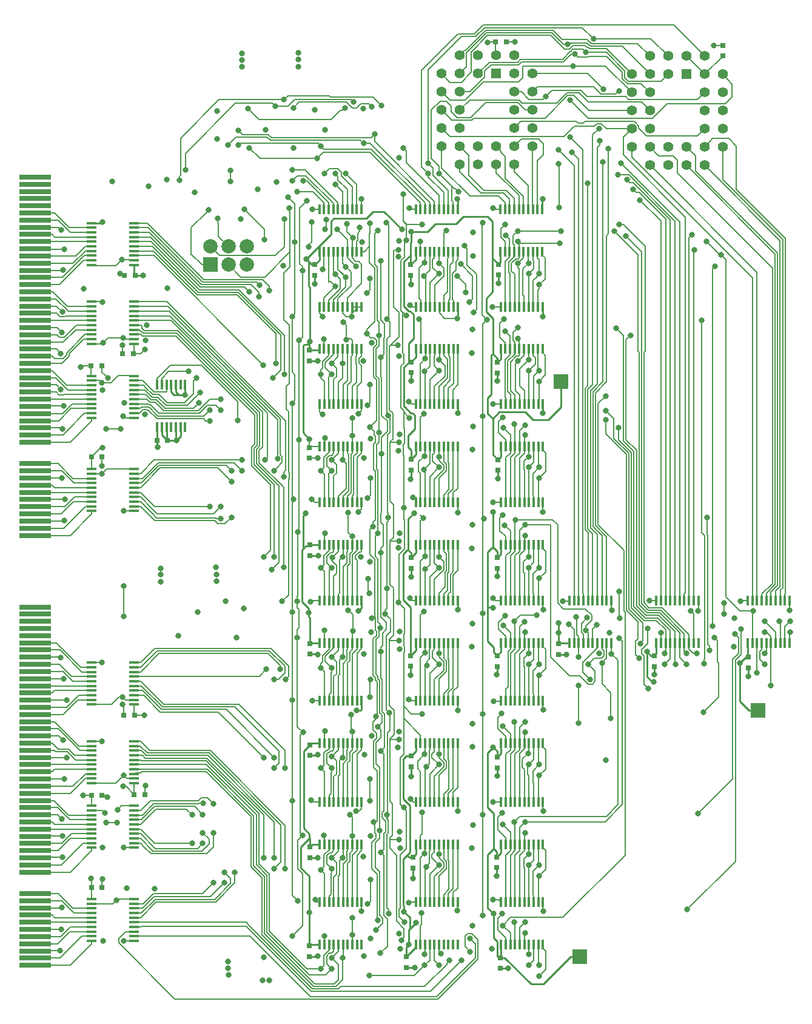
<source format=gbl>
G04 #@! TF.GenerationSoftware,KiCad,Pcbnew,(5.0.0-rc2-35-gda6600525)*
G04 #@! TF.CreationDate,2018-07-07T16:01:35-07:00*
G04 #@! TF.ProjectId,alu,616C752E6B696361645F706362000000,rev?*
G04 #@! TF.SameCoordinates,Original*
G04 #@! TF.FileFunction,Copper,L4,Bot,Signal*
G04 #@! TF.FilePolarity,Positive*
%FSLAX46Y46*%
G04 Gerber Fmt 4.6, Leading zero omitted, Abs format (unit mm)*
G04 Created by KiCad (PCBNEW (5.0.0-rc2-35-gda6600525)) date 07/07/18 16:01:35*
%MOMM*%
%LPD*%
G01*
G04 APERTURE LIST*
G04 #@! TA.AperFunction,SMDPad,CuDef*
%ADD10R,0.450000X1.450000*%
G04 #@! TD*
G04 #@! TA.AperFunction,ComponentPad*
%ADD11C,1.397000*%
G04 #@! TD*
G04 #@! TA.AperFunction,ComponentPad*
%ADD12R,1.397000X1.397000*%
G04 #@! TD*
G04 #@! TA.AperFunction,SMDPad,CuDef*
%ADD13R,0.800000X0.750000*%
G04 #@! TD*
G04 #@! TA.AperFunction,SMDPad,CuDef*
%ADD14R,0.750000X0.800000*%
G04 #@! TD*
G04 #@! TA.AperFunction,ConnectorPad*
%ADD15R,4.400000X0.700000*%
G04 #@! TD*
G04 #@! TA.AperFunction,SMDPad,CuDef*
%ADD16R,1.450000X0.450000*%
G04 #@! TD*
G04 #@! TA.AperFunction,ComponentPad*
%ADD17C,2.000000*%
G04 #@! TD*
G04 #@! TA.AperFunction,ComponentPad*
%ADD18R,2.000000X2.000000*%
G04 #@! TD*
G04 #@! TA.AperFunction,ViaPad*
%ADD19C,0.800000*%
G04 #@! TD*
G04 #@! TA.AperFunction,Conductor*
%ADD20C,0.178000*%
G04 #@! TD*
G04 #@! TA.AperFunction,Conductor*
%ADD21C,0.254000*%
G04 #@! TD*
G04 APERTURE END LIST*
D10*
G04 #@! TO.P,U31,1*
G04 #@! TO.N,/~BOOT_ALU_EN*
X72150000Y-126100000D03*
G04 #@! TO.P,U31,2*
G04 #@! TO.N,/lt[4]*
X72800000Y-126100000D03*
G04 #@! TO.P,U31,3*
G04 #@! TO.N,/g[4]*
X73450000Y-126100000D03*
G04 #@! TO.P,U31,4*
G04 #@! TO.N,/p[4]*
X74100000Y-126100000D03*
G04 #@! TO.P,U31,5*
G04 #@! TO.N,/cout[4]*
X74750000Y-126100000D03*
G04 #@! TO.P,U31,6*
G04 #@! TO.N,/rdb[19]*
X75400000Y-126100000D03*
G04 #@! TO.P,U31,7*
G04 #@! TO.N,/rdb[18]*
X76050000Y-126100000D03*
G04 #@! TO.P,U31,8*
G04 #@! TO.N,/rdb[17]*
X76700000Y-126100000D03*
G04 #@! TO.P,U31,9*
G04 #@! TO.N,/rdb[16]*
X77350000Y-126100000D03*
G04 #@! TO.P,U31,10*
G04 #@! TO.N,GND*
X78000000Y-126100000D03*
G04 #@! TO.P,U31,11*
G04 #@! TO.N,/rdb[20]*
X78000000Y-132000000D03*
G04 #@! TO.P,U31,12*
G04 #@! TO.N,/rdb[21]*
X77350000Y-132000000D03*
G04 #@! TO.P,U31,13*
G04 #@! TO.N,/rdb[22]*
X76700000Y-132000000D03*
G04 #@! TO.P,U31,14*
G04 #@! TO.N,/rdb[23]*
X76050000Y-132000000D03*
G04 #@! TO.P,U31,15*
G04 #@! TO.N,/cout[5]*
X75400000Y-132000000D03*
G04 #@! TO.P,U31,16*
G04 #@! TO.N,/p[5]*
X74750000Y-132000000D03*
G04 #@! TO.P,U31,17*
G04 #@! TO.N,/g[5]*
X74100000Y-132000000D03*
G04 #@! TO.P,U31,18*
G04 #@! TO.N,/lt[5]*
X73450000Y-132000000D03*
G04 #@! TO.P,U31,19*
G04 #@! TO.N,/BOOT_A[15]*
X72800000Y-132000000D03*
G04 #@! TO.P,U31,20*
G04 #@! TO.N,/SW_VCC3*
X72150000Y-132000000D03*
G04 #@! TD*
G04 #@! TO.P,U37,20*
G04 #@! TO.N,/SW_VCC3*
X46850000Y-160100000D03*
G04 #@! TO.P,U37,19*
G04 #@! TO.N,/BOOT_A[15]*
X47500000Y-160100000D03*
G04 #@! TO.P,U37,18*
G04 #@! TO.N,/rs2b[28]*
X48150000Y-160100000D03*
G04 #@! TO.P,U37,17*
G04 #@! TO.N,/rs2b[29]*
X48800000Y-160100000D03*
G04 #@! TO.P,U37,16*
G04 #@! TO.N,/rs2b[30]*
X49450000Y-160100000D03*
G04 #@! TO.P,U37,15*
G04 #@! TO.N,/rs2b[31]*
X50100000Y-160100000D03*
G04 #@! TO.P,U37,14*
G04 #@! TO.N,Net-(U37-Pad14)*
X50750000Y-160100000D03*
G04 #@! TO.P,U37,13*
G04 #@! TO.N,/cin[7]*
X51400000Y-160100000D03*
G04 #@! TO.P,U37,12*
G04 #@! TO.N,Net-(U37-Pad12)*
X52050000Y-160100000D03*
G04 #@! TO.P,U37,11*
G04 #@! TO.N,Net-(U37-Pad11)*
X52700000Y-160100000D03*
G04 #@! TO.P,U37,10*
G04 #@! TO.N,GND*
X52700000Y-154200000D03*
G04 #@! TO.P,U37,9*
G04 #@! TO.N,Net-(U33-Pad11)*
X52050000Y-154200000D03*
G04 #@! TO.P,U37,8*
G04 #@! TO.N,Net-(U33-Pad12)*
X51400000Y-154200000D03*
G04 #@! TO.P,U37,7*
G04 #@! TO.N,/cin[6]*
X50750000Y-154200000D03*
G04 #@! TO.P,U37,6*
G04 #@! TO.N,Net-(U33-Pad14)*
X50100000Y-154200000D03*
G04 #@! TO.P,U37,5*
G04 #@! TO.N,/rs2b[27]*
X49450000Y-154200000D03*
G04 #@! TO.P,U37,4*
G04 #@! TO.N,/rs2b[26]*
X48800000Y-154200000D03*
G04 #@! TO.P,U37,3*
G04 #@! TO.N,/rs2b[25]*
X48150000Y-154200000D03*
G04 #@! TO.P,U37,2*
G04 #@! TO.N,/rs2b[24]*
X47500000Y-154200000D03*
G04 #@! TO.P,U37,1*
G04 #@! TO.N,/~BOOT_ALU_EN*
X46850000Y-154200000D03*
G04 #@! TD*
D11*
G04 #@! TO.P,U2,30*
G04 #@! TO.N,Net-(U2-Pad30)*
X74000000Y-36000000D03*
G04 #@! TO.P,U2,29*
G04 #@! TO.N,/BOOT_A[8]*
X76540000Y-38540000D03*
G04 #@! TO.P,U2,32*
G04 #@! TO.N,VCC*
X71460000Y-36000000D03*
G04 #@! TO.P,U2,31*
X74000000Y-38540000D03*
G04 #@! TO.P,U2,28*
G04 #@! TO.N,/BOOT_A[9]*
X74000000Y-41080000D03*
G04 #@! TO.P,U2,27*
G04 #@! TO.N,/BOOT_A[11]*
X76540000Y-41080000D03*
G04 #@! TO.P,U2,26*
G04 #@! TO.N,Net-(U2-Pad26)*
X74000000Y-43620000D03*
G04 #@! TO.P,U2,25*
G04 #@! TO.N,/BOOT_A[15]*
X76540000Y-43620000D03*
G04 #@! TO.P,U2,24*
G04 #@! TO.N,/BOOT_A[10]*
X74000000Y-46160000D03*
G04 #@! TO.P,U2,23*
G04 #@! TO.N,/~BOOT_ALU_EN*
X76540000Y-46160000D03*
G04 #@! TO.P,U2,22*
G04 #@! TO.N,/SLICE_D7*
X74000000Y-48700000D03*
G04 #@! TO.P,U2,21*
G04 #@! TO.N,/SLICE_D6*
X76540000Y-48700000D03*
G04 #@! TO.P,U2,20*
G04 #@! TO.N,/SLICE_D5*
X74000000Y-51240000D03*
G04 #@! TO.P,U2,19*
G04 #@! TO.N,/SLICE_D4*
X71460000Y-48700000D03*
G04 #@! TO.P,U2,18*
G04 #@! TO.N,/SLICE_D3*
X71460000Y-51240000D03*
G04 #@! TO.P,U2,17*
G04 #@! TO.N,Net-(U2-Pad17)*
X68920000Y-48700000D03*
G04 #@! TO.P,U2,16*
G04 #@! TO.N,GND*
X68920000Y-51240000D03*
G04 #@! TO.P,U2,15*
G04 #@! TO.N,/SLICE_D2*
X66380000Y-48700000D03*
G04 #@! TO.P,U2,14*
G04 #@! TO.N,/SLICE_D1*
X66380000Y-51240000D03*
G04 #@! TO.P,U2,13*
G04 #@! TO.N,/SLICE_D0*
X63840000Y-48700000D03*
G04 #@! TO.P,U2,12*
G04 #@! TO.N,Net-(U2-Pad12)*
X66380000Y-46160000D03*
G04 #@! TO.P,U2,11*
G04 #@! TO.N,/BOOT_A[0]*
X63840000Y-46160000D03*
G04 #@! TO.P,U2,10*
G04 #@! TO.N,/BOOT_A[1]*
X66380000Y-43620000D03*
G04 #@! TO.P,U2,9*
G04 #@! TO.N,/BOOT_A[2]*
X63840000Y-43620000D03*
G04 #@! TO.P,U2,8*
G04 #@! TO.N,/BOOT_A[3]*
X66380000Y-41080000D03*
G04 #@! TO.P,U2,7*
G04 #@! TO.N,/BOOT_A[4]*
X63840000Y-41080000D03*
G04 #@! TO.P,U2,6*
G04 #@! TO.N,/BOOT_A[5]*
X66380000Y-38540000D03*
G04 #@! TO.P,U2,5*
G04 #@! TO.N,/BOOT_A[6]*
X63840000Y-38540000D03*
G04 #@! TO.P,U2,4*
G04 #@! TO.N,/BOOT_A[7]*
X66380000Y-36000000D03*
G04 #@! TO.P,U2,3*
G04 #@! TO.N,/BOOT_A[12]*
X68920000Y-38540000D03*
G04 #@! TO.P,U2,2*
G04 #@! TO.N,Net-(U2-Pad2)*
X68920000Y-36000000D03*
D12*
G04 #@! TO.P,U2,1*
G04 #@! TO.N,Net-(U2-Pad1)*
X71460000Y-38540000D03*
G04 #@! TD*
D13*
G04 #@! TO.P,C2,1*
G04 #@! TO.N,VCC*
X71410000Y-34120000D03*
G04 #@! TO.P,C2,2*
G04 #@! TO.N,GND*
X72910000Y-34120000D03*
G04 #@! TD*
D14*
G04 #@! TO.P,C3,2*
G04 #@! TO.N,GND*
X103100000Y-34610000D03*
G04 #@! TO.P,C3,1*
G04 #@! TO.N,VCC*
X103100000Y-36110000D03*
G04 #@! TD*
G04 #@! TO.P,C5,2*
G04 #@! TO.N,GND*
X46150000Y-66720000D03*
G04 #@! TO.P,C5,1*
G04 #@! TO.N,/SW_VCC1*
X46150000Y-65220000D03*
G04 #@! TD*
G04 #@! TO.P,C6,2*
G04 #@! TO.N,GND*
X59560000Y-66690000D03*
G04 #@! TO.P,C6,1*
G04 #@! TO.N,/SW_VCC1*
X59560000Y-65190000D03*
G04 #@! TD*
G04 #@! TO.P,C7,2*
G04 #@! TO.N,GND*
X71770000Y-66670000D03*
G04 #@! TO.P,C7,1*
G04 #@! TO.N,/SW_VCC1*
X71770000Y-65170000D03*
G04 #@! TD*
G04 #@! TO.P,C8,1*
G04 #@! TO.N,/SW_VCC2*
X80160000Y-118120000D03*
G04 #@! TO.P,C8,2*
G04 #@! TO.N,GND*
X80160000Y-119620000D03*
G04 #@! TD*
G04 #@! TO.P,C9,2*
G04 #@! TO.N,GND*
X93580000Y-121320000D03*
G04 #@! TO.P,C9,1*
G04 #@! TO.N,/SW_VCC2*
X93580000Y-119820000D03*
G04 #@! TD*
G04 #@! TO.P,C10,1*
G04 #@! TO.N,/SW_VCC2*
X106720000Y-120010000D03*
G04 #@! TO.P,C10,2*
G04 #@! TO.N,GND*
X106720000Y-121510000D03*
G04 #@! TD*
G04 #@! TO.P,C12,1*
G04 #@! TO.N,/SW_VCC1*
X45410000Y-77150000D03*
G04 #@! TO.P,C12,2*
G04 #@! TO.N,GND*
X45410000Y-78650000D03*
G04 #@! TD*
G04 #@! TO.P,C13,2*
G04 #@! TO.N,GND*
X59590000Y-80300000D03*
G04 #@! TO.P,C13,1*
G04 #@! TO.N,/SW_VCC1*
X59590000Y-78800000D03*
G04 #@! TD*
G04 #@! TO.P,C14,1*
G04 #@! TO.N,/SW_VCC1*
X71660000Y-78810000D03*
G04 #@! TO.P,C14,2*
G04 #@! TO.N,GND*
X71660000Y-80310000D03*
G04 #@! TD*
G04 #@! TO.P,C17,2*
G04 #@! TO.N,GND*
X45390000Y-92240000D03*
G04 #@! TO.P,C17,1*
G04 #@! TO.N,/SW_VCC1*
X45390000Y-90740000D03*
G04 #@! TD*
G04 #@! TO.P,C18,1*
G04 #@! TO.N,/SW_VCC1*
X59580000Y-92400000D03*
G04 #@! TO.P,C18,2*
G04 #@! TO.N,GND*
X59580000Y-93900000D03*
G04 #@! TD*
G04 #@! TO.P,C19,2*
G04 #@! TO.N,GND*
X71730000Y-93920000D03*
G04 #@! TO.P,C19,1*
G04 #@! TO.N,/SW_VCC1*
X71730000Y-92420000D03*
G04 #@! TD*
G04 #@! TO.P,C21,1*
G04 #@! TO.N,/SW_VCC2*
X45430000Y-104340000D03*
G04 #@! TO.P,C21,2*
G04 #@! TO.N,GND*
X45430000Y-105840000D03*
G04 #@! TD*
G04 #@! TO.P,C22,1*
G04 #@! TO.N,/SW_VCC2*
X59570000Y-106080000D03*
G04 #@! TO.P,C22,2*
G04 #@! TO.N,GND*
X59570000Y-107580000D03*
G04 #@! TD*
G04 #@! TO.P,C23,2*
G04 #@! TO.N,GND*
X71590000Y-107600000D03*
G04 #@! TO.P,C23,1*
G04 #@! TO.N,/SW_VCC2*
X71590000Y-106100000D03*
G04 #@! TD*
G04 #@! TO.P,C25,2*
G04 #@! TO.N,GND*
X45430000Y-119590000D03*
G04 #@! TO.P,C25,1*
G04 #@! TO.N,/SW_VCC2*
X45430000Y-118090000D03*
G04 #@! TD*
G04 #@! TO.P,C26,2*
G04 #@! TO.N,GND*
X59550000Y-121270000D03*
G04 #@! TO.P,C26,1*
G04 #@! TO.N,/SW_VCC2*
X59550000Y-119770000D03*
G04 #@! TD*
G04 #@! TO.P,C27,2*
G04 #@! TO.N,GND*
X71590000Y-121290000D03*
G04 #@! TO.P,C27,1*
G04 #@! TO.N,/SW_VCC2*
X71590000Y-119790000D03*
G04 #@! TD*
G04 #@! TO.P,C29,2*
G04 #@! TO.N,GND*
X45450000Y-133720000D03*
G04 #@! TO.P,C29,1*
G04 #@! TO.N,/SW_VCC3*
X45450000Y-132220000D03*
G04 #@! TD*
G04 #@! TO.P,C30,1*
G04 #@! TO.N,/SW_VCC3*
X59590000Y-133760000D03*
G04 #@! TO.P,C30,2*
G04 #@! TO.N,GND*
X59590000Y-135260000D03*
G04 #@! TD*
G04 #@! TO.P,C31,1*
G04 #@! TO.N,/SW_VCC3*
X71620000Y-133980000D03*
G04 #@! TO.P,C31,2*
G04 #@! TO.N,GND*
X71620000Y-135480000D03*
G04 #@! TD*
G04 #@! TO.P,C33,2*
G04 #@! TO.N,GND*
X45440000Y-147970000D03*
G04 #@! TO.P,C33,1*
G04 #@! TO.N,/SW_VCC3*
X45440000Y-146470000D03*
G04 #@! TD*
G04 #@! TO.P,C34,1*
G04 #@! TO.N,/SW_VCC3*
X59840000Y-147920000D03*
G04 #@! TO.P,C34,2*
G04 #@! TO.N,GND*
X59840000Y-149420000D03*
G04 #@! TD*
G04 #@! TO.P,C35,2*
G04 #@! TO.N,GND*
X71570000Y-149390000D03*
G04 #@! TO.P,C35,1*
G04 #@! TO.N,/SW_VCC3*
X71570000Y-147890000D03*
G04 #@! TD*
G04 #@! TO.P,C37,2*
G04 #@! TO.N,GND*
X45360000Y-161790000D03*
G04 #@! TO.P,C37,1*
G04 #@! TO.N,/SW_VCC3*
X45360000Y-160290000D03*
G04 #@! TD*
G04 #@! TO.P,C38,1*
G04 #@! TO.N,/SW_VCC3*
X58930000Y-161790000D03*
G04 #@! TO.P,C38,2*
G04 #@! TO.N,GND*
X58930000Y-163290000D03*
G04 #@! TD*
G04 #@! TO.P,C39,2*
G04 #@! TO.N,GND*
X72040000Y-163430000D03*
G04 #@! TO.P,C39,1*
G04 #@! TO.N,/SW_VCC3*
X72040000Y-161930000D03*
G04 #@! TD*
D13*
G04 #@! TO.P,C41,1*
G04 #@! TO.N,VCC*
X14950000Y-152180000D03*
G04 #@! TO.P,C41,2*
G04 #@! TO.N,GND*
X16450000Y-152180000D03*
G04 #@! TD*
G04 #@! TO.P,C42,2*
G04 #@! TO.N,GND*
X25600000Y-89760000D03*
G04 #@! TO.P,C42,1*
G04 #@! TO.N,VCC*
X24100000Y-89760000D03*
G04 #@! TD*
D15*
G04 #@! TO.P,P1,1*
G04 #@! TO.N,/rd[31]*
X7100000Y-163000000D03*
G04 #@! TO.P,P1,2*
G04 #@! TO.N,/rd[30]*
X7100000Y-162000000D03*
G04 #@! TO.P,P1,3*
G04 #@! TO.N,GND*
X7100000Y-161000000D03*
G04 #@! TO.P,P1,4*
G04 #@! TO.N,/rd[29]*
X7100000Y-160000000D03*
G04 #@! TO.P,P1,5*
G04 #@! TO.N,/rd[28]*
X7100000Y-159000000D03*
G04 #@! TO.P,P1,6*
G04 #@! TO.N,VCC*
X7100000Y-158000000D03*
G04 #@! TO.P,P1,7*
G04 #@! TO.N,/rd[27]*
X7100000Y-157000000D03*
G04 #@! TO.P,P1,8*
G04 #@! TO.N,/rd[26]*
X7100000Y-156000000D03*
G04 #@! TO.P,P1,9*
G04 #@! TO.N,GND*
X7100000Y-155000000D03*
G04 #@! TO.P,P1,10*
G04 #@! TO.N,/rd[25]*
X7100000Y-154000000D03*
G04 #@! TO.P,P1,11*
G04 #@! TO.N,/rd[24]*
X7100000Y-153000000D03*
G04 #@! TO.P,P1,12*
G04 #@! TO.N,/rd[23]*
X7100000Y-150000000D03*
G04 #@! TO.P,P1,13*
G04 #@! TO.N,/rd[22]*
X7100000Y-149000000D03*
G04 #@! TO.P,P1,14*
G04 #@! TO.N,GND*
X7100000Y-148000000D03*
G04 #@! TO.P,P1,15*
G04 #@! TO.N,/rd[21]*
X7100000Y-147000000D03*
G04 #@! TO.P,P1,16*
G04 #@! TO.N,/rd[20]*
X7100000Y-146000000D03*
G04 #@! TO.P,P1,17*
G04 #@! TO.N,VCC*
X7100000Y-145000000D03*
G04 #@! TO.P,P1,18*
G04 #@! TO.N,/rd[19]*
X7100000Y-144000000D03*
G04 #@! TO.P,P1,19*
G04 #@! TO.N,/rd[18]*
X7100000Y-143000000D03*
G04 #@! TO.P,P1,20*
G04 #@! TO.N,GND*
X7100000Y-142000000D03*
G04 #@! TO.P,P1,21*
G04 #@! TO.N,/rd[17]*
X7100000Y-141000000D03*
G04 #@! TO.P,P1,22*
G04 #@! TO.N,/rd[16]*
X7100000Y-140000000D03*
G04 #@! TO.P,P1,23*
G04 #@! TO.N,/rs2[31]*
X7100000Y-139000000D03*
G04 #@! TO.P,P1,24*
G04 #@! TO.N,/rs2[30]*
X7100000Y-138000000D03*
G04 #@! TO.P,P1,25*
G04 #@! TO.N,GND*
X7100000Y-137000000D03*
G04 #@! TO.P,P1,26*
G04 #@! TO.N,/rs2[29]*
X7100000Y-136000000D03*
G04 #@! TO.P,P1,27*
G04 #@! TO.N,/rs2[28]*
X7100000Y-135000000D03*
G04 #@! TO.P,P1,28*
G04 #@! TO.N,VCC*
X7100000Y-134000000D03*
G04 #@! TO.P,P1,29*
G04 #@! TO.N,/rs2[27]*
X7100000Y-133000000D03*
G04 #@! TO.P,P1,30*
G04 #@! TO.N,/rs2[26]*
X7100000Y-132000000D03*
G04 #@! TO.P,P1,31*
G04 #@! TO.N,GND*
X7100000Y-131000000D03*
G04 #@! TO.P,P1,32*
G04 #@! TO.N,/rs2[25]*
X7100000Y-130000000D03*
G04 #@! TO.P,P1,33*
G04 #@! TO.N,/rs2[24]*
X7100000Y-129000000D03*
G04 #@! TO.P,P1,34*
G04 #@! TO.N,/rs2[23]*
X7100000Y-128000000D03*
G04 #@! TO.P,P1,35*
G04 #@! TO.N,/rs2[22]*
X7100000Y-127000000D03*
G04 #@! TO.P,P1,36*
G04 #@! TO.N,GND*
X7100000Y-126000000D03*
G04 #@! TO.P,P1,37*
G04 #@! TO.N,/rs2[21]*
X7100000Y-125000000D03*
G04 #@! TO.P,P1,38*
G04 #@! TO.N,/rs2[20]*
X7100000Y-124000000D03*
G04 #@! TO.P,P1,39*
G04 #@! TO.N,VCC*
X7100000Y-123000000D03*
G04 #@! TO.P,P1,40*
G04 #@! TO.N,/rs2[19]*
X7100000Y-122000000D03*
G04 #@! TO.P,P1,41*
G04 #@! TO.N,/rs2[18]*
X7100000Y-121000000D03*
G04 #@! TO.P,P1,42*
G04 #@! TO.N,GND*
X7100000Y-120000000D03*
G04 #@! TO.P,P1,43*
G04 #@! TO.N,/rs2[17]*
X7100000Y-119000000D03*
G04 #@! TO.P,P1,44*
G04 #@! TO.N,/rs2[16]*
X7100000Y-118000000D03*
G04 #@! TO.P,P1,45*
G04 #@! TO.N,Net-(P1-Pad45)*
X7100000Y-117000000D03*
G04 #@! TO.P,P1,46*
G04 #@! TO.N,Net-(P1-Pad46)*
X7100000Y-116000000D03*
G04 #@! TO.P,P1,47*
G04 #@! TO.N,Net-(P1-Pad47)*
X7100000Y-115000000D03*
G04 #@! TO.P,P1,48*
G04 #@! TO.N,Net-(P1-Pad48)*
X7100000Y-114000000D03*
G04 #@! TO.P,P1,49*
G04 #@! TO.N,Net-(P1-Pad49)*
X7100000Y-113000000D03*
G04 #@! TO.P,P1,50*
G04 #@! TO.N,/rd[15]*
X7100000Y-103000000D03*
G04 #@! TO.P,P1,61*
G04 #@! TO.N,/rd[7]*
X7100000Y-90000000D03*
G04 #@! TO.P,P1,51*
G04 #@! TO.N,/rd[14]*
X7100000Y-102000000D03*
G04 #@! TO.P,P1,52*
G04 #@! TO.N,GND*
X7100000Y-101000000D03*
G04 #@! TO.P,P1,53*
G04 #@! TO.N,/rd[13]*
X7100000Y-100000000D03*
G04 #@! TO.P,P1,54*
G04 #@! TO.N,/rd[12]*
X7100000Y-99000000D03*
G04 #@! TO.P,P1,55*
G04 #@! TO.N,VCC*
X7100000Y-98000000D03*
G04 #@! TO.P,P1,56*
G04 #@! TO.N,/rd[11]*
X7100000Y-97000000D03*
G04 #@! TO.P,P1,57*
G04 #@! TO.N,/rd[10]*
X7100000Y-96000000D03*
G04 #@! TO.P,P1,58*
G04 #@! TO.N,GND*
X7100000Y-95000000D03*
G04 #@! TO.P,P1,59*
G04 #@! TO.N,/rd[9]*
X7100000Y-94000000D03*
G04 #@! TO.P,P1,60*
G04 #@! TO.N,/rd[8]*
X7100000Y-93000000D03*
G04 #@! TO.P,P1,62*
G04 #@! TO.N,/rd[6]*
X7100000Y-89000000D03*
G04 #@! TO.P,P1,63*
G04 #@! TO.N,GND*
X7100000Y-88000000D03*
G04 #@! TO.P,P1,64*
G04 #@! TO.N,/rd[5]*
X7100000Y-87000000D03*
G04 #@! TO.P,P1,65*
G04 #@! TO.N,/rd[4]*
X7100000Y-86000000D03*
G04 #@! TO.P,P1,66*
G04 #@! TO.N,VCC*
X7100000Y-85000000D03*
G04 #@! TO.P,P1,67*
G04 #@! TO.N,/rd[3]*
X7100000Y-84000000D03*
G04 #@! TO.P,P1,68*
G04 #@! TO.N,/rd[2]*
X7100000Y-83000000D03*
G04 #@! TO.P,P1,69*
G04 #@! TO.N,GND*
X7100000Y-82000000D03*
G04 #@! TO.P,P1,70*
G04 #@! TO.N,/rd[1]*
X7100000Y-81000000D03*
G04 #@! TO.P,P1,71*
G04 #@! TO.N,/rd[0]*
X7100000Y-80000000D03*
G04 #@! TO.P,P1,72*
G04 #@! TO.N,/rs2[15]*
X7100000Y-79000000D03*
G04 #@! TO.P,P1,73*
G04 #@! TO.N,/rs2[14]*
X7100000Y-78000000D03*
G04 #@! TO.P,P1,74*
G04 #@! TO.N,GND*
X7100000Y-77000000D03*
G04 #@! TO.P,P1,75*
G04 #@! TO.N,/rs2[13]*
X7100000Y-76000000D03*
G04 #@! TO.P,P1,76*
G04 #@! TO.N,/rs2[12]*
X7100000Y-75000000D03*
G04 #@! TO.P,P1,77*
G04 #@! TO.N,VCC*
X7100000Y-74000000D03*
G04 #@! TO.P,P1,78*
G04 #@! TO.N,/rs2[11]*
X7100000Y-73000000D03*
G04 #@! TO.P,P1,79*
G04 #@! TO.N,/rs2[10]*
X7100000Y-72000000D03*
G04 #@! TO.P,P1,80*
G04 #@! TO.N,GND*
X7100000Y-71000000D03*
G04 #@! TO.P,P1,81*
G04 #@! TO.N,/rs2[9]*
X7100000Y-70000000D03*
G04 #@! TO.P,P1,82*
G04 #@! TO.N,/rs2[8]*
X7100000Y-69000000D03*
G04 #@! TO.P,P1,83*
G04 #@! TO.N,/rs2[7]*
X7100000Y-68000000D03*
G04 #@! TO.P,P1,84*
G04 #@! TO.N,/rs2[6]*
X7100000Y-67000000D03*
G04 #@! TO.P,P1,85*
G04 #@! TO.N,GND*
X7100000Y-66000000D03*
G04 #@! TO.P,P1,86*
G04 #@! TO.N,/rs2[5]*
X7100000Y-65000000D03*
G04 #@! TO.P,P1,87*
G04 #@! TO.N,/rs2[4]*
X7100000Y-64000000D03*
G04 #@! TO.P,P1,88*
G04 #@! TO.N,VCC*
X7100000Y-63000000D03*
G04 #@! TO.P,P1,89*
G04 #@! TO.N,/rs2[3]*
X7100000Y-62000000D03*
G04 #@! TO.P,P1,90*
G04 #@! TO.N,/rs2[2]*
X7100000Y-61000000D03*
G04 #@! TO.P,P1,91*
G04 #@! TO.N,GND*
X7100000Y-60000000D03*
G04 #@! TO.P,P1,92*
G04 #@! TO.N,/rs2[1]*
X7100000Y-59000000D03*
G04 #@! TO.P,P1,93*
G04 #@! TO.N,/rs2[0]*
X7100000Y-58000000D03*
G04 #@! TO.P,P1,94*
G04 #@! TO.N,Net-(P1-Pad94)*
X7100000Y-57000000D03*
G04 #@! TO.P,P1,95*
G04 #@! TO.N,Net-(P1-Pad95)*
X7100000Y-56000000D03*
G04 #@! TO.P,P1,96*
G04 #@! TO.N,Net-(P1-Pad96)*
X7100000Y-55000000D03*
G04 #@! TO.P,P1,97*
G04 #@! TO.N,Net-(P1-Pad97)*
X7100000Y-54000000D03*
G04 #@! TO.P,P1,98*
G04 #@! TO.N,Net-(P1-Pad98)*
X7100000Y-53000000D03*
G04 #@! TD*
D12*
G04 #@! TO.P,U3,1*
G04 #@! TO.N,Net-(U3-Pad1)*
X98020000Y-38640000D03*
D11*
G04 #@! TO.P,U3,2*
G04 #@! TO.N,/BOOT_A[14]*
X95480000Y-36100000D03*
G04 #@! TO.P,U3,3*
G04 #@! TO.N,/BOOT_A[12]*
X95480000Y-38640000D03*
G04 #@! TO.P,U3,4*
G04 #@! TO.N,/BOOT_A[7]*
X92940000Y-36100000D03*
G04 #@! TO.P,U3,5*
G04 #@! TO.N,/BOOT_A[6]*
X90400000Y-38640000D03*
G04 #@! TO.P,U3,6*
G04 #@! TO.N,/BOOT_A[5]*
X92940000Y-38640000D03*
G04 #@! TO.P,U3,7*
G04 #@! TO.N,/BOOT_A[4]*
X90400000Y-41180000D03*
G04 #@! TO.P,U3,8*
G04 #@! TO.N,/BOOT_A[3]*
X92940000Y-41180000D03*
G04 #@! TO.P,U3,9*
G04 #@! TO.N,/BOOT_A[2]*
X90400000Y-43720000D03*
G04 #@! TO.P,U3,10*
G04 #@! TO.N,/BOOT_A[1]*
X92940000Y-43720000D03*
G04 #@! TO.P,U3,11*
G04 #@! TO.N,/BOOT_A[0]*
X90400000Y-46260000D03*
G04 #@! TO.P,U3,12*
G04 #@! TO.N,Net-(U3-Pad12)*
X92940000Y-46260000D03*
G04 #@! TO.P,U3,13*
G04 #@! TO.N,/CLA_D0*
X90400000Y-48800000D03*
G04 #@! TO.P,U3,14*
G04 #@! TO.N,/CLA_D1*
X92940000Y-51340000D03*
G04 #@! TO.P,U3,15*
G04 #@! TO.N,/CLA_D2*
X92940000Y-48800000D03*
G04 #@! TO.P,U3,16*
G04 #@! TO.N,GND*
X95480000Y-51340000D03*
G04 #@! TO.P,U3,17*
G04 #@! TO.N,Net-(U3-Pad17)*
X95480000Y-48800000D03*
G04 #@! TO.P,U3,18*
G04 #@! TO.N,/CLA_D3*
X98020000Y-51340000D03*
G04 #@! TO.P,U3,19*
G04 #@! TO.N,/CLA_D4*
X98020000Y-48800000D03*
G04 #@! TO.P,U3,20*
G04 #@! TO.N,/CLA_D5*
X100560000Y-51340000D03*
G04 #@! TO.P,U3,21*
G04 #@! TO.N,/CLA_D6*
X103100000Y-48800000D03*
G04 #@! TO.P,U3,22*
G04 #@! TO.N,/CLA_D7*
X100560000Y-48800000D03*
G04 #@! TO.P,U3,23*
G04 #@! TO.N,/~BOOT_ALU_EN*
X103100000Y-46260000D03*
G04 #@! TO.P,U3,24*
G04 #@! TO.N,/BOOT_A[10]*
X100560000Y-46260000D03*
G04 #@! TO.P,U3,25*
G04 #@! TO.N,/~BOOT_A[15]*
X103100000Y-43720000D03*
G04 #@! TO.P,U3,26*
G04 #@! TO.N,Net-(U3-Pad26)*
X100560000Y-43720000D03*
G04 #@! TO.P,U3,27*
G04 #@! TO.N,/BOOT_A[11]*
X103100000Y-41180000D03*
G04 #@! TO.P,U3,28*
G04 #@! TO.N,/BOOT_A[9]*
X100560000Y-41180000D03*
G04 #@! TO.P,U3,31*
G04 #@! TO.N,VCC*
X100560000Y-38640000D03*
G04 #@! TO.P,U3,32*
X98020000Y-36100000D03*
G04 #@! TO.P,U3,29*
G04 #@! TO.N,/BOOT_A[8]*
X103100000Y-38640000D03*
G04 #@! TO.P,U3,30*
G04 #@! TO.N,/BOOT_A[13]*
X100560000Y-36100000D03*
G04 #@! TD*
D10*
G04 #@! TO.P,U5,1*
G04 #@! TO.N,/~BOOT_ALU_EN*
X46800000Y-57500000D03*
G04 #@! TO.P,U5,2*
G04 #@! TO.N,/BOOT_A[4]*
X47450000Y-57500000D03*
G04 #@! TO.P,U5,3*
G04 #@! TO.N,/BOOT_A[5]*
X48100000Y-57500000D03*
G04 #@! TO.P,U5,4*
G04 #@! TO.N,/BOOT_A[6]*
X48750000Y-57500000D03*
G04 #@! TO.P,U5,5*
G04 #@! TO.N,/BOOT_A[7]*
X49400000Y-57500000D03*
G04 #@! TO.P,U5,6*
G04 #@! TO.N,/BOOT_A[12]*
X50050000Y-57500000D03*
G04 #@! TO.P,U5,7*
G04 #@! TO.N,/BOOT_A[8]*
X50700000Y-57500000D03*
G04 #@! TO.P,U5,8*
G04 #@! TO.N,/BOOT_A[9]*
X51350000Y-57500000D03*
G04 #@! TO.P,U5,9*
G04 #@! TO.N,/BOOT_A[11]*
X52000000Y-57500000D03*
G04 #@! TO.P,U5,10*
G04 #@! TO.N,GND*
X52650000Y-57500000D03*
G04 #@! TO.P,U5,11*
G04 #@! TO.N,/alu_f[2]*
X52650000Y-63400000D03*
G04 #@! TO.P,U5,12*
G04 #@! TO.N,/alu_f[0]*
X52000000Y-63400000D03*
G04 #@! TO.P,U5,13*
G04 #@! TO.N,/cin[0]*
X51350000Y-63400000D03*
G04 #@! TO.P,U5,14*
G04 #@! TO.N,/alu_f[3]*
X50700000Y-63400000D03*
G04 #@! TO.P,U5,15*
G04 #@! TO.N,/rs2b[3]*
X50050000Y-63400000D03*
G04 #@! TO.P,U5,16*
G04 #@! TO.N,/rs2b[2]*
X49400000Y-63400000D03*
G04 #@! TO.P,U5,17*
G04 #@! TO.N,/rs2b[1]*
X48750000Y-63400000D03*
G04 #@! TO.P,U5,18*
G04 #@! TO.N,/rs2b[0]*
X48100000Y-63400000D03*
G04 #@! TO.P,U5,19*
G04 #@! TO.N,/BOOT_A[15]*
X47450000Y-63400000D03*
G04 #@! TO.P,U5,20*
G04 #@! TO.N,/SW_VCC1*
X46800000Y-63400000D03*
G04 #@! TD*
G04 #@! TO.P,U6,20*
G04 #@! TO.N,/SW_VCC1*
X60250000Y-63400000D03*
G04 #@! TO.P,U6,19*
G04 #@! TO.N,/BOOT_A[15]*
X60900000Y-63400000D03*
G04 #@! TO.P,U6,18*
G04 #@! TO.N,/rs1b[3]*
X61550000Y-63400000D03*
G04 #@! TO.P,U6,17*
G04 #@! TO.N,/rs1b[2]*
X62200000Y-63400000D03*
G04 #@! TO.P,U6,16*
G04 #@! TO.N,/rs1b[1]*
X62850000Y-63400000D03*
G04 #@! TO.P,U6,15*
G04 #@! TO.N,/rs1b[0]*
X63500000Y-63400000D03*
G04 #@! TO.P,U6,14*
G04 #@! TO.N,/alu_f[1]*
X64150000Y-63400000D03*
G04 #@! TO.P,U6,13*
G04 #@! TO.N,Net-(U13-Pad7)*
X64800000Y-63400000D03*
G04 #@! TO.P,U6,12*
G04 #@! TO.N,Net-(U13-Pad8)*
X65450000Y-63400000D03*
G04 #@! TO.P,U6,11*
G04 #@! TO.N,Net-(U13-Pad9)*
X66100000Y-63400000D03*
G04 #@! TO.P,U6,10*
G04 #@! TO.N,GND*
X66100000Y-57500000D03*
G04 #@! TO.P,U6,9*
G04 #@! TO.N,/BOOT_A[15]*
X65450000Y-57500000D03*
G04 #@! TO.P,U6,8*
G04 #@! TO.N,/BOOT_A[14]*
X64800000Y-57500000D03*
G04 #@! TO.P,U6,7*
G04 #@! TO.N,/BOOT_A[13]*
X64150000Y-57500000D03*
G04 #@! TO.P,U6,6*
G04 #@! TO.N,/BOOT_A[10]*
X63500000Y-57500000D03*
G04 #@! TO.P,U6,5*
G04 #@! TO.N,/BOOT_A[0]*
X62850000Y-57500000D03*
G04 #@! TO.P,U6,4*
G04 #@! TO.N,/BOOT_A[1]*
X62200000Y-57500000D03*
G04 #@! TO.P,U6,3*
G04 #@! TO.N,/BOOT_A[2]*
X61550000Y-57500000D03*
G04 #@! TO.P,U6,2*
G04 #@! TO.N,/BOOT_A[3]*
X60900000Y-57500000D03*
G04 #@! TO.P,U6,1*
G04 #@! TO.N,/~BOOT_ALU_EN*
X60250000Y-57500000D03*
G04 #@! TD*
G04 #@! TO.P,U7,1*
G04 #@! TO.N,/~BOOT_ALU_EN*
X72050000Y-57500000D03*
G04 #@! TO.P,U7,2*
G04 #@! TO.N,/SLICE_D0*
X72700000Y-57500000D03*
G04 #@! TO.P,U7,3*
G04 #@! TO.N,/SLICE_D1*
X73350000Y-57500000D03*
G04 #@! TO.P,U7,4*
G04 #@! TO.N,/SLICE_D2*
X74000000Y-57500000D03*
G04 #@! TO.P,U7,5*
G04 #@! TO.N,/SLICE_D3*
X74650000Y-57500000D03*
G04 #@! TO.P,U7,6*
G04 #@! TO.N,/SLICE_D4*
X75300000Y-57500000D03*
G04 #@! TO.P,U7,7*
G04 #@! TO.N,/SLICE_D5*
X75950000Y-57500000D03*
G04 #@! TO.P,U7,8*
G04 #@! TO.N,/SLICE_D6*
X76600000Y-57500000D03*
G04 #@! TO.P,U7,9*
G04 #@! TO.N,/SLICE_D7*
X77250000Y-57500000D03*
G04 #@! TO.P,U7,10*
G04 #@! TO.N,GND*
X77900000Y-57500000D03*
G04 #@! TO.P,U7,11*
G04 #@! TO.N,/rdb[0]'*
X77900000Y-63400000D03*
G04 #@! TO.P,U7,12*
G04 #@! TO.N,/rdb[1]*
X77250000Y-63400000D03*
G04 #@! TO.P,U7,13*
G04 #@! TO.N,/rdb[2]*
X76600000Y-63400000D03*
G04 #@! TO.P,U7,14*
G04 #@! TO.N,/rdb[3]*
X75950000Y-63400000D03*
G04 #@! TO.P,U7,15*
G04 #@! TO.N,/cout[0]*
X75300000Y-63400000D03*
G04 #@! TO.P,U7,16*
G04 #@! TO.N,/p[0]*
X74650000Y-63400000D03*
G04 #@! TO.P,U7,17*
G04 #@! TO.N,/g[0]*
X74000000Y-63400000D03*
G04 #@! TO.P,U7,18*
G04 #@! TO.N,/lt[0]*
X73350000Y-63400000D03*
G04 #@! TO.P,U7,19*
G04 #@! TO.N,/BOOT_A[15]*
X72700000Y-63400000D03*
G04 #@! TO.P,U7,20*
G04 #@! TO.N,/SW_VCC1*
X72050000Y-63400000D03*
G04 #@! TD*
G04 #@! TO.P,U8,1*
G04 #@! TO.N,/~BOOT_ALU_EN*
X81693320Y-112100000D03*
G04 #@! TO.P,U8,2*
G04 #@! TO.N,/BOOT_A[11]*
X82343320Y-112100000D03*
G04 #@! TO.P,U8,3*
G04 #@! TO.N,/BOOT_A[9]*
X82993320Y-112100000D03*
G04 #@! TO.P,U8,4*
G04 #@! TO.N,/BOOT_A[8]*
X83643320Y-112100000D03*
G04 #@! TO.P,U8,5*
G04 #@! TO.N,/BOOT_A[13]*
X84293320Y-112100000D03*
G04 #@! TO.P,U8,6*
G04 #@! TO.N,/BOOT_A[6]*
X84943320Y-112100000D03*
G04 #@! TO.P,U8,7*
G04 #@! TO.N,/BOOT_A[7]*
X85593320Y-112100000D03*
G04 #@! TO.P,U8,8*
G04 #@! TO.N,/BOOT_A[12]*
X86243320Y-112100000D03*
G04 #@! TO.P,U8,9*
G04 #@! TO.N,/BOOT_A[14]*
X86893320Y-112100000D03*
G04 #@! TO.P,U8,10*
G04 #@! TO.N,GND*
X87543320Y-112100000D03*
G04 #@! TO.P,U8,11*
G04 #@! TO.N,/g[6]*
X87543320Y-118000000D03*
G04 #@! TO.P,U8,12*
G04 #@! TO.N,/g[5]*
X86893320Y-118000000D03*
G04 #@! TO.P,U8,13*
G04 #@! TO.N,/p[3]*
X86243320Y-118000000D03*
G04 #@! TO.P,U8,14*
G04 #@! TO.N,/g[2]*
X85593320Y-118000000D03*
G04 #@! TO.P,U8,15*
G04 #@! TO.N,/p[6]*
X84943320Y-118000000D03*
G04 #@! TO.P,U8,16*
G04 #@! TO.N,/g[3]*
X84293320Y-118000000D03*
G04 #@! TO.P,U8,17*
G04 #@! TO.N,/p[4]*
X83643320Y-118000000D03*
G04 #@! TO.P,U8,18*
G04 #@! TO.N,/p[5]*
X82993320Y-118000000D03*
G04 #@! TO.P,U8,19*
G04 #@! TO.N,/~BOOT_A[15]*
X82343320Y-118000000D03*
G04 #@! TO.P,U8,20*
G04 #@! TO.N,/SW_VCC2*
X81693320Y-118000000D03*
G04 #@! TD*
G04 #@! TO.P,U9,20*
G04 #@! TO.N,/SW_VCC2*
X93843320Y-118000000D03*
G04 #@! TO.P,U9,19*
G04 #@! TO.N,/~BOOT_A[15]*
X94493320Y-118000000D03*
G04 #@! TO.P,U9,18*
G04 #@! TO.N,/p[2]*
X95143320Y-118000000D03*
G04 #@! TO.P,U9,17*
G04 #@! TO.N,/g[1]*
X95793320Y-118000000D03*
G04 #@! TO.P,U9,16*
G04 #@! TO.N,/p[1]*
X96443320Y-118000000D03*
G04 #@! TO.P,U9,15*
G04 #@! TO.N,/g[0]*
X97093320Y-118000000D03*
G04 #@! TO.P,U9,14*
G04 #@! TO.N,/p[0]*
X97743320Y-118000000D03*
G04 #@! TO.P,U9,13*
G04 #@! TO.N,/cin[0]*
X98393320Y-118000000D03*
G04 #@! TO.P,U9,12*
G04 #@! TO.N,/g[4]*
X99043320Y-118000000D03*
G04 #@! TO.P,U9,11*
G04 #@! TO.N,Net-(U9-Pad11)*
X99693320Y-118000000D03*
G04 #@! TO.P,U9,10*
G04 #@! TO.N,GND*
X99693320Y-112100000D03*
G04 #@! TO.P,U9,9*
G04 #@! TO.N,/BOOT_A[15]*
X99043320Y-112100000D03*
G04 #@! TO.P,U9,8*
G04 #@! TO.N,/BOOT_A[10]*
X98393320Y-112100000D03*
G04 #@! TO.P,U9,7*
G04 #@! TO.N,/BOOT_A[0]*
X97743320Y-112100000D03*
G04 #@! TO.P,U9,6*
G04 #@! TO.N,/BOOT_A[1]*
X97093320Y-112100000D03*
G04 #@! TO.P,U9,5*
G04 #@! TO.N,/BOOT_A[2]*
X96443320Y-112100000D03*
G04 #@! TO.P,U9,4*
G04 #@! TO.N,/BOOT_A[3]*
X95793320Y-112100000D03*
G04 #@! TO.P,U9,3*
G04 #@! TO.N,/BOOT_A[4]*
X95143320Y-112100000D03*
G04 #@! TO.P,U9,2*
G04 #@! TO.N,/BOOT_A[5]*
X94493320Y-112100000D03*
G04 #@! TO.P,U9,1*
G04 #@! TO.N,/~BOOT_ALU_EN*
X93843320Y-112100000D03*
G04 #@! TD*
G04 #@! TO.P,U10,1*
G04 #@! TO.N,/~BOOT_ALU_EN*
X106600000Y-112100000D03*
G04 #@! TO.P,U10,2*
G04 #@! TO.N,/CLA_D0*
X107250000Y-112100000D03*
G04 #@! TO.P,U10,3*
G04 #@! TO.N,/CLA_D1*
X107900000Y-112100000D03*
G04 #@! TO.P,U10,4*
G04 #@! TO.N,/CLA_D2*
X108550000Y-112100000D03*
G04 #@! TO.P,U10,5*
G04 #@! TO.N,/CLA_D3*
X109200000Y-112100000D03*
G04 #@! TO.P,U10,6*
G04 #@! TO.N,/CLA_D4*
X109850000Y-112100000D03*
G04 #@! TO.P,U10,7*
G04 #@! TO.N,/CLA_D5*
X110500000Y-112100000D03*
G04 #@! TO.P,U10,8*
G04 #@! TO.N,/CLA_D6*
X111150000Y-112100000D03*
G04 #@! TO.P,U10,9*
G04 #@! TO.N,/CLA_D7*
X111800000Y-112100000D03*
G04 #@! TO.P,U10,10*
G04 #@! TO.N,GND*
X112450000Y-112100000D03*
G04 #@! TO.P,U10,11*
G04 #@! TO.N,Net-(U10-Pad11)*
X112450000Y-118000000D03*
G04 #@! TO.P,U10,12*
G04 #@! TO.N,/cin[7]*
X111800000Y-118000000D03*
G04 #@! TO.P,U10,13*
G04 #@! TO.N,/cin[6]*
X111150000Y-118000000D03*
G04 #@! TO.P,U10,14*
G04 #@! TO.N,/cin[5]*
X110500000Y-118000000D03*
G04 #@! TO.P,U10,15*
G04 #@! TO.N,/cin[4]*
X109850000Y-118000000D03*
G04 #@! TO.P,U10,16*
G04 #@! TO.N,/cin[3]*
X109200000Y-118000000D03*
G04 #@! TO.P,U10,17*
G04 #@! TO.N,/cin[2]*
X108550000Y-118000000D03*
G04 #@! TO.P,U10,18*
G04 #@! TO.N,/cin[1]*
X107900000Y-118000000D03*
G04 #@! TO.P,U10,19*
G04 #@! TO.N,/~BOOT_A[15]*
X107250000Y-118000000D03*
G04 #@! TO.P,U10,20*
G04 #@! TO.N,/SW_VCC2*
X106600000Y-118000000D03*
G04 #@! TD*
G04 #@! TO.P,U12,1*
G04 #@! TO.N,/~BOOT_ALU_EN*
X46800000Y-71100000D03*
G04 #@! TO.P,U12,2*
G04 #@! TO.N,/rs2b[0]*
X47450000Y-71100000D03*
G04 #@! TO.P,U12,3*
G04 #@! TO.N,/rs2b[1]*
X48100000Y-71100000D03*
G04 #@! TO.P,U12,4*
G04 #@! TO.N,/rs2b[2]*
X48750000Y-71100000D03*
G04 #@! TO.P,U12,5*
G04 #@! TO.N,/rs2b[3]*
X49400000Y-71100000D03*
G04 #@! TO.P,U12,6*
G04 #@! TO.N,GND*
X50050000Y-71100000D03*
G04 #@! TO.P,U12,7*
G04 #@! TO.N,/cin[0]*
X50700000Y-71100000D03*
G04 #@! TO.P,U12,8*
G04 #@! TO.N,GND*
X51350000Y-71100000D03*
G04 #@! TO.P,U12,9*
X52000000Y-71100000D03*
G04 #@! TO.P,U12,10*
X52650000Y-71100000D03*
G04 #@! TO.P,U12,11*
G04 #@! TO.N,Net-(U12-Pad11)*
X52650000Y-77000000D03*
G04 #@! TO.P,U12,12*
G04 #@! TO.N,Net-(U12-Pad12)*
X52000000Y-77000000D03*
G04 #@! TO.P,U12,13*
G04 #@! TO.N,/cin[1]*
X51350000Y-77000000D03*
G04 #@! TO.P,U12,14*
G04 #@! TO.N,Net-(U12-Pad14)*
X50700000Y-77000000D03*
G04 #@! TO.P,U12,15*
G04 #@! TO.N,/rs2b[7]*
X50050000Y-77000000D03*
G04 #@! TO.P,U12,16*
G04 #@! TO.N,/rs2b[6]*
X49400000Y-77000000D03*
G04 #@! TO.P,U12,17*
G04 #@! TO.N,/rs2b[5]*
X48750000Y-77000000D03*
G04 #@! TO.P,U12,18*
G04 #@! TO.N,/rs2b[4]*
X48100000Y-77000000D03*
G04 #@! TO.P,U12,19*
G04 #@! TO.N,/BOOT_A[15]*
X47450000Y-77000000D03*
G04 #@! TO.P,U12,20*
G04 #@! TO.N,/SW_VCC1*
X46800000Y-77000000D03*
G04 #@! TD*
G04 #@! TO.P,U13,20*
G04 #@! TO.N,/SW_VCC1*
X60300000Y-77000000D03*
G04 #@! TO.P,U13,19*
G04 #@! TO.N,/BOOT_A[15]*
X60950000Y-77000000D03*
G04 #@! TO.P,U13,18*
G04 #@! TO.N,/rs1b[7]*
X61600000Y-77000000D03*
G04 #@! TO.P,U13,17*
G04 #@! TO.N,/rs1b[6]*
X62250000Y-77000000D03*
G04 #@! TO.P,U13,16*
G04 #@! TO.N,/rs1b[5]*
X62900000Y-77000000D03*
G04 #@! TO.P,U13,15*
G04 #@! TO.N,/rs1b[4]*
X63550000Y-77000000D03*
G04 #@! TO.P,U13,14*
G04 #@! TO.N,Net-(U13-Pad14)*
X64200000Y-77000000D03*
G04 #@! TO.P,U13,13*
G04 #@! TO.N,Net-(U13-Pad13)*
X64850000Y-77000000D03*
G04 #@! TO.P,U13,12*
G04 #@! TO.N,Net-(U13-Pad12)*
X65500000Y-77000000D03*
G04 #@! TO.P,U13,11*
G04 #@! TO.N,Net-(U13-Pad11)*
X66150000Y-77000000D03*
G04 #@! TO.P,U13,10*
G04 #@! TO.N,GND*
X66150000Y-71100000D03*
G04 #@! TO.P,U13,9*
G04 #@! TO.N,Net-(U13-Pad9)*
X65500000Y-71100000D03*
G04 #@! TO.P,U13,8*
G04 #@! TO.N,Net-(U13-Pad8)*
X64850000Y-71100000D03*
G04 #@! TO.P,U13,7*
G04 #@! TO.N,Net-(U13-Pad7)*
X64200000Y-71100000D03*
G04 #@! TO.P,U13,6*
G04 #@! TO.N,GND*
X63550000Y-71100000D03*
G04 #@! TO.P,U13,5*
G04 #@! TO.N,/rs1b[0]*
X62900000Y-71100000D03*
G04 #@! TO.P,U13,4*
G04 #@! TO.N,/rs1b[1]*
X62250000Y-71100000D03*
G04 #@! TO.P,U13,3*
G04 #@! TO.N,/rs1b[2]*
X61600000Y-71100000D03*
G04 #@! TO.P,U13,2*
G04 #@! TO.N,/rs1b[3]*
X60950000Y-71100000D03*
G04 #@! TO.P,U13,1*
G04 #@! TO.N,/~BOOT_ALU_EN*
X60300000Y-71100000D03*
G04 #@! TD*
G04 #@! TO.P,U14,1*
G04 #@! TO.N,/~BOOT_ALU_EN*
X72100000Y-71100000D03*
G04 #@! TO.P,U14,2*
G04 #@! TO.N,/lt[0]*
X72750000Y-71100000D03*
G04 #@! TO.P,U14,3*
G04 #@! TO.N,/g[0]*
X73400000Y-71100000D03*
G04 #@! TO.P,U14,4*
G04 #@! TO.N,/p[0]*
X74050000Y-71100000D03*
G04 #@! TO.P,U14,5*
G04 #@! TO.N,/cout[0]*
X74700000Y-71100000D03*
G04 #@! TO.P,U14,6*
G04 #@! TO.N,/rdb[3]*
X75350000Y-71100000D03*
G04 #@! TO.P,U14,7*
G04 #@! TO.N,/rdb[2]*
X76000000Y-71100000D03*
G04 #@! TO.P,U14,8*
G04 #@! TO.N,/rdb[1]*
X76650000Y-71100000D03*
G04 #@! TO.P,U14,9*
G04 #@! TO.N,/rdb[0]'*
X77300000Y-71100000D03*
G04 #@! TO.P,U14,10*
G04 #@! TO.N,GND*
X77950000Y-71100000D03*
G04 #@! TO.P,U14,11*
G04 #@! TO.N,/rdb[4]*
X77950000Y-77000000D03*
G04 #@! TO.P,U14,12*
G04 #@! TO.N,/rdb[5]*
X77300000Y-77000000D03*
G04 #@! TO.P,U14,13*
G04 #@! TO.N,/rdb[6]*
X76650000Y-77000000D03*
G04 #@! TO.P,U14,14*
G04 #@! TO.N,/rdb[7]*
X76000000Y-77000000D03*
G04 #@! TO.P,U14,15*
G04 #@! TO.N,/cout[1]*
X75350000Y-77000000D03*
G04 #@! TO.P,U14,16*
G04 #@! TO.N,/p[1]*
X74700000Y-77000000D03*
G04 #@! TO.P,U14,17*
G04 #@! TO.N,/g[1]*
X74050000Y-77000000D03*
G04 #@! TO.P,U14,18*
G04 #@! TO.N,/lt[1]*
X73400000Y-77000000D03*
G04 #@! TO.P,U14,19*
G04 #@! TO.N,/BOOT_A[15]*
X72750000Y-77000000D03*
G04 #@! TO.P,U14,20*
G04 #@! TO.N,/SW_VCC1*
X72100000Y-77000000D03*
G04 #@! TD*
G04 #@! TO.P,U17,20*
G04 #@! TO.N,/SW_VCC1*
X46850000Y-90600000D03*
G04 #@! TO.P,U17,19*
G04 #@! TO.N,/BOOT_A[15]*
X47500000Y-90600000D03*
G04 #@! TO.P,U17,18*
G04 #@! TO.N,/rs2b[8]*
X48150000Y-90600000D03*
G04 #@! TO.P,U17,17*
G04 #@! TO.N,/rs2b[9]*
X48800000Y-90600000D03*
G04 #@! TO.P,U17,16*
G04 #@! TO.N,/rs2b[10]*
X49450000Y-90600000D03*
G04 #@! TO.P,U17,15*
G04 #@! TO.N,/rs2b[11]*
X50100000Y-90600000D03*
G04 #@! TO.P,U17,14*
G04 #@! TO.N,Net-(U17-Pad14)*
X50750000Y-90600000D03*
G04 #@! TO.P,U17,13*
G04 #@! TO.N,/cin[2]*
X51400000Y-90600000D03*
G04 #@! TO.P,U17,12*
G04 #@! TO.N,Net-(U17-Pad12)*
X52050000Y-90600000D03*
G04 #@! TO.P,U17,11*
G04 #@! TO.N,Net-(U17-Pad11)*
X52700000Y-90600000D03*
G04 #@! TO.P,U17,10*
G04 #@! TO.N,GND*
X52700000Y-84700000D03*
G04 #@! TO.P,U17,9*
G04 #@! TO.N,Net-(U12-Pad11)*
X52050000Y-84700000D03*
G04 #@! TO.P,U17,8*
G04 #@! TO.N,Net-(U12-Pad12)*
X51400000Y-84700000D03*
G04 #@! TO.P,U17,7*
G04 #@! TO.N,/cin[1]*
X50750000Y-84700000D03*
G04 #@! TO.P,U17,6*
G04 #@! TO.N,Net-(U12-Pad14)*
X50100000Y-84700000D03*
G04 #@! TO.P,U17,5*
G04 #@! TO.N,/rs2b[7]*
X49450000Y-84700000D03*
G04 #@! TO.P,U17,4*
G04 #@! TO.N,/rs2b[6]*
X48800000Y-84700000D03*
G04 #@! TO.P,U17,3*
G04 #@! TO.N,/rs2b[5]*
X48150000Y-84700000D03*
G04 #@! TO.P,U17,2*
G04 #@! TO.N,/rs2b[4]*
X47500000Y-84700000D03*
G04 #@! TO.P,U17,1*
G04 #@! TO.N,/~BOOT_ALU_EN*
X46850000Y-84700000D03*
G04 #@! TD*
G04 #@! TO.P,U18,1*
G04 #@! TO.N,/~BOOT_ALU_EN*
X60250000Y-84700000D03*
G04 #@! TO.P,U18,2*
G04 #@! TO.N,/rs1b[7]*
X60900000Y-84700000D03*
G04 #@! TO.P,U18,3*
G04 #@! TO.N,/rs1b[6]*
X61550000Y-84700000D03*
G04 #@! TO.P,U18,4*
G04 #@! TO.N,/rs1b[5]*
X62200000Y-84700000D03*
G04 #@! TO.P,U18,5*
G04 #@! TO.N,/rs1b[4]*
X62850000Y-84700000D03*
G04 #@! TO.P,U18,6*
G04 #@! TO.N,Net-(U13-Pad14)*
X63500000Y-84700000D03*
G04 #@! TO.P,U18,7*
G04 #@! TO.N,Net-(U13-Pad13)*
X64150000Y-84700000D03*
G04 #@! TO.P,U18,8*
G04 #@! TO.N,Net-(U13-Pad12)*
X64800000Y-84700000D03*
G04 #@! TO.P,U18,9*
G04 #@! TO.N,Net-(U13-Pad11)*
X65450000Y-84700000D03*
G04 #@! TO.P,U18,10*
G04 #@! TO.N,GND*
X66100000Y-84700000D03*
G04 #@! TO.P,U18,11*
G04 #@! TO.N,Net-(U18-Pad11)*
X66100000Y-90600000D03*
G04 #@! TO.P,U18,12*
G04 #@! TO.N,Net-(U18-Pad12)*
X65450000Y-90600000D03*
G04 #@! TO.P,U18,13*
G04 #@! TO.N,Net-(U18-Pad13)*
X64800000Y-90600000D03*
G04 #@! TO.P,U18,14*
G04 #@! TO.N,Net-(U18-Pad14)*
X64150000Y-90600000D03*
G04 #@! TO.P,U18,15*
G04 #@! TO.N,/rs1b[8]*
X63500000Y-90600000D03*
G04 #@! TO.P,U18,16*
G04 #@! TO.N,/rs1b[9]*
X62850000Y-90600000D03*
G04 #@! TO.P,U18,17*
G04 #@! TO.N,/rs1b[10]*
X62200000Y-90600000D03*
G04 #@! TO.P,U18,18*
G04 #@! TO.N,/rs1b[11]*
X61550000Y-90600000D03*
G04 #@! TO.P,U18,19*
G04 #@! TO.N,/BOOT_A[15]*
X60900000Y-90600000D03*
G04 #@! TO.P,U18,20*
G04 #@! TO.N,/SW_VCC1*
X60250000Y-90600000D03*
G04 #@! TD*
G04 #@! TO.P,U19,20*
G04 #@! TO.N,/SW_VCC1*
X72150000Y-90600000D03*
G04 #@! TO.P,U19,19*
G04 #@! TO.N,/BOOT_A[15]*
X72800000Y-90600000D03*
G04 #@! TO.P,U19,18*
G04 #@! TO.N,/lt[2]*
X73450000Y-90600000D03*
G04 #@! TO.P,U19,17*
G04 #@! TO.N,/g[2]*
X74100000Y-90600000D03*
G04 #@! TO.P,U19,16*
G04 #@! TO.N,/p[2]*
X74750000Y-90600000D03*
G04 #@! TO.P,U19,15*
G04 #@! TO.N,/cout[2]*
X75400000Y-90600000D03*
G04 #@! TO.P,U19,14*
G04 #@! TO.N,/rdb[11]*
X76050000Y-90600000D03*
G04 #@! TO.P,U19,13*
G04 #@! TO.N,/rdb[10]*
X76700000Y-90600000D03*
G04 #@! TO.P,U19,12*
G04 #@! TO.N,/rdb[9]*
X77350000Y-90600000D03*
G04 #@! TO.P,U19,11*
G04 #@! TO.N,/rdb[8]*
X78000000Y-90600000D03*
G04 #@! TO.P,U19,10*
G04 #@! TO.N,GND*
X78000000Y-84700000D03*
G04 #@! TO.P,U19,9*
G04 #@! TO.N,/rdb[4]*
X77350000Y-84700000D03*
G04 #@! TO.P,U19,8*
G04 #@! TO.N,/rdb[5]*
X76700000Y-84700000D03*
G04 #@! TO.P,U19,7*
G04 #@! TO.N,/rdb[6]*
X76050000Y-84700000D03*
G04 #@! TO.P,U19,6*
G04 #@! TO.N,/rdb[7]*
X75400000Y-84700000D03*
G04 #@! TO.P,U19,5*
G04 #@! TO.N,/cout[1]*
X74750000Y-84700000D03*
G04 #@! TO.P,U19,4*
G04 #@! TO.N,/p[1]*
X74100000Y-84700000D03*
G04 #@! TO.P,U19,3*
G04 #@! TO.N,/g[1]*
X73450000Y-84700000D03*
G04 #@! TO.P,U19,2*
G04 #@! TO.N,/lt[1]*
X72800000Y-84700000D03*
G04 #@! TO.P,U19,1*
G04 #@! TO.N,/~BOOT_ALU_EN*
X72150000Y-84700000D03*
G04 #@! TD*
G04 #@! TO.P,U21,20*
G04 #@! TO.N,/SW_VCC2*
X46850000Y-104300000D03*
G04 #@! TO.P,U21,19*
G04 #@! TO.N,/BOOT_A[15]*
X47500000Y-104300000D03*
G04 #@! TO.P,U21,18*
G04 #@! TO.N,/rs2b[12]*
X48150000Y-104300000D03*
G04 #@! TO.P,U21,17*
G04 #@! TO.N,/rs2b[13]*
X48800000Y-104300000D03*
G04 #@! TO.P,U21,16*
G04 #@! TO.N,/rs2b[14]*
X49450000Y-104300000D03*
G04 #@! TO.P,U21,15*
G04 #@! TO.N,/rs2b[15]*
X50100000Y-104300000D03*
G04 #@! TO.P,U21,14*
G04 #@! TO.N,Net-(U21-Pad14)*
X50750000Y-104300000D03*
G04 #@! TO.P,U21,13*
G04 #@! TO.N,/cin[3]*
X51400000Y-104300000D03*
G04 #@! TO.P,U21,12*
G04 #@! TO.N,Net-(U21-Pad12)*
X52050000Y-104300000D03*
G04 #@! TO.P,U21,11*
G04 #@! TO.N,Net-(U21-Pad11)*
X52700000Y-104300000D03*
G04 #@! TO.P,U21,10*
G04 #@! TO.N,GND*
X52700000Y-98400000D03*
G04 #@! TO.P,U21,9*
G04 #@! TO.N,Net-(U17-Pad11)*
X52050000Y-98400000D03*
G04 #@! TO.P,U21,8*
G04 #@! TO.N,Net-(U17-Pad12)*
X51400000Y-98400000D03*
G04 #@! TO.P,U21,7*
G04 #@! TO.N,/cin[2]*
X50750000Y-98400000D03*
G04 #@! TO.P,U21,6*
G04 #@! TO.N,Net-(U17-Pad14)*
X50100000Y-98400000D03*
G04 #@! TO.P,U21,5*
G04 #@! TO.N,/rs2b[11]*
X49450000Y-98400000D03*
G04 #@! TO.P,U21,4*
G04 #@! TO.N,/rs2b[10]*
X48800000Y-98400000D03*
G04 #@! TO.P,U21,3*
G04 #@! TO.N,/rs2b[9]*
X48150000Y-98400000D03*
G04 #@! TO.P,U21,2*
G04 #@! TO.N,/rs2b[8]*
X47500000Y-98400000D03*
G04 #@! TO.P,U21,1*
G04 #@! TO.N,/~BOOT_ALU_EN*
X46850000Y-98400000D03*
G04 #@! TD*
G04 #@! TO.P,U22,1*
G04 #@! TO.N,/~BOOT_ALU_EN*
X60250000Y-98400000D03*
G04 #@! TO.P,U22,2*
G04 #@! TO.N,/rs1b[11]*
X60900000Y-98400000D03*
G04 #@! TO.P,U22,3*
G04 #@! TO.N,/rs1b[10]*
X61550000Y-98400000D03*
G04 #@! TO.P,U22,4*
G04 #@! TO.N,/rs1b[9]*
X62200000Y-98400000D03*
G04 #@! TO.P,U22,5*
G04 #@! TO.N,/rs1b[8]*
X62850000Y-98400000D03*
G04 #@! TO.P,U22,6*
G04 #@! TO.N,Net-(U18-Pad14)*
X63500000Y-98400000D03*
G04 #@! TO.P,U22,7*
G04 #@! TO.N,Net-(U18-Pad13)*
X64150000Y-98400000D03*
G04 #@! TO.P,U22,8*
G04 #@! TO.N,Net-(U18-Pad12)*
X64800000Y-98400000D03*
G04 #@! TO.P,U22,9*
G04 #@! TO.N,Net-(U18-Pad11)*
X65450000Y-98400000D03*
G04 #@! TO.P,U22,10*
G04 #@! TO.N,GND*
X66100000Y-98400000D03*
G04 #@! TO.P,U22,11*
G04 #@! TO.N,Net-(U22-Pad11)*
X66100000Y-104300000D03*
G04 #@! TO.P,U22,12*
G04 #@! TO.N,Net-(U22-Pad12)*
X65450000Y-104300000D03*
G04 #@! TO.P,U22,13*
G04 #@! TO.N,Net-(U22-Pad13)*
X64800000Y-104300000D03*
G04 #@! TO.P,U22,14*
G04 #@! TO.N,Net-(U22-Pad14)*
X64150000Y-104300000D03*
G04 #@! TO.P,U22,15*
G04 #@! TO.N,/rs1b[12]*
X63500000Y-104300000D03*
G04 #@! TO.P,U22,16*
G04 #@! TO.N,/rs1b[13]*
X62850000Y-104300000D03*
G04 #@! TO.P,U22,17*
G04 #@! TO.N,/rs1b[14]*
X62200000Y-104300000D03*
G04 #@! TO.P,U22,18*
G04 #@! TO.N,/rs1b[15]*
X61550000Y-104300000D03*
G04 #@! TO.P,U22,19*
G04 #@! TO.N,/BOOT_A[15]*
X60900000Y-104300000D03*
G04 #@! TO.P,U22,20*
G04 #@! TO.N,/SW_VCC2*
X60250000Y-104300000D03*
G04 #@! TD*
G04 #@! TO.P,U23,20*
G04 #@! TO.N,/SW_VCC2*
X72150000Y-104300000D03*
G04 #@! TO.P,U23,19*
G04 #@! TO.N,/BOOT_A[15]*
X72800000Y-104300000D03*
G04 #@! TO.P,U23,18*
G04 #@! TO.N,/lt[3]*
X73450000Y-104300000D03*
G04 #@! TO.P,U23,17*
G04 #@! TO.N,/g[3]*
X74100000Y-104300000D03*
G04 #@! TO.P,U23,16*
G04 #@! TO.N,/p[3]*
X74750000Y-104300000D03*
G04 #@! TO.P,U23,15*
G04 #@! TO.N,/cout[3]*
X75400000Y-104300000D03*
G04 #@! TO.P,U23,14*
G04 #@! TO.N,/rdb[15]*
X76050000Y-104300000D03*
G04 #@! TO.P,U23,13*
G04 #@! TO.N,/rdb[14]*
X76700000Y-104300000D03*
G04 #@! TO.P,U23,12*
G04 #@! TO.N,/rdb[13]*
X77350000Y-104300000D03*
G04 #@! TO.P,U23,11*
G04 #@! TO.N,/rdb[12]*
X78000000Y-104300000D03*
G04 #@! TO.P,U23,10*
G04 #@! TO.N,GND*
X78000000Y-98400000D03*
G04 #@! TO.P,U23,9*
G04 #@! TO.N,/rdb[8]*
X77350000Y-98400000D03*
G04 #@! TO.P,U23,8*
G04 #@! TO.N,/rdb[9]*
X76700000Y-98400000D03*
G04 #@! TO.P,U23,7*
G04 #@! TO.N,/rdb[10]*
X76050000Y-98400000D03*
G04 #@! TO.P,U23,6*
G04 #@! TO.N,/rdb[11]*
X75400000Y-98400000D03*
G04 #@! TO.P,U23,5*
G04 #@! TO.N,/cout[2]*
X74750000Y-98400000D03*
G04 #@! TO.P,U23,4*
G04 #@! TO.N,/p[2]*
X74100000Y-98400000D03*
G04 #@! TO.P,U23,3*
G04 #@! TO.N,/g[2]*
X73450000Y-98400000D03*
G04 #@! TO.P,U23,2*
G04 #@! TO.N,/lt[2]*
X72800000Y-98400000D03*
G04 #@! TO.P,U23,1*
G04 #@! TO.N,/~BOOT_ALU_EN*
X72150000Y-98400000D03*
G04 #@! TD*
G04 #@! TO.P,U25,1*
G04 #@! TO.N,/~BOOT_ALU_EN*
X46850000Y-112100000D03*
G04 #@! TO.P,U25,2*
G04 #@! TO.N,/rs2b[12]*
X47500000Y-112100000D03*
G04 #@! TO.P,U25,3*
G04 #@! TO.N,/rs2b[13]*
X48150000Y-112100000D03*
G04 #@! TO.P,U25,4*
G04 #@! TO.N,/rs2b[14]*
X48800000Y-112100000D03*
G04 #@! TO.P,U25,5*
G04 #@! TO.N,/rs2b[15]*
X49450000Y-112100000D03*
G04 #@! TO.P,U25,6*
G04 #@! TO.N,Net-(U21-Pad14)*
X50100000Y-112100000D03*
G04 #@! TO.P,U25,7*
G04 #@! TO.N,/cin[3]*
X50750000Y-112100000D03*
G04 #@! TO.P,U25,8*
G04 #@! TO.N,Net-(U21-Pad12)*
X51400000Y-112100000D03*
G04 #@! TO.P,U25,9*
G04 #@! TO.N,Net-(U21-Pad11)*
X52050000Y-112100000D03*
G04 #@! TO.P,U25,10*
G04 #@! TO.N,GND*
X52700000Y-112100000D03*
G04 #@! TO.P,U25,11*
G04 #@! TO.N,Net-(U25-Pad11)*
X52700000Y-118000000D03*
G04 #@! TO.P,U25,12*
G04 #@! TO.N,Net-(U25-Pad12)*
X52050000Y-118000000D03*
G04 #@! TO.P,U25,13*
G04 #@! TO.N,/cin[4]*
X51400000Y-118000000D03*
G04 #@! TO.P,U25,14*
G04 #@! TO.N,Net-(U25-Pad14)*
X50750000Y-118000000D03*
G04 #@! TO.P,U25,15*
G04 #@! TO.N,/rs2b[19]*
X50100000Y-118000000D03*
G04 #@! TO.P,U25,16*
G04 #@! TO.N,/rs2b[18]*
X49450000Y-118000000D03*
G04 #@! TO.P,U25,17*
G04 #@! TO.N,/rs2b[17]*
X48800000Y-118000000D03*
G04 #@! TO.P,U25,18*
G04 #@! TO.N,/rs2b[16]*
X48150000Y-118000000D03*
G04 #@! TO.P,U25,19*
G04 #@! TO.N,/BOOT_A[15]*
X47500000Y-118000000D03*
G04 #@! TO.P,U25,20*
G04 #@! TO.N,/SW_VCC2*
X46850000Y-118000000D03*
G04 #@! TD*
G04 #@! TO.P,U26,20*
G04 #@! TO.N,/SW_VCC2*
X60250000Y-118000000D03*
G04 #@! TO.P,U26,19*
G04 #@! TO.N,/BOOT_A[15]*
X60900000Y-118000000D03*
G04 #@! TO.P,U26,18*
G04 #@! TO.N,/rs1b[19]*
X61550000Y-118000000D03*
G04 #@! TO.P,U26,17*
G04 #@! TO.N,/rs1b[18]*
X62200000Y-118000000D03*
G04 #@! TO.P,U26,16*
G04 #@! TO.N,/rs1b[17]*
X62850000Y-118000000D03*
G04 #@! TO.P,U26,15*
G04 #@! TO.N,/rs1b[16]*
X63500000Y-118000000D03*
G04 #@! TO.P,U26,14*
G04 #@! TO.N,Net-(U26-Pad14)*
X64150000Y-118000000D03*
G04 #@! TO.P,U26,13*
G04 #@! TO.N,Net-(U26-Pad13)*
X64800000Y-118000000D03*
G04 #@! TO.P,U26,12*
G04 #@! TO.N,Net-(U26-Pad12)*
X65450000Y-118000000D03*
G04 #@! TO.P,U26,11*
G04 #@! TO.N,Net-(U26-Pad11)*
X66100000Y-118000000D03*
G04 #@! TO.P,U26,10*
G04 #@! TO.N,GND*
X66100000Y-112100000D03*
G04 #@! TO.P,U26,9*
G04 #@! TO.N,Net-(U22-Pad11)*
X65450000Y-112100000D03*
G04 #@! TO.P,U26,8*
G04 #@! TO.N,Net-(U22-Pad12)*
X64800000Y-112100000D03*
G04 #@! TO.P,U26,7*
G04 #@! TO.N,Net-(U22-Pad13)*
X64150000Y-112100000D03*
G04 #@! TO.P,U26,6*
G04 #@! TO.N,Net-(U22-Pad14)*
X63500000Y-112100000D03*
G04 #@! TO.P,U26,5*
G04 #@! TO.N,/rs1b[12]*
X62850000Y-112100000D03*
G04 #@! TO.P,U26,4*
G04 #@! TO.N,/rs1b[13]*
X62200000Y-112100000D03*
G04 #@! TO.P,U26,3*
G04 #@! TO.N,/rs1b[14]*
X61550000Y-112100000D03*
G04 #@! TO.P,U26,2*
G04 #@! TO.N,/rs1b[15]*
X60900000Y-112100000D03*
G04 #@! TO.P,U26,1*
G04 #@! TO.N,/~BOOT_ALU_EN*
X60250000Y-112100000D03*
G04 #@! TD*
G04 #@! TO.P,U27,1*
G04 #@! TO.N,/~BOOT_ALU_EN*
X72150000Y-112100000D03*
G04 #@! TO.P,U27,2*
G04 #@! TO.N,/lt[3]*
X72800000Y-112100000D03*
G04 #@! TO.P,U27,3*
G04 #@! TO.N,/g[3]*
X73450000Y-112100000D03*
G04 #@! TO.P,U27,4*
G04 #@! TO.N,/p[3]*
X74100000Y-112100000D03*
G04 #@! TO.P,U27,5*
G04 #@! TO.N,/cout[3]*
X74750000Y-112100000D03*
G04 #@! TO.P,U27,6*
G04 #@! TO.N,/rdb[15]*
X75400000Y-112100000D03*
G04 #@! TO.P,U27,7*
G04 #@! TO.N,/rdb[14]*
X76050000Y-112100000D03*
G04 #@! TO.P,U27,8*
G04 #@! TO.N,/rdb[13]*
X76700000Y-112100000D03*
G04 #@! TO.P,U27,9*
G04 #@! TO.N,/rdb[12]*
X77350000Y-112100000D03*
G04 #@! TO.P,U27,10*
G04 #@! TO.N,GND*
X78000000Y-112100000D03*
G04 #@! TO.P,U27,11*
G04 #@! TO.N,/rdb[16]*
X78000000Y-118000000D03*
G04 #@! TO.P,U27,12*
G04 #@! TO.N,/rdb[17]*
X77350000Y-118000000D03*
G04 #@! TO.P,U27,13*
G04 #@! TO.N,/rdb[18]*
X76700000Y-118000000D03*
G04 #@! TO.P,U27,14*
G04 #@! TO.N,/rdb[19]*
X76050000Y-118000000D03*
G04 #@! TO.P,U27,15*
G04 #@! TO.N,/cout[4]*
X75400000Y-118000000D03*
G04 #@! TO.P,U27,16*
G04 #@! TO.N,/p[4]*
X74750000Y-118000000D03*
G04 #@! TO.P,U27,17*
G04 #@! TO.N,/g[4]*
X74100000Y-118000000D03*
G04 #@! TO.P,U27,18*
G04 #@! TO.N,/lt[4]*
X73450000Y-118000000D03*
G04 #@! TO.P,U27,19*
G04 #@! TO.N,/BOOT_A[15]*
X72800000Y-118000000D03*
G04 #@! TO.P,U27,20*
G04 #@! TO.N,/SW_VCC2*
X72150000Y-118000000D03*
G04 #@! TD*
G04 #@! TO.P,U29,20*
G04 #@! TO.N,/SW_VCC3*
X46850000Y-132000000D03*
G04 #@! TO.P,U29,19*
G04 #@! TO.N,/BOOT_A[15]*
X47500000Y-132000000D03*
G04 #@! TO.P,U29,18*
G04 #@! TO.N,/rs2b[20]*
X48150000Y-132000000D03*
G04 #@! TO.P,U29,17*
G04 #@! TO.N,/rs2b[21]*
X48800000Y-132000000D03*
G04 #@! TO.P,U29,16*
G04 #@! TO.N,/rs2b[22]*
X49450000Y-132000000D03*
G04 #@! TO.P,U29,15*
G04 #@! TO.N,/rs2b[23]*
X50100000Y-132000000D03*
G04 #@! TO.P,U29,14*
G04 #@! TO.N,Net-(U29-Pad14)*
X50750000Y-132000000D03*
G04 #@! TO.P,U29,13*
G04 #@! TO.N,/cin[5]*
X51400000Y-132000000D03*
G04 #@! TO.P,U29,12*
G04 #@! TO.N,Net-(U29-Pad12)*
X52050000Y-132000000D03*
G04 #@! TO.P,U29,11*
G04 #@! TO.N,Net-(U29-Pad11)*
X52700000Y-132000000D03*
G04 #@! TO.P,U29,10*
G04 #@! TO.N,GND*
X52700000Y-126100000D03*
G04 #@! TO.P,U29,9*
G04 #@! TO.N,Net-(U25-Pad11)*
X52050000Y-126100000D03*
G04 #@! TO.P,U29,8*
G04 #@! TO.N,Net-(U25-Pad12)*
X51400000Y-126100000D03*
G04 #@! TO.P,U29,7*
G04 #@! TO.N,/cin[4]*
X50750000Y-126100000D03*
G04 #@! TO.P,U29,6*
G04 #@! TO.N,Net-(U25-Pad14)*
X50100000Y-126100000D03*
G04 #@! TO.P,U29,5*
G04 #@! TO.N,/rs2b[19]*
X49450000Y-126100000D03*
G04 #@! TO.P,U29,4*
G04 #@! TO.N,/rs2b[18]*
X48800000Y-126100000D03*
G04 #@! TO.P,U29,3*
G04 #@! TO.N,/rs2b[17]*
X48150000Y-126100000D03*
G04 #@! TO.P,U29,2*
G04 #@! TO.N,/rs2b[16]*
X47500000Y-126100000D03*
G04 #@! TO.P,U29,1*
G04 #@! TO.N,/~BOOT_ALU_EN*
X46850000Y-126100000D03*
G04 #@! TD*
G04 #@! TO.P,U30,1*
G04 #@! TO.N,/~BOOT_ALU_EN*
X60250000Y-126100000D03*
G04 #@! TO.P,U30,2*
G04 #@! TO.N,/rs1b[19]*
X60900000Y-126100000D03*
G04 #@! TO.P,U30,3*
G04 #@! TO.N,/rs1b[18]*
X61550000Y-126100000D03*
G04 #@! TO.P,U30,4*
G04 #@! TO.N,/rs1b[17]*
X62200000Y-126100000D03*
G04 #@! TO.P,U30,5*
G04 #@! TO.N,/rs1b[16]*
X62850000Y-126100000D03*
G04 #@! TO.P,U30,6*
G04 #@! TO.N,Net-(U26-Pad14)*
X63500000Y-126100000D03*
G04 #@! TO.P,U30,7*
G04 #@! TO.N,Net-(U26-Pad13)*
X64150000Y-126100000D03*
G04 #@! TO.P,U30,8*
G04 #@! TO.N,Net-(U26-Pad12)*
X64800000Y-126100000D03*
G04 #@! TO.P,U30,9*
G04 #@! TO.N,Net-(U26-Pad11)*
X65450000Y-126100000D03*
G04 #@! TO.P,U30,10*
G04 #@! TO.N,GND*
X66100000Y-126100000D03*
G04 #@! TO.P,U30,11*
G04 #@! TO.N,Net-(U30-Pad11)*
X66100000Y-132000000D03*
G04 #@! TO.P,U30,12*
G04 #@! TO.N,Net-(U30-Pad12)*
X65450000Y-132000000D03*
G04 #@! TO.P,U30,13*
G04 #@! TO.N,Net-(U30-Pad13)*
X64800000Y-132000000D03*
G04 #@! TO.P,U30,14*
G04 #@! TO.N,Net-(U30-Pad14)*
X64150000Y-132000000D03*
G04 #@! TO.P,U30,15*
G04 #@! TO.N,/rs1b[20]*
X63500000Y-132000000D03*
G04 #@! TO.P,U30,16*
G04 #@! TO.N,/rs1b[21]*
X62850000Y-132000000D03*
G04 #@! TO.P,U30,17*
G04 #@! TO.N,/rs1b[22]*
X62200000Y-132000000D03*
G04 #@! TO.P,U30,18*
G04 #@! TO.N,/rs1b[23]*
X61550000Y-132000000D03*
G04 #@! TO.P,U30,19*
G04 #@! TO.N,/BOOT_A[15]*
X60900000Y-132000000D03*
G04 #@! TO.P,U30,20*
G04 #@! TO.N,/SW_VCC3*
X60250000Y-132000000D03*
G04 #@! TD*
G04 #@! TO.P,U33,20*
G04 #@! TO.N,/SW_VCC3*
X46850000Y-146100000D03*
G04 #@! TO.P,U33,19*
G04 #@! TO.N,/BOOT_A[15]*
X47500000Y-146100000D03*
G04 #@! TO.P,U33,18*
G04 #@! TO.N,/rs2b[24]*
X48150000Y-146100000D03*
G04 #@! TO.P,U33,17*
G04 #@! TO.N,/rs2b[25]*
X48800000Y-146100000D03*
G04 #@! TO.P,U33,16*
G04 #@! TO.N,/rs2b[26]*
X49450000Y-146100000D03*
G04 #@! TO.P,U33,15*
G04 #@! TO.N,/rs2b[27]*
X50100000Y-146100000D03*
G04 #@! TO.P,U33,14*
G04 #@! TO.N,Net-(U33-Pad14)*
X50750000Y-146100000D03*
G04 #@! TO.P,U33,13*
G04 #@! TO.N,/cin[6]*
X51400000Y-146100000D03*
G04 #@! TO.P,U33,12*
G04 #@! TO.N,Net-(U33-Pad12)*
X52050000Y-146100000D03*
G04 #@! TO.P,U33,11*
G04 #@! TO.N,Net-(U33-Pad11)*
X52700000Y-146100000D03*
G04 #@! TO.P,U33,10*
G04 #@! TO.N,GND*
X52700000Y-140200000D03*
G04 #@! TO.P,U33,9*
G04 #@! TO.N,Net-(U29-Pad11)*
X52050000Y-140200000D03*
G04 #@! TO.P,U33,8*
G04 #@! TO.N,Net-(U29-Pad12)*
X51400000Y-140200000D03*
G04 #@! TO.P,U33,7*
G04 #@! TO.N,/cin[5]*
X50750000Y-140200000D03*
G04 #@! TO.P,U33,6*
G04 #@! TO.N,Net-(U29-Pad14)*
X50100000Y-140200000D03*
G04 #@! TO.P,U33,5*
G04 #@! TO.N,/rs2b[23]*
X49450000Y-140200000D03*
G04 #@! TO.P,U33,4*
G04 #@! TO.N,/rs2b[22]*
X48800000Y-140200000D03*
G04 #@! TO.P,U33,3*
G04 #@! TO.N,/rs2b[21]*
X48150000Y-140200000D03*
G04 #@! TO.P,U33,2*
G04 #@! TO.N,/rs2b[20]*
X47500000Y-140200000D03*
G04 #@! TO.P,U33,1*
G04 #@! TO.N,/~BOOT_ALU_EN*
X46850000Y-140200000D03*
G04 #@! TD*
G04 #@! TO.P,U34,20*
G04 #@! TO.N,/SW_VCC3*
X60250000Y-146100000D03*
G04 #@! TO.P,U34,19*
G04 #@! TO.N,/BOOT_A[15]*
X60900000Y-146100000D03*
G04 #@! TO.P,U34,18*
G04 #@! TO.N,/rs1b[27]*
X61550000Y-146100000D03*
G04 #@! TO.P,U34,17*
G04 #@! TO.N,/rs1b[26]*
X62200000Y-146100000D03*
G04 #@! TO.P,U34,16*
G04 #@! TO.N,/rs1b[25]*
X62850000Y-146100000D03*
G04 #@! TO.P,U34,15*
G04 #@! TO.N,/rs1b[24]*
X63500000Y-146100000D03*
G04 #@! TO.P,U34,14*
G04 #@! TO.N,Net-(U34-Pad14)*
X64150000Y-146100000D03*
G04 #@! TO.P,U34,13*
G04 #@! TO.N,Net-(U34-Pad13)*
X64800000Y-146100000D03*
G04 #@! TO.P,U34,12*
G04 #@! TO.N,Net-(U34-Pad12)*
X65450000Y-146100000D03*
G04 #@! TO.P,U34,11*
G04 #@! TO.N,Net-(U34-Pad11)*
X66100000Y-146100000D03*
G04 #@! TO.P,U34,10*
G04 #@! TO.N,GND*
X66100000Y-140200000D03*
G04 #@! TO.P,U34,9*
G04 #@! TO.N,Net-(U30-Pad11)*
X65450000Y-140200000D03*
G04 #@! TO.P,U34,8*
G04 #@! TO.N,Net-(U30-Pad12)*
X64800000Y-140200000D03*
G04 #@! TO.P,U34,7*
G04 #@! TO.N,Net-(U30-Pad13)*
X64150000Y-140200000D03*
G04 #@! TO.P,U34,6*
G04 #@! TO.N,Net-(U30-Pad14)*
X63500000Y-140200000D03*
G04 #@! TO.P,U34,5*
G04 #@! TO.N,/rs1b[20]*
X62850000Y-140200000D03*
G04 #@! TO.P,U34,4*
G04 #@! TO.N,/rs1b[21]*
X62200000Y-140200000D03*
G04 #@! TO.P,U34,3*
G04 #@! TO.N,/rs1b[22]*
X61550000Y-140200000D03*
G04 #@! TO.P,U34,2*
G04 #@! TO.N,/rs1b[23]*
X60900000Y-140200000D03*
G04 #@! TO.P,U34,1*
G04 #@! TO.N,/~BOOT_ALU_EN*
X60250000Y-140200000D03*
G04 #@! TD*
G04 #@! TO.P,U35,1*
G04 #@! TO.N,/~BOOT_ALU_EN*
X72150000Y-140200000D03*
G04 #@! TO.P,U35,2*
G04 #@! TO.N,/lt[5]*
X72800000Y-140200000D03*
G04 #@! TO.P,U35,3*
G04 #@! TO.N,/g[5]*
X73450000Y-140200000D03*
G04 #@! TO.P,U35,4*
G04 #@! TO.N,/p[5]*
X74100000Y-140200000D03*
G04 #@! TO.P,U35,5*
G04 #@! TO.N,/cout[5]*
X74750000Y-140200000D03*
G04 #@! TO.P,U35,6*
G04 #@! TO.N,/rdb[23]*
X75400000Y-140200000D03*
G04 #@! TO.P,U35,7*
G04 #@! TO.N,/rdb[22]*
X76050000Y-140200000D03*
G04 #@! TO.P,U35,8*
G04 #@! TO.N,/rdb[21]*
X76700000Y-140200000D03*
G04 #@! TO.P,U35,9*
G04 #@! TO.N,/rdb[20]*
X77350000Y-140200000D03*
G04 #@! TO.P,U35,10*
G04 #@! TO.N,GND*
X78000000Y-140200000D03*
G04 #@! TO.P,U35,11*
G04 #@! TO.N,/rdb[24]*
X78000000Y-146100000D03*
G04 #@! TO.P,U35,12*
G04 #@! TO.N,/rdb[25]*
X77350000Y-146100000D03*
G04 #@! TO.P,U35,13*
G04 #@! TO.N,/rdb[26]*
X76700000Y-146100000D03*
G04 #@! TO.P,U35,14*
G04 #@! TO.N,/rdb[27]*
X76050000Y-146100000D03*
G04 #@! TO.P,U35,15*
G04 #@! TO.N,/cout[6]*
X75400000Y-146100000D03*
G04 #@! TO.P,U35,16*
G04 #@! TO.N,/p[6]*
X74750000Y-146100000D03*
G04 #@! TO.P,U35,17*
G04 #@! TO.N,/g[6]*
X74100000Y-146100000D03*
G04 #@! TO.P,U35,18*
G04 #@! TO.N,/lt[6]*
X73450000Y-146100000D03*
G04 #@! TO.P,U35,19*
G04 #@! TO.N,/BOOT_A[15]*
X72800000Y-146100000D03*
G04 #@! TO.P,U35,20*
G04 #@! TO.N,/SW_VCC3*
X72150000Y-146100000D03*
G04 #@! TD*
G04 #@! TO.P,U38,20*
G04 #@! TO.N,/SW_VCC3*
X60250000Y-160100000D03*
G04 #@! TO.P,U38,19*
G04 #@! TO.N,/BOOT_A[15]*
X60900000Y-160100000D03*
G04 #@! TO.P,U38,18*
G04 #@! TO.N,/rs1b[31]*
X61550000Y-160100000D03*
G04 #@! TO.P,U38,17*
G04 #@! TO.N,/rs1b[30]*
X62200000Y-160100000D03*
G04 #@! TO.P,U38,16*
G04 #@! TO.N,/rs1b[29]*
X62850000Y-160100000D03*
G04 #@! TO.P,U38,15*
G04 #@! TO.N,/rs1b[28]*
X63500000Y-160100000D03*
G04 #@! TO.P,U38,14*
G04 #@! TO.N,Net-(U38-Pad14)*
X64150000Y-160100000D03*
G04 #@! TO.P,U38,13*
G04 #@! TO.N,Net-(U38-Pad13)*
X64800000Y-160100000D03*
G04 #@! TO.P,U38,12*
G04 #@! TO.N,Net-(U38-Pad12)*
X65450000Y-160100000D03*
G04 #@! TO.P,U38,11*
G04 #@! TO.N,Net-(U38-Pad11)*
X66100000Y-160100000D03*
G04 #@! TO.P,U38,10*
G04 #@! TO.N,GND*
X66100000Y-154200000D03*
G04 #@! TO.P,U38,9*
G04 #@! TO.N,Net-(U34-Pad11)*
X65450000Y-154200000D03*
G04 #@! TO.P,U38,8*
G04 #@! TO.N,Net-(U34-Pad12)*
X64800000Y-154200000D03*
G04 #@! TO.P,U38,7*
G04 #@! TO.N,Net-(U34-Pad13)*
X64150000Y-154200000D03*
G04 #@! TO.P,U38,6*
G04 #@! TO.N,Net-(U34-Pad14)*
X63500000Y-154200000D03*
G04 #@! TO.P,U38,5*
G04 #@! TO.N,/rs1b[24]*
X62850000Y-154200000D03*
G04 #@! TO.P,U38,4*
G04 #@! TO.N,/rs1b[25]*
X62200000Y-154200000D03*
G04 #@! TO.P,U38,3*
G04 #@! TO.N,/rs1b[26]*
X61550000Y-154200000D03*
G04 #@! TO.P,U38,2*
G04 #@! TO.N,/rs1b[27]*
X60900000Y-154200000D03*
G04 #@! TO.P,U38,1*
G04 #@! TO.N,/~BOOT_ALU_EN*
X60250000Y-154200000D03*
G04 #@! TD*
G04 #@! TO.P,U39,1*
G04 #@! TO.N,/~BOOT_ALU_EN*
X72150000Y-154200000D03*
G04 #@! TO.P,U39,2*
G04 #@! TO.N,/lt[6]*
X72800000Y-154200000D03*
G04 #@! TO.P,U39,3*
G04 #@! TO.N,/g[6]*
X73450000Y-154200000D03*
G04 #@! TO.P,U39,4*
G04 #@! TO.N,/p[6]*
X74100000Y-154200000D03*
G04 #@! TO.P,U39,5*
G04 #@! TO.N,/cout[6]*
X74750000Y-154200000D03*
G04 #@! TO.P,U39,6*
G04 #@! TO.N,/rdb[27]*
X75400000Y-154200000D03*
G04 #@! TO.P,U39,7*
G04 #@! TO.N,/rdb[26]*
X76050000Y-154200000D03*
G04 #@! TO.P,U39,8*
G04 #@! TO.N,/rdb[25]*
X76700000Y-154200000D03*
G04 #@! TO.P,U39,9*
G04 #@! TO.N,/rdb[24]*
X77350000Y-154200000D03*
G04 #@! TO.P,U39,10*
G04 #@! TO.N,GND*
X78000000Y-154200000D03*
G04 #@! TO.P,U39,11*
G04 #@! TO.N,/rdb[28]*
X78000000Y-160100000D03*
G04 #@! TO.P,U39,12*
G04 #@! TO.N,/rdb[29]*
X77350000Y-160100000D03*
G04 #@! TO.P,U39,13*
G04 #@! TO.N,/rdb[30]*
X76700000Y-160100000D03*
G04 #@! TO.P,U39,14*
G04 #@! TO.N,/rdb[31]*
X76050000Y-160100000D03*
G04 #@! TO.P,U39,15*
G04 #@! TO.N,/cout[7]*
X75400000Y-160100000D03*
G04 #@! TO.P,U39,16*
G04 #@! TO.N,/p[7]*
X74750000Y-160100000D03*
G04 #@! TO.P,U39,17*
G04 #@! TO.N,/g[7]*
X74100000Y-160100000D03*
G04 #@! TO.P,U39,18*
G04 #@! TO.N,/lt[7]*
X73450000Y-160100000D03*
G04 #@! TO.P,U39,19*
G04 #@! TO.N,/BOOT_A[15]*
X72800000Y-160100000D03*
G04 #@! TO.P,U39,20*
G04 #@! TO.N,/SW_VCC3*
X72150000Y-160100000D03*
G04 #@! TD*
D16*
G04 #@! TO.P,U41,20*
G04 #@! TO.N,VCC*
X15000000Y-153750000D03*
G04 #@! TO.P,U41,19*
G04 #@! TO.N,/~alu_oe*
X15000000Y-154400000D03*
G04 #@! TO.P,U41,18*
G04 #@! TO.N,/rd[24]*
X15000000Y-155050000D03*
G04 #@! TO.P,U41,17*
G04 #@! TO.N,/rd[25]*
X15000000Y-155700000D03*
G04 #@! TO.P,U41,16*
G04 #@! TO.N,/rd[26]*
X15000000Y-156350000D03*
G04 #@! TO.P,U41,15*
G04 #@! TO.N,/rd[27]*
X15000000Y-157000000D03*
G04 #@! TO.P,U41,14*
G04 #@! TO.N,/rd[28]*
X15000000Y-157650000D03*
G04 #@! TO.P,U41,13*
G04 #@! TO.N,/rd[29]*
X15000000Y-158300000D03*
G04 #@! TO.P,U41,12*
G04 #@! TO.N,/rd[30]*
X15000000Y-158950000D03*
G04 #@! TO.P,U41,11*
G04 #@! TO.N,/rd[31]*
X15000000Y-159600000D03*
G04 #@! TO.P,U41,10*
G04 #@! TO.N,GND*
X20900000Y-159600000D03*
G04 #@! TO.P,U41,9*
G04 #@! TO.N,/rdb[31]*
X20900000Y-158950000D03*
G04 #@! TO.P,U41,8*
G04 #@! TO.N,/rdb[30]*
X20900000Y-158300000D03*
G04 #@! TO.P,U41,7*
G04 #@! TO.N,/rdb[29]*
X20900000Y-157650000D03*
G04 #@! TO.P,U41,6*
G04 #@! TO.N,/rdb[28]*
X20900000Y-157000000D03*
G04 #@! TO.P,U41,5*
G04 #@! TO.N,/rdb[27]*
X20900000Y-156350000D03*
G04 #@! TO.P,U41,4*
G04 #@! TO.N,/rdb[26]*
X20900000Y-155700000D03*
G04 #@! TO.P,U41,3*
G04 #@! TO.N,/rdb[25]*
X20900000Y-155050000D03*
G04 #@! TO.P,U41,2*
G04 #@! TO.N,/rdb[24]*
X20900000Y-154400000D03*
G04 #@! TO.P,U41,1*
G04 #@! TO.N,/~alu_oe*
X20900000Y-153750000D03*
G04 #@! TD*
D10*
G04 #@! TO.P,U42,14*
G04 #@! TO.N,VCC*
X24150000Y-87900000D03*
G04 #@! TO.P,U42,13*
G04 #@! TO.N,GND*
X24800000Y-87900000D03*
G04 #@! TO.P,U42,12*
X25450000Y-87900000D03*
G04 #@! TO.P,U42,11*
G04 #@! TO.N,Net-(U42-Pad11)*
X26100000Y-87900000D03*
G04 #@! TO.P,U42,10*
G04 #@! TO.N,GND*
X26750000Y-87900000D03*
G04 #@! TO.P,U42,9*
X27400000Y-87900000D03*
G04 #@! TO.P,U42,8*
G04 #@! TO.N,Net-(U42-Pad8)*
X28050000Y-87900000D03*
G04 #@! TO.P,U42,7*
G04 #@! TO.N,GND*
X28050000Y-82000000D03*
G04 #@! TO.P,U42,6*
G04 #@! TO.N,Net-(U42-Pad6)*
X27400000Y-82000000D03*
G04 #@! TO.P,U42,5*
G04 #@! TO.N,GND*
X26750000Y-82000000D03*
G04 #@! TO.P,U42,4*
X26100000Y-82000000D03*
G04 #@! TO.P,U42,3*
G04 #@! TO.N,/rdb[0]*
X25450000Y-82000000D03*
G04 #@! TO.P,U42,2*
G04 #@! TO.N,/rdb[0]'*
X24800000Y-82000000D03*
G04 #@! TO.P,U42,1*
G04 #@! TO.N,/lt[7]*
X24150000Y-82000000D03*
G04 #@! TD*
D13*
G04 #@! TO.P,C45,2*
G04 #@! TO.N,GND*
X16460000Y-139270000D03*
G04 #@! TO.P,C45,1*
G04 #@! TO.N,VCC*
X14960000Y-139270000D03*
G04 #@! TD*
G04 #@! TO.P,C48,2*
G04 #@! TO.N,GND*
X22450000Y-139160000D03*
G04 #@! TO.P,C48,1*
G04 #@! TO.N,VCC*
X20950000Y-139160000D03*
G04 #@! TD*
G04 #@! TO.P,C49,1*
G04 #@! TO.N,VCC*
X21010000Y-128080000D03*
G04 #@! TO.P,C49,2*
G04 #@! TO.N,GND*
X19510000Y-128080000D03*
G04 #@! TD*
G04 #@! TO.P,C50,2*
G04 #@! TO.N,GND*
X16460000Y-92060000D03*
G04 #@! TO.P,C50,1*
G04 #@! TO.N,VCC*
X14960000Y-92060000D03*
G04 #@! TD*
G04 #@! TO.P,C52,2*
G04 #@! TO.N,GND*
X16430000Y-79320000D03*
G04 #@! TO.P,C52,1*
G04 #@! TO.N,VCC*
X14930000Y-79320000D03*
G04 #@! TD*
G04 #@! TO.P,C54,2*
G04 #@! TO.N,GND*
X19300000Y-77640000D03*
G04 #@! TO.P,C54,1*
G04 #@! TO.N,VCC*
X20800000Y-77640000D03*
G04 #@! TD*
G04 #@! TO.P,C55,1*
G04 #@! TO.N,VCC*
X21070000Y-66700000D03*
G04 #@! TO.P,C55,2*
G04 #@! TO.N,GND*
X19570000Y-66700000D03*
G04 #@! TD*
D16*
G04 #@! TO.P,U45,1*
G04 #@! TO.N,/~alu_oe*
X20900000Y-140750000D03*
G04 #@! TO.P,U45,2*
G04 #@! TO.N,/rdb[16]*
X20900000Y-141400000D03*
G04 #@! TO.P,U45,3*
G04 #@! TO.N,/rdb[17]*
X20900000Y-142050000D03*
G04 #@! TO.P,U45,4*
G04 #@! TO.N,/rdb[18]*
X20900000Y-142700000D03*
G04 #@! TO.P,U45,5*
G04 #@! TO.N,/rdb[19]*
X20900000Y-143350000D03*
G04 #@! TO.P,U45,6*
G04 #@! TO.N,/rdb[20]*
X20900000Y-144000000D03*
G04 #@! TO.P,U45,7*
G04 #@! TO.N,/rdb[21]*
X20900000Y-144650000D03*
G04 #@! TO.P,U45,8*
G04 #@! TO.N,/rdb[22]*
X20900000Y-145300000D03*
G04 #@! TO.P,U45,9*
G04 #@! TO.N,/rdb[23]*
X20900000Y-145950000D03*
G04 #@! TO.P,U45,10*
G04 #@! TO.N,GND*
X20900000Y-146600000D03*
G04 #@! TO.P,U45,11*
G04 #@! TO.N,/rd[23]*
X15000000Y-146600000D03*
G04 #@! TO.P,U45,12*
G04 #@! TO.N,/rd[22]*
X15000000Y-145950000D03*
G04 #@! TO.P,U45,13*
G04 #@! TO.N,/rd[21]*
X15000000Y-145300000D03*
G04 #@! TO.P,U45,14*
G04 #@! TO.N,/rd[20]*
X15000000Y-144650000D03*
G04 #@! TO.P,U45,15*
G04 #@! TO.N,/rd[19]*
X15000000Y-144000000D03*
G04 #@! TO.P,U45,16*
G04 #@! TO.N,/rd[18]*
X15000000Y-143350000D03*
G04 #@! TO.P,U45,17*
G04 #@! TO.N,/rd[17]*
X15000000Y-142700000D03*
G04 #@! TO.P,U45,18*
G04 #@! TO.N,/rd[16]*
X15000000Y-142050000D03*
G04 #@! TO.P,U45,19*
G04 #@! TO.N,/~alu_oe*
X15000000Y-141400000D03*
G04 #@! TO.P,U45,20*
G04 #@! TO.N,VCC*
X15000000Y-140750000D03*
G04 #@! TD*
G04 #@! TO.P,U48,20*
G04 #@! TO.N,VCC*
X20900000Y-137600000D03*
G04 #@! TO.P,U48,19*
G04 #@! TO.N,/BOOT_ALU_EN*
X20900000Y-136950000D03*
G04 #@! TO.P,U48,18*
G04 #@! TO.N,/rs2b[31]*
X20900000Y-136300000D03*
G04 #@! TO.P,U48,17*
G04 #@! TO.N,/rs2b[30]*
X20900000Y-135650000D03*
G04 #@! TO.P,U48,16*
G04 #@! TO.N,/rs2b[29]*
X20900000Y-135000000D03*
G04 #@! TO.P,U48,15*
G04 #@! TO.N,/rs2b[28]*
X20900000Y-134350000D03*
G04 #@! TO.P,U48,14*
G04 #@! TO.N,/rs2b[27]*
X20900000Y-133700000D03*
G04 #@! TO.P,U48,13*
G04 #@! TO.N,/rs2b[26]*
X20900000Y-133050000D03*
G04 #@! TO.P,U48,12*
G04 #@! TO.N,/rs2b[25]*
X20900000Y-132400000D03*
G04 #@! TO.P,U48,11*
G04 #@! TO.N,/rs2b[24]*
X20900000Y-131750000D03*
G04 #@! TO.P,U48,10*
G04 #@! TO.N,GND*
X15000000Y-131750000D03*
G04 #@! TO.P,U48,9*
G04 #@! TO.N,/rs2[24]*
X15000000Y-132400000D03*
G04 #@! TO.P,U48,8*
G04 #@! TO.N,/rs2[25]*
X15000000Y-133050000D03*
G04 #@! TO.P,U48,7*
G04 #@! TO.N,/rs2[26]*
X15000000Y-133700000D03*
G04 #@! TO.P,U48,6*
G04 #@! TO.N,/rs2[27]*
X15000000Y-134350000D03*
G04 #@! TO.P,U48,5*
G04 #@! TO.N,/rs2[28]*
X15000000Y-135000000D03*
G04 #@! TO.P,U48,4*
G04 #@! TO.N,/rs2[29]*
X15000000Y-135650000D03*
G04 #@! TO.P,U48,3*
G04 #@! TO.N,/rs2[30]*
X15000000Y-136300000D03*
G04 #@! TO.P,U48,2*
G04 #@! TO.N,/rs2[31]*
X15000000Y-136950000D03*
G04 #@! TO.P,U48,1*
G04 #@! TO.N,/BOOT_ALU_EN*
X15000000Y-137600000D03*
G04 #@! TD*
G04 #@! TO.P,U49,1*
G04 #@! TO.N,/BOOT_ALU_EN*
X15000000Y-126600000D03*
G04 #@! TO.P,U49,2*
G04 #@! TO.N,/rs2[23]*
X15000000Y-125950000D03*
G04 #@! TO.P,U49,3*
G04 #@! TO.N,/rs2[22]*
X15000000Y-125300000D03*
G04 #@! TO.P,U49,4*
G04 #@! TO.N,/rs2[21]*
X15000000Y-124650000D03*
G04 #@! TO.P,U49,5*
G04 #@! TO.N,/rs2[20]*
X15000000Y-124000000D03*
G04 #@! TO.P,U49,6*
G04 #@! TO.N,/rs2[19]*
X15000000Y-123350000D03*
G04 #@! TO.P,U49,7*
G04 #@! TO.N,/rs2[18]*
X15000000Y-122700000D03*
G04 #@! TO.P,U49,8*
G04 #@! TO.N,/rs2[17]*
X15000000Y-122050000D03*
G04 #@! TO.P,U49,9*
G04 #@! TO.N,/rs2[16]*
X15000000Y-121400000D03*
G04 #@! TO.P,U49,10*
G04 #@! TO.N,GND*
X15000000Y-120750000D03*
G04 #@! TO.P,U49,11*
G04 #@! TO.N,/rs2b[16]*
X20900000Y-120750000D03*
G04 #@! TO.P,U49,12*
G04 #@! TO.N,/rs2b[17]*
X20900000Y-121400000D03*
G04 #@! TO.P,U49,13*
G04 #@! TO.N,/rs2b[18]*
X20900000Y-122050000D03*
G04 #@! TO.P,U49,14*
G04 #@! TO.N,/rs2b[19]*
X20900000Y-122700000D03*
G04 #@! TO.P,U49,15*
G04 #@! TO.N,/rs2b[20]*
X20900000Y-123350000D03*
G04 #@! TO.P,U49,16*
G04 #@! TO.N,/rs2b[21]*
X20900000Y-124000000D03*
G04 #@! TO.P,U49,17*
G04 #@! TO.N,/rs2b[22]*
X20900000Y-124650000D03*
G04 #@! TO.P,U49,18*
G04 #@! TO.N,/rs2b[23]*
X20900000Y-125300000D03*
G04 #@! TO.P,U49,19*
G04 #@! TO.N,/BOOT_ALU_EN*
X20900000Y-125950000D03*
G04 #@! TO.P,U49,20*
G04 #@! TO.N,VCC*
X20900000Y-126600000D03*
G04 #@! TD*
G04 #@! TO.P,U50,20*
G04 #@! TO.N,VCC*
X15000000Y-93750000D03*
G04 #@! TO.P,U50,19*
G04 #@! TO.N,/~alu_oe*
X15000000Y-94400000D03*
G04 #@! TO.P,U50,18*
G04 #@! TO.N,/rd[8]*
X15000000Y-95050000D03*
G04 #@! TO.P,U50,17*
G04 #@! TO.N,/rd[9]*
X15000000Y-95700000D03*
G04 #@! TO.P,U50,16*
G04 #@! TO.N,/rd[10]*
X15000000Y-96350000D03*
G04 #@! TO.P,U50,15*
G04 #@! TO.N,/rd[11]*
X15000000Y-97000000D03*
G04 #@! TO.P,U50,14*
G04 #@! TO.N,/rd[12]*
X15000000Y-97650000D03*
G04 #@! TO.P,U50,13*
G04 #@! TO.N,/rd[13]*
X15000000Y-98300000D03*
G04 #@! TO.P,U50,12*
G04 #@! TO.N,/rd[14]*
X15000000Y-98950000D03*
G04 #@! TO.P,U50,11*
G04 #@! TO.N,/rd[15]*
X15000000Y-99600000D03*
G04 #@! TO.P,U50,10*
G04 #@! TO.N,GND*
X20900000Y-99600000D03*
G04 #@! TO.P,U50,9*
G04 #@! TO.N,/rdb[15]*
X20900000Y-98950000D03*
G04 #@! TO.P,U50,8*
G04 #@! TO.N,/rdb[14]*
X20900000Y-98300000D03*
G04 #@! TO.P,U50,7*
G04 #@! TO.N,/rdb[13]*
X20900000Y-97650000D03*
G04 #@! TO.P,U50,6*
G04 #@! TO.N,/rdb[12]*
X20900000Y-97000000D03*
G04 #@! TO.P,U50,5*
G04 #@! TO.N,/rdb[11]*
X20900000Y-96350000D03*
G04 #@! TO.P,U50,4*
G04 #@! TO.N,/rdb[10]*
X20900000Y-95700000D03*
G04 #@! TO.P,U50,3*
G04 #@! TO.N,/rdb[9]*
X20900000Y-95050000D03*
G04 #@! TO.P,U50,2*
G04 #@! TO.N,/rdb[8]*
X20900000Y-94400000D03*
G04 #@! TO.P,U50,1*
G04 #@! TO.N,/~alu_oe*
X20900000Y-93750000D03*
G04 #@! TD*
G04 #@! TO.P,U52,20*
G04 #@! TO.N,VCC*
X15000000Y-80750000D03*
G04 #@! TO.P,U52,19*
G04 #@! TO.N,/~alu_oe*
X15000000Y-81400000D03*
G04 #@! TO.P,U52,18*
G04 #@! TO.N,/rd[0]*
X15000000Y-82050000D03*
G04 #@! TO.P,U52,17*
G04 #@! TO.N,/rd[1]*
X15000000Y-82700000D03*
G04 #@! TO.P,U52,16*
G04 #@! TO.N,/rd[2]*
X15000000Y-83350000D03*
G04 #@! TO.P,U52,15*
G04 #@! TO.N,/rd[3]*
X15000000Y-84000000D03*
G04 #@! TO.P,U52,14*
G04 #@! TO.N,/rd[4]*
X15000000Y-84650000D03*
G04 #@! TO.P,U52,13*
G04 #@! TO.N,/rd[5]*
X15000000Y-85300000D03*
G04 #@! TO.P,U52,12*
G04 #@! TO.N,/rd[6]*
X15000000Y-85950000D03*
G04 #@! TO.P,U52,11*
G04 #@! TO.N,/rd[7]*
X15000000Y-86600000D03*
G04 #@! TO.P,U52,10*
G04 #@! TO.N,GND*
X20900000Y-86600000D03*
G04 #@! TO.P,U52,9*
G04 #@! TO.N,/rdb[7]*
X20900000Y-85950000D03*
G04 #@! TO.P,U52,8*
G04 #@! TO.N,/rdb[6]*
X20900000Y-85300000D03*
G04 #@! TO.P,U52,7*
G04 #@! TO.N,/rdb[5]*
X20900000Y-84650000D03*
G04 #@! TO.P,U52,6*
G04 #@! TO.N,/rdb[4]*
X20900000Y-84000000D03*
G04 #@! TO.P,U52,5*
G04 #@! TO.N,/rdb[3]*
X20900000Y-83350000D03*
G04 #@! TO.P,U52,4*
G04 #@! TO.N,/rdb[2]*
X20900000Y-82700000D03*
G04 #@! TO.P,U52,3*
G04 #@! TO.N,/rdb[1]*
X20900000Y-82050000D03*
G04 #@! TO.P,U52,2*
G04 #@! TO.N,/rdb[0]*
X20900000Y-81400000D03*
G04 #@! TO.P,U52,1*
G04 #@! TO.N,/~alu_oe*
X20900000Y-80750000D03*
G04 #@! TD*
G04 #@! TO.P,U54,1*
G04 #@! TO.N,/BOOT_ALU_EN*
X15000000Y-76250000D03*
G04 #@! TO.P,U54,2*
G04 #@! TO.N,/rs2[15]*
X15000000Y-75600000D03*
G04 #@! TO.P,U54,3*
G04 #@! TO.N,/rs2[14]*
X15000000Y-74950000D03*
G04 #@! TO.P,U54,4*
G04 #@! TO.N,/rs2[13]*
X15000000Y-74300000D03*
G04 #@! TO.P,U54,5*
G04 #@! TO.N,/rs2[12]*
X15000000Y-73650000D03*
G04 #@! TO.P,U54,6*
G04 #@! TO.N,/rs2[11]*
X15000000Y-73000000D03*
G04 #@! TO.P,U54,7*
G04 #@! TO.N,/rs2[10]*
X15000000Y-72350000D03*
G04 #@! TO.P,U54,8*
G04 #@! TO.N,/rs2[9]*
X15000000Y-71700000D03*
G04 #@! TO.P,U54,9*
G04 #@! TO.N,/rs2[8]*
X15000000Y-71050000D03*
G04 #@! TO.P,U54,10*
G04 #@! TO.N,GND*
X15000000Y-70400000D03*
G04 #@! TO.P,U54,11*
G04 #@! TO.N,/rs2b[8]*
X20900000Y-70400000D03*
G04 #@! TO.P,U54,12*
G04 #@! TO.N,/rs2b[9]*
X20900000Y-71050000D03*
G04 #@! TO.P,U54,13*
G04 #@! TO.N,/rs2b[10]*
X20900000Y-71700000D03*
G04 #@! TO.P,U54,14*
G04 #@! TO.N,/rs2b[11]*
X20900000Y-72350000D03*
G04 #@! TO.P,U54,15*
G04 #@! TO.N,/rs2b[12]*
X20900000Y-73000000D03*
G04 #@! TO.P,U54,16*
G04 #@! TO.N,/rs2b[13]*
X20900000Y-73650000D03*
G04 #@! TO.P,U54,17*
G04 #@! TO.N,/rs2b[14]*
X20900000Y-74300000D03*
G04 #@! TO.P,U54,18*
G04 #@! TO.N,/rs2b[15]*
X20900000Y-74950000D03*
G04 #@! TO.P,U54,19*
G04 #@! TO.N,/BOOT_ALU_EN*
X20900000Y-75600000D03*
G04 #@! TO.P,U54,20*
G04 #@! TO.N,VCC*
X20900000Y-76250000D03*
G04 #@! TD*
G04 #@! TO.P,U55,20*
G04 #@! TO.N,VCC*
X20900000Y-65250000D03*
G04 #@! TO.P,U55,19*
G04 #@! TO.N,/BOOT_ALU_EN*
X20900000Y-64600000D03*
G04 #@! TO.P,U55,18*
G04 #@! TO.N,/rs2b[7]*
X20900000Y-63950000D03*
G04 #@! TO.P,U55,17*
G04 #@! TO.N,/rs2b[6]*
X20900000Y-63300000D03*
G04 #@! TO.P,U55,16*
G04 #@! TO.N,/rs2b[5]*
X20900000Y-62650000D03*
G04 #@! TO.P,U55,15*
G04 #@! TO.N,/rs2b[4]*
X20900000Y-62000000D03*
G04 #@! TO.P,U55,14*
G04 #@! TO.N,/rs2b[3]*
X20900000Y-61350000D03*
G04 #@! TO.P,U55,13*
G04 #@! TO.N,/rs2b[2]*
X20900000Y-60700000D03*
G04 #@! TO.P,U55,12*
G04 #@! TO.N,/rs2b[1]*
X20900000Y-60050000D03*
G04 #@! TO.P,U55,11*
G04 #@! TO.N,/rs2b[0]*
X20900000Y-59400000D03*
G04 #@! TO.P,U55,10*
G04 #@! TO.N,GND*
X15000000Y-59400000D03*
G04 #@! TO.P,U55,9*
G04 #@! TO.N,/rs2[0]*
X15000000Y-60050000D03*
G04 #@! TO.P,U55,8*
G04 #@! TO.N,/rs2[1]*
X15000000Y-60700000D03*
G04 #@! TO.P,U55,7*
G04 #@! TO.N,/rs2[2]*
X15000000Y-61350000D03*
G04 #@! TO.P,U55,6*
G04 #@! TO.N,/rs2[3]*
X15000000Y-62000000D03*
G04 #@! TO.P,U55,5*
G04 #@! TO.N,/rs2[4]*
X15000000Y-62650000D03*
G04 #@! TO.P,U55,4*
G04 #@! TO.N,/rs2[5]*
X15000000Y-63300000D03*
G04 #@! TO.P,U55,3*
G04 #@! TO.N,/rs2[6]*
X15000000Y-63950000D03*
G04 #@! TO.P,U55,2*
G04 #@! TO.N,/rs2[7]*
X15000000Y-64600000D03*
G04 #@! TO.P,U55,1*
G04 #@! TO.N,/BOOT_ALU_EN*
X15000000Y-65250000D03*
G04 #@! TD*
D17*
G04 #@! TO.P,J1,6*
G04 #@! TO.N,GND*
X36630000Y-62690000D03*
G04 #@! TO.P,J1,4*
G04 #@! TO.N,/~BOOT_ALU_WR*
X34090000Y-62690000D03*
G04 #@! TO.P,J1,2*
G04 #@! TO.N,/~BOOT_CLA_WR*
X31550000Y-62690000D03*
G04 #@! TO.P,J1,5*
G04 #@! TO.N,VCC*
X36630000Y-65230000D03*
G04 #@! TO.P,J1,3*
G04 #@! TO.N,/~BOOT_A[15]*
X34090000Y-65230000D03*
D18*
G04 #@! TO.P,J1,1*
G04 #@! TO.N,/BOOT_A[15]*
X31550000Y-65230000D03*
G04 #@! TD*
G04 #@! TO.P,J2,1*
G04 #@! TO.N,/SW_VCC3*
X83100000Y-161800000D03*
G04 #@! TD*
G04 #@! TO.P,J3,1*
G04 #@! TO.N,/SW_VCC1*
X80500000Y-81500000D03*
G04 #@! TD*
G04 #@! TO.P,J4,1*
G04 #@! TO.N,/SW_VCC2*
X108000000Y-127400000D03*
G04 #@! TD*
D19*
G04 #@! TO.N,VCC*
X10750000Y-157970000D03*
X10920000Y-144950000D03*
X11500000Y-134060000D03*
X11060000Y-123020000D03*
X11250000Y-98000000D03*
X11070000Y-84910000D03*
X10860000Y-74700000D03*
X11190000Y-63040000D03*
X22190000Y-66700000D03*
X22400000Y-77080000D03*
X13492867Y-79512326D03*
X22470887Y-86117730D03*
X13760000Y-139260000D03*
X22480501Y-75816028D03*
X16490000Y-90790000D03*
X22330000Y-128120000D03*
X19370000Y-138010000D03*
X40820000Y-53660000D03*
X14910000Y-150910000D03*
X52584931Y-106021202D03*
G04 #@! TO.N,/SW_VCC1*
X45430000Y-75980000D03*
X45420000Y-89560000D03*
G04 #@! TO.N,/SW_VCC3*
X59260000Y-160130000D03*
X71070000Y-132550000D03*
G04 #@! TO.N,VCC*
X53930000Y-89520000D03*
X54020000Y-116520000D03*
X54140000Y-130980000D03*
X53970000Y-144950000D03*
G04 #@! TO.N,/SW_VCC2*
X92503023Y-119248666D03*
X105530000Y-120830000D03*
G04 #@! TO.N,VCC*
X87330000Y-116560000D03*
X70250000Y-34200000D03*
X32550000Y-43800000D03*
G04 #@! TO.N,/SW_VCC1*
X44930000Y-64460000D03*
G04 #@! TO.N,VCC*
X46121229Y-43595883D03*
X24237085Y-90682990D03*
X54108836Y-76075255D03*
X39780000Y-165080000D03*
X32390000Y-108470000D03*
X32360000Y-107460000D03*
X32390000Y-109410000D03*
X38880000Y-165070000D03*
X39050000Y-161870000D03*
X43840000Y-36610000D03*
X43850000Y-35660000D03*
X43880000Y-37560000D03*
X22927006Y-54232990D03*
X19865947Y-152222651D03*
X52770093Y-62032912D03*
X41700000Y-65400000D03*
X33715402Y-112167010D03*
X35200000Y-117300000D03*
X86800000Y-134400000D03*
X53953202Y-159290031D03*
X29400000Y-55100000D03*
X25600000Y-68500000D03*
X13900000Y-68600000D03*
G04 #@! TO.N,GND*
X66080000Y-56020000D03*
X52670000Y-56047010D03*
X57890000Y-50310000D03*
X16480000Y-59280000D03*
X16490000Y-70410000D03*
X19400000Y-86330000D03*
X16450000Y-93280000D03*
X19460000Y-99570000D03*
X16430000Y-120730000D03*
X16410000Y-131780000D03*
X16490000Y-146590000D03*
X19440000Y-146600000D03*
X16570000Y-159590000D03*
X19460000Y-159560000D03*
X35850000Y-58810000D03*
X28060000Y-83380000D03*
X77960000Y-56020000D03*
X68260000Y-64020000D03*
X68230000Y-60700000D03*
X66050000Y-72700000D03*
X77960000Y-72490000D03*
X66140000Y-85980000D03*
X78000000Y-85930000D03*
X77980000Y-99770000D03*
X66090000Y-113350000D03*
X78060000Y-113370000D03*
X87590000Y-113490000D03*
X99610000Y-113540000D03*
X112440000Y-113420000D03*
X66140000Y-127400000D03*
X78030000Y-127370000D03*
X66120000Y-141490000D03*
X78040000Y-141460000D03*
X66070000Y-155370000D03*
X78030000Y-155440000D03*
X10600000Y-160980000D03*
X10820000Y-154970000D03*
X10900000Y-147930000D03*
X10856934Y-142583066D03*
X11160000Y-137020000D03*
X10981933Y-131598067D03*
X11530000Y-126000000D03*
X10646934Y-120033066D03*
X11150000Y-100950000D03*
X10856933Y-94983067D03*
X10896933Y-88153067D03*
X10666935Y-82633065D03*
X10691934Y-77648066D03*
X10881934Y-71798066D03*
X11030000Y-65940000D03*
X10741934Y-60398066D03*
X25520000Y-53370000D03*
X19560000Y-84520000D03*
X16519539Y-82706963D03*
X17200000Y-139530000D03*
X22680000Y-73690000D03*
X19340000Y-126570000D03*
X22500000Y-137920000D03*
X23750000Y-152280000D03*
X38180000Y-54710000D03*
X26830000Y-89740000D03*
X16530000Y-150930000D03*
X59840000Y-150840000D03*
X68090000Y-146660000D03*
X68220000Y-143400000D03*
X68130000Y-132530000D03*
X68170000Y-129260000D03*
X68120000Y-157450000D03*
X68110000Y-118560000D03*
X68130000Y-115320000D03*
X68080000Y-104850000D03*
X68180000Y-101520000D03*
X68170000Y-91030000D03*
X68220000Y-87780000D03*
X68060000Y-77530000D03*
X68140000Y-74270000D03*
X104730000Y-114570000D03*
X58110000Y-160730000D03*
X58050000Y-146670000D03*
X58010000Y-118900000D03*
X46110000Y-67890000D03*
X46580000Y-78630000D03*
X46550000Y-92220000D03*
X46670000Y-105870000D03*
X46593351Y-119618499D03*
X46587580Y-133646933D03*
X46590000Y-147970000D03*
X46560000Y-161750000D03*
X59590000Y-68030000D03*
X59570000Y-81420000D03*
X57795988Y-91153217D03*
X59540000Y-95160000D03*
X59580000Y-108800000D03*
X59530000Y-122530000D03*
X59580000Y-136640000D03*
X60070000Y-163340000D03*
X71760000Y-67810000D03*
X71660000Y-81490000D03*
X71710000Y-95070000D03*
X71590000Y-108740000D03*
X71580000Y-122410000D03*
X71630000Y-136610000D03*
X71570000Y-150540000D03*
X53040000Y-92230000D03*
X52950000Y-78640000D03*
X52980000Y-119530000D03*
X53080000Y-133630000D03*
X52950000Y-147790000D03*
X53040000Y-161740000D03*
X81310000Y-119640000D03*
X104646979Y-118500000D03*
X106720000Y-122680000D03*
X101890000Y-34650000D03*
X74070000Y-34160000D03*
X32530000Y-47670000D03*
X39320000Y-46370000D03*
X52890000Y-43430000D03*
X43140000Y-48927010D03*
X47550000Y-46430000D03*
X57990000Y-88940000D03*
X58010000Y-102710000D03*
X57980000Y-116380000D03*
X57940000Y-130370000D03*
X57980000Y-144380000D03*
X53860000Y-106670693D03*
X51921998Y-141503012D03*
X51971945Y-127403003D03*
X85836226Y-119480376D03*
X52251225Y-113551510D03*
X52245033Y-86003012D03*
X51335749Y-72497121D03*
X34070000Y-163430000D03*
X24630000Y-108500000D03*
X24610000Y-107590000D03*
X24610000Y-109470000D03*
X34050000Y-162510000D03*
X34080000Y-164380000D03*
X35980000Y-36640000D03*
X35970000Y-35700000D03*
X35980000Y-37560000D03*
X17900000Y-53600000D03*
X36200000Y-113200000D03*
X29800000Y-113700000D03*
X27100000Y-117000000D03*
X19294788Y-76414788D03*
X18923015Y-66430215D03*
X57926973Y-61898622D03*
X57796623Y-64102868D03*
X57885575Y-78002114D03*
X52200039Y-99703004D03*
X57849745Y-104749745D03*
X66121099Y-99794990D03*
X93573145Y-122437055D03*
X70894990Y-160720747D03*
X73171484Y-163429519D03*
X57730847Y-132564685D03*
X57878012Y-158585107D03*
X52684745Y-155414745D03*
X17242990Y-81038334D03*
G04 #@! TO.N,/rdb[31]*
X76000000Y-161500000D03*
X67780000Y-159270000D03*
G04 #@! TO.N,/rdb[30]*
X76000000Y-163000000D03*
X67840002Y-161090000D03*
G04 #@! TO.N,/rdb[29]*
X77500000Y-163000000D03*
X66630000Y-162300000D03*
G04 #@! TO.N,/rdb[28]*
X77500000Y-164500000D03*
X64970000Y-162330000D03*
G04 #@! TO.N,/rdb[27]*
X76000000Y-147500000D03*
X35000000Y-150000000D03*
G04 #@! TO.N,/rdb[26]*
X76000000Y-149000000D03*
X33500000Y-150000000D03*
G04 #@! TO.N,/rdb[25]*
X77500000Y-149000000D03*
X33500000Y-151500000D03*
G04 #@! TO.N,/rdb[24]*
X77500000Y-150500000D03*
X31999988Y-151500000D03*
G04 #@! TO.N,/rs1b[31]*
X61499982Y-161499982D03*
G04 #@! TO.N,/rs1b[30]*
X61500000Y-163000000D03*
X53760000Y-164445043D03*
G04 #@! TO.N,/rs1b[29]*
X63500000Y-163000000D03*
G04 #@! TO.N,/rs1b[28]*
X63767007Y-161381000D03*
G04 #@! TO.N,/rs1b[27]*
X61500000Y-147432990D03*
X53902990Y-151080000D03*
X53535770Y-154441407D03*
G04 #@! TO.N,/rs1b[26]*
X61713302Y-149233469D03*
G04 #@! TO.N,/rs1b[25]*
X63500000Y-149000000D03*
G04 #@! TO.N,/rs1b[24]*
X63500000Y-147500000D03*
G04 #@! TO.N,/rdb[23]*
X32016276Y-144515193D03*
X75966821Y-133394990D03*
G04 #@! TO.N,/rdb[22]*
X76000000Y-135000000D03*
X30500000Y-144500000D03*
G04 #@! TO.N,/rdb[21]*
X77500000Y-135000000D03*
X30500000Y-146000000D03*
G04 #@! TO.N,/rdb[20]*
X77500000Y-136500000D03*
X29000000Y-146000000D03*
G04 #@! TO.N,/rdb[19]*
X76000000Y-119500000D03*
X28999982Y-142000000D03*
G04 #@! TO.N,/rdb[18]*
X76000000Y-121000000D03*
X30500000Y-142000000D03*
G04 #@! TO.N,/rdb[17]*
X77500000Y-121000000D03*
X30600000Y-140350008D03*
G04 #@! TO.N,/rdb[16]*
X77500000Y-122500000D03*
X32000000Y-140500000D03*
G04 #@! TO.N,/rs2b[31]*
X50000000Y-162000000D03*
G04 #@! TO.N,/rs2b[30]*
X48500000Y-162000000D03*
G04 #@! TO.N,/rs2b[29]*
X48500000Y-163500000D03*
G04 #@! TO.N,/rs2b[28]*
X47000000Y-163500000D03*
G04 #@! TO.N,/rs2b[27]*
X49999988Y-148000000D03*
X39000000Y-148000000D03*
G04 #@! TO.N,/rs2b[26]*
X48500000Y-148000000D03*
X40500000Y-148000000D03*
G04 #@! TO.N,/rs2b[25]*
X48500000Y-149500000D03*
X40500000Y-149500000D03*
G04 #@! TO.N,/rs2b[24]*
X42000000Y-149500000D03*
X47000000Y-149680022D03*
G04 #@! TO.N,/rs2b[23]*
X50000000Y-134000000D03*
X39000000Y-134000000D03*
G04 #@! TO.N,/rs2b[22]*
X40500000Y-134000000D03*
X48553143Y-133824185D03*
G04 #@! TO.N,/rs2b[21]*
X48500000Y-135500000D03*
X40500000Y-135500000D03*
G04 #@! TO.N,/rs2b[20]*
X47000000Y-135500000D03*
X42000000Y-135500000D03*
G04 #@! TO.N,/rs2b[19]*
X50000000Y-120000000D03*
X39400004Y-121700000D03*
G04 #@! TO.N,/rs2b[18]*
X48500000Y-120000000D03*
X41300000Y-121700000D03*
G04 #@! TO.N,/rs2b[17]*
X48500000Y-121500000D03*
X40500000Y-123100000D03*
G04 #@! TO.N,/rs2b[16]*
X47000000Y-121500000D03*
X42100000Y-123100000D03*
G04 #@! TO.N,/rs1b[23]*
X61500000Y-133500000D03*
X53822990Y-137028666D03*
X53850000Y-140020000D03*
G04 #@! TO.N,/rs1b[22]*
X61730987Y-135283021D03*
G04 #@! TO.N,/rs1b[21]*
X63500000Y-135000000D03*
G04 #@! TO.N,/rs1b[20]*
X63500000Y-133500010D03*
G04 #@! TO.N,/rs1b[19]*
X61511899Y-119412990D03*
X53840000Y-125541945D03*
X53962990Y-123139901D03*
G04 #@! TO.N,/rs1b[18]*
X61786059Y-121190710D03*
G04 #@! TO.N,/rs1b[17]*
X63500000Y-121000000D03*
G04 #@! TO.N,/rs1b[16]*
X63500000Y-119499992D03*
G04 #@! TO.N,/BOOT_ALU_EN*
X16580000Y-76090000D03*
G04 #@! TO.N,/~alu_oe*
X16440000Y-94420000D03*
X88620000Y-110810000D03*
X56100000Y-59320000D03*
X56394650Y-86240716D03*
X56224159Y-110407782D03*
G04 #@! TO.N,/BOOT_ALU_EN*
X19350938Y-75415343D03*
G04 #@! TO.N,/~alu_oe*
X16416255Y-81734420D03*
G04 #@! TO.N,/BOOT_ALU_EN*
X19326955Y-125592075D03*
G04 #@! TO.N,/~alu_oe*
X88755438Y-114544553D03*
G04 #@! TO.N,/BOOT_ALU_EN*
X19430000Y-136520000D03*
G04 #@! TO.N,/~alu_oe*
X56454060Y-155771640D03*
X56550839Y-127746906D03*
X18632990Y-141283650D03*
X18432990Y-153884602D03*
X16820010Y-141750432D03*
X56202575Y-72856292D03*
X56371287Y-100473854D03*
X56203126Y-142003838D03*
X56000000Y-114000000D03*
G04 #@! TO.N,/alu_f[0]*
X54980692Y-102697120D03*
X52430000Y-60000000D03*
X54944353Y-60456981D03*
X55202150Y-144202985D03*
X54680000Y-158090002D03*
X54940000Y-129730000D03*
X55315676Y-115928502D03*
X55106468Y-88666446D03*
X55137083Y-75135678D03*
G04 #@! TO.N,/alu_f[1]*
X64500000Y-60462990D03*
X69610000Y-86370000D03*
X69590000Y-113920000D03*
X69620000Y-127900000D03*
X69590000Y-141990000D03*
X69580000Y-156050000D03*
X69560000Y-59370000D03*
X47722198Y-58906029D03*
X47609978Y-60272998D03*
X70218609Y-72915645D03*
X69771788Y-100661021D03*
G04 #@! TO.N,/alu_f[2]*
X54367970Y-143001397D03*
X54730000Y-128300000D03*
X54130000Y-114590000D03*
X53809464Y-87879464D03*
X53408911Y-74858921D03*
X53860000Y-59400000D03*
X54240467Y-101770467D03*
X54956987Y-156746996D03*
G04 #@! TO.N,/alu_f[3]*
X55340000Y-105410000D03*
X55380000Y-147230000D03*
X55300000Y-161320000D03*
X55467010Y-91617107D03*
X51912599Y-65464751D03*
X55363021Y-78110000D03*
X55403744Y-119178007D03*
X55373021Y-133140000D03*
X55361438Y-64707010D03*
X49300000Y-60300000D03*
G04 #@! TO.N,/rdb[15]*
X76000000Y-106000008D03*
X34500000Y-100500000D03*
G04 #@! TO.N,/rdb[7]*
X76000000Y-78500000D03*
X31500000Y-87000040D03*
G04 #@! TO.N,/rs1b[12]*
X63500000Y-106000000D03*
G04 #@! TO.N,/rdb[14]*
X76000000Y-107500000D03*
X32990002Y-100650000D03*
G04 #@! TO.N,/rdb[13]*
X77500000Y-107500000D03*
X33000000Y-99000000D03*
G04 #@! TO.N,/rdb[12]*
X77500000Y-109000010D03*
X31500000Y-99000000D03*
G04 #@! TO.N,/rdb[11]*
X76000000Y-92000016D03*
X34500000Y-95500000D03*
G04 #@! TO.N,/rdb[10]*
X76000000Y-93500000D03*
X34500000Y-94000000D03*
G04 #@! TO.N,/rdb[9]*
X77500000Y-93500000D03*
X36000006Y-94000000D03*
G04 #@! TO.N,/rdb[8]*
X77500000Y-95000010D03*
X36000000Y-92500000D03*
G04 #@! TO.N,/rdb[6]*
X76000000Y-80000000D03*
X31500000Y-85500000D03*
G04 #@! TO.N,/rdb[5]*
X77500000Y-80000000D03*
X33000000Y-85500000D03*
G04 #@! TO.N,/rdb[4]*
X77500000Y-81500000D03*
X33000000Y-84000000D03*
G04 #@! TO.N,/rdb[3]*
X76000000Y-65000000D03*
X67012990Y-62571767D03*
X68320000Y-71880000D03*
X29929998Y-84540000D03*
G04 #@! TO.N,/rdb[2]*
X76000000Y-66500000D03*
X30106033Y-83092817D03*
X66503829Y-65119759D03*
X67750000Y-70420000D03*
G04 #@! TO.N,/rdb[1]*
X77500000Y-66500000D03*
X29597010Y-81050499D03*
X66060000Y-66830000D03*
X67260164Y-69059553D03*
G04 #@! TO.N,/rs2b[15]*
X50000000Y-106000000D03*
X39000000Y-106000000D03*
G04 #@! TO.N,/rs2b[14]*
X48576059Y-106101314D03*
X40500000Y-106000000D03*
G04 #@! TO.N,/rs2b[13]*
X48500000Y-107500000D03*
X40100000Y-107800000D03*
G04 #@! TO.N,/rs2b[12]*
X46997137Y-107560022D03*
X41832990Y-107424491D03*
G04 #@! TO.N,/rs2b[11]*
X50000000Y-92500000D03*
X39160000Y-92490000D03*
G04 #@! TO.N,/rs2b[10]*
X48500000Y-92500000D03*
X40940000Y-92330000D03*
G04 #@! TO.N,/rs2b[9]*
X48500000Y-94000000D03*
X40500000Y-94000000D03*
G04 #@! TO.N,/rs2b[8]*
X47000000Y-94000000D03*
X41800000Y-94800000D03*
G04 #@! TO.N,/rs2b[7]*
X50000000Y-79000000D03*
X38980000Y-79260000D03*
G04 #@! TO.N,/rs2b[6]*
X48500000Y-79000000D03*
X40740000Y-78980000D03*
G04 #@! TO.N,/rs2b[5]*
X48500000Y-80500000D03*
X40290000Y-81040000D03*
G04 #@! TO.N,/rs2b[4]*
X47000000Y-80500000D03*
X41932990Y-80500000D03*
G04 #@! TO.N,/rs2b[3]*
X50500016Y-65500000D03*
X37020000Y-69030000D03*
G04 #@! TO.N,/rs2b[2]*
X50500000Y-66999992D03*
X38370000Y-69660000D03*
G04 #@! TO.N,/rs2b[1]*
X49010000Y-66520000D03*
X38451685Y-68053021D03*
G04 #@! TO.N,/rs2b[0]*
X49014866Y-68277248D03*
X39830000Y-68830000D03*
G04 #@! TO.N,/rs1b[15]*
X61510451Y-105952990D03*
X53586421Y-109072738D03*
X53800000Y-111119922D03*
G04 #@! TO.N,/rs1b[14]*
X61585923Y-107703021D03*
G04 #@! TO.N,/rs1b[13]*
X63500000Y-107500000D03*
G04 #@! TO.N,/rs1b[11]*
X61465960Y-91921391D03*
X53942990Y-95002373D03*
X53516402Y-97816402D03*
G04 #@! TO.N,/rs1b[10]*
X61343274Y-93830024D03*
G04 #@! TO.N,/rs1b[9]*
X63500000Y-93500000D03*
G04 #@! TO.N,/rs1b[8]*
X63500000Y-91999994D03*
G04 #@! TO.N,/rs1b[7]*
X61551054Y-78342237D03*
X53832990Y-81929245D03*
X53503004Y-84802990D03*
G04 #@! TO.N,/rs1b[6]*
X61507017Y-80127010D03*
G04 #@! TO.N,/rs1b[5]*
X63500000Y-80000000D03*
G04 #@! TO.N,/rs1b[4]*
X63500000Y-78500000D03*
G04 #@! TO.N,/rs1b[3]*
X61488748Y-64952990D03*
X53872990Y-67155806D03*
X53395297Y-69201839D03*
G04 #@! TO.N,/rs1b[2]*
X61405054Y-66794285D03*
G04 #@! TO.N,/rs1b[1]*
X63500000Y-66500000D03*
G04 #@! TO.N,/rs1b[0]*
X63500000Y-65000000D03*
G04 #@! TO.N,/~BOOT_RST*
X41820000Y-42200000D03*
X55440000Y-43000000D03*
X27300000Y-53400000D03*
G04 #@! TO.N,/BOOT_A[1]*
X34000000Y-48500000D03*
X53000000Y-48259958D03*
X88860000Y-51030000D03*
G04 #@! TO.N,/BOOT_A[2]*
X35500000Y-48500000D03*
X47030000Y-48650000D03*
X88450000Y-52630000D03*
G04 #@! TO.N,/BOOT_A[3]*
X82450000Y-35843989D03*
X89721087Y-53337856D03*
X37000000Y-48927010D03*
X46440000Y-50410000D03*
G04 #@! TO.N,/BOOT_A[4]*
X90618368Y-54738612D03*
X82180002Y-37510000D03*
X43690000Y-55060000D03*
G04 #@! TO.N,/BOOT_A[5]*
X44500000Y-53500000D03*
X81431248Y-34448809D03*
X91559773Y-56183490D03*
G04 #@! TO.N,/BOOT_A[6]*
X85809032Y-46199089D03*
X43019032Y-53500000D03*
G04 #@! TO.N,/BOOT_A[7]*
X43000000Y-52000000D03*
X85975762Y-47918152D03*
G04 #@! TO.N,/~BOOT_RCO*
X43150000Y-43320000D03*
X54090000Y-43180000D03*
G04 #@! TO.N,/BOOT_A[0]*
X35500000Y-46500000D03*
X54500000Y-47000000D03*
G04 #@! TO.N,/BOOT_A[11]*
X50500000Y-52500000D03*
X88602063Y-40943021D03*
X80218352Y-49231648D03*
G04 #@! TO.N,/BOOT_A[12]*
X49000000Y-54000000D03*
X86390000Y-50920000D03*
X84010000Y-35580000D03*
G04 #@! TO.N,/BOOT_A[10]*
X58530000Y-48980000D03*
X98840000Y-61030000D03*
G04 #@! TO.N,/BOOT_A[9]*
X47500010Y-52500000D03*
X78380000Y-41747010D03*
X82080002Y-49510000D03*
G04 #@! TO.N,/BOOT_A[8]*
X49000000Y-52500000D03*
X81790968Y-47450577D03*
X86430000Y-40710000D03*
X81790968Y-42265113D03*
G04 #@! TO.N,/BOOT_A[13]*
X62000000Y-52500000D03*
X84276310Y-53870000D03*
G04 #@! TO.N,/BOOT_A[14]*
X87153719Y-49052311D03*
X85054624Y-33699265D03*
X61980437Y-51023733D03*
G04 #@! TO.N,/BOOT_A[15]*
X63500000Y-52500000D03*
X66190000Y-55030000D03*
X47530000Y-116280000D03*
X47580000Y-130290000D03*
X47400218Y-144893021D03*
X44499990Y-130500000D03*
X47430000Y-75629087D03*
X47540000Y-89427065D03*
X42980000Y-158957010D03*
X47525785Y-158957010D03*
X58480000Y-55380000D03*
X61080000Y-155740000D03*
X72330000Y-155790000D03*
X61100000Y-141660000D03*
X72310000Y-141700000D03*
X72260000Y-127860000D03*
X61400000Y-113600000D03*
X72400000Y-100190000D03*
X61370000Y-86050000D03*
X60740000Y-72800000D03*
X72570000Y-72780000D03*
X36321540Y-57493392D03*
X44421186Y-66022642D03*
X44450000Y-144900000D03*
X61152161Y-59619032D03*
X72742625Y-59619032D03*
X99110000Y-63162990D03*
X61110000Y-127909989D03*
X43910000Y-89650000D03*
X43960000Y-75810000D03*
X47262215Y-65848791D03*
X45050000Y-56270000D03*
X39120000Y-61750000D03*
X31360000Y-57570000D03*
X72414673Y-86505010D03*
X60900000Y-62000000D03*
X58900000Y-61800000D03*
X58920938Y-72293572D03*
X59382945Y-86592107D03*
X43694990Y-112161431D03*
X43700000Y-117300000D03*
X43794990Y-102570000D03*
X47560000Y-102729054D03*
X58549160Y-99164836D03*
X61279457Y-100605010D03*
X72730447Y-114205010D03*
X58552421Y-141013375D03*
X58701360Y-156997856D03*
X57831877Y-112390994D03*
G04 #@! TO.N,/cin[0]*
X99500000Y-119500000D03*
X88670000Y-59590000D03*
X51472905Y-61494195D03*
X50600000Y-59505010D03*
G04 #@! TO.N,/cout[0]*
X74509608Y-65063688D03*
G04 #@! TO.N,/p[0]*
X74500000Y-62000000D03*
X98000000Y-119500000D03*
X80380000Y-62200000D03*
X89551648Y-61188352D03*
G04 #@! TO.N,/g[0]*
X74500000Y-60500000D03*
X97999990Y-121000000D03*
X87960000Y-60540000D03*
X80500000Y-60550000D03*
G04 #@! TO.N,/lt[0]*
X72830000Y-61100000D03*
G04 #@! TO.N,/p[6]*
X85500000Y-115500000D03*
X75500000Y-143000000D03*
X88683265Y-117359152D03*
G04 #@! TO.N,/p[1]*
X74500000Y-75500000D03*
X96500000Y-121000000D03*
X90216648Y-75073352D03*
G04 #@! TO.N,/g[1]*
X74500000Y-74000000D03*
X95000000Y-121000008D03*
X88240000Y-74120000D03*
G04 #@! TO.N,/g[4]*
X73999986Y-115000000D03*
X98632319Y-113514572D03*
X103290000Y-112460000D03*
X103300000Y-113927010D03*
X77154545Y-114138979D03*
G04 #@! TO.N,/p[5]*
X75499501Y-129007010D03*
X82960000Y-120000000D03*
X82990000Y-129170000D03*
X82950000Y-123970000D03*
X82647979Y-114387011D03*
G04 #@! TO.N,/p[4]*
X84174880Y-114491890D03*
X75401482Y-115098518D03*
G04 #@! TO.N,/g[3]*
X84020000Y-116220000D03*
X74140000Y-100810000D03*
G04 #@! TO.N,/g[5]*
X74000000Y-129000000D03*
X87480000Y-128530000D03*
X86235052Y-120809733D03*
G04 #@! TO.N,/g[2]*
X74000000Y-87500000D03*
X86787010Y-86907718D03*
X84610000Y-123080000D03*
X91442012Y-120177545D03*
G04 #@! TO.N,/p[2]*
X95000000Y-119499990D03*
X75500000Y-87667010D03*
X88588946Y-87964592D03*
G04 #@! TO.N,Net-(U10-Pad11)*
X112500000Y-116500000D03*
G04 #@! TO.N,/cin[7]*
X112500010Y-115000000D03*
X98137999Y-155192001D03*
X105673263Y-116102967D03*
X51381762Y-158717032D03*
X51376493Y-156394990D03*
G04 #@! TO.N,/cin[6]*
X111000000Y-115000000D03*
X99660000Y-141850000D03*
X51415569Y-144967000D03*
X104830000Y-116769977D03*
X51053774Y-141953228D03*
G04 #@! TO.N,/cin[5]*
X109000000Y-115000000D03*
X101930000Y-117282990D03*
X100410000Y-127710000D03*
X51390000Y-130380047D03*
X51180817Y-127978002D03*
G04 #@! TO.N,/cin[4]*
X109000000Y-116500000D03*
X51440000Y-116340000D03*
X109840000Y-123990000D03*
X92651648Y-116002990D03*
X50807953Y-113455752D03*
X92700000Y-124400000D03*
G04 #@! TO.N,/cin[3]*
X108999978Y-119500000D03*
X100940000Y-100460000D03*
X101287010Y-119050000D03*
X51363741Y-103147241D03*
X50800000Y-99800000D03*
G04 #@! TO.N,/cin[2]*
X109000000Y-120999994D03*
X51374422Y-89097044D03*
X86787010Y-85573707D03*
X51410000Y-86600000D03*
X91578001Y-118085949D03*
G04 #@! TO.N,/cin[1]*
X100530000Y-120890000D03*
X100170000Y-72980000D03*
X107890002Y-122170000D03*
X50530000Y-75696988D03*
X50127111Y-73206556D03*
G04 #@! TO.N,/cout[1]*
X74533055Y-78660240D03*
G04 #@! TO.N,/lt[1]*
X72690000Y-74480000D03*
G04 #@! TO.N,/lt[2]*
X72440000Y-88010000D03*
G04 #@! TO.N,/cout[2]*
X75500000Y-89000008D03*
G04 #@! TO.N,/lt[3]*
X72667011Y-101586479D03*
G04 #@! TO.N,/cout[3]*
X75500000Y-103000000D03*
G04 #@! TO.N,/cout[4]*
X75500000Y-116500010D03*
G04 #@! TO.N,/lt[4]*
X72470000Y-115590000D03*
G04 #@! TO.N,/lt[5]*
X72360000Y-129610000D03*
G04 #@! TO.N,/cout[5]*
X75500000Y-130500000D03*
G04 #@! TO.N,/cout[6]*
X75500000Y-144499992D03*
G04 #@! TO.N,/lt[6]*
X72350002Y-143330000D03*
G04 #@! TO.N,/lt[7]*
X86760000Y-83530000D03*
X35370000Y-86920000D03*
X72420000Y-157440000D03*
G04 #@! TO.N,/g[7]*
X74000000Y-157000000D03*
G04 #@! TO.N,/p[7]*
X75500000Y-157000000D03*
G04 #@! TO.N,/cout[7]*
X75500000Y-158500000D03*
G04 #@! TO.N,/BOOT_CLK*
X40620000Y-43100000D03*
X51590000Y-42512990D03*
X28072713Y-51967010D03*
G04 #@! TO.N,/~BOOT_ALU_EN*
X45800000Y-126090000D03*
X46208566Y-153859746D03*
X45730000Y-97952990D03*
X43000000Y-140000014D03*
X43000000Y-126000000D03*
X47257000Y-72460000D03*
X70940000Y-71100000D03*
X42973040Y-84577010D03*
X47220000Y-86150000D03*
X71060000Y-84680000D03*
X80740000Y-112150000D03*
X92840000Y-112110000D03*
X71090000Y-126130000D03*
X71060000Y-140250000D03*
X71010000Y-153850000D03*
X34400000Y-53600000D03*
X34400000Y-52100000D03*
X59259740Y-125928794D03*
X42970000Y-72480000D03*
X43792990Y-154000000D03*
X105550000Y-112162990D03*
X45780683Y-57460382D03*
X71037063Y-57342990D03*
X59320000Y-57282990D03*
X45590323Y-112307010D03*
X50350000Y-43330000D03*
X36790000Y-43410000D03*
X80270000Y-57200000D03*
X80210000Y-51120000D03*
X42420000Y-55810000D03*
X42999996Y-113700000D03*
X43167010Y-97924491D03*
X43369999Y-62100000D03*
X59466125Y-70864445D03*
X59305010Y-84319547D03*
X59865874Y-97721960D03*
X59397332Y-111787385D03*
X71064566Y-98365988D03*
X71070000Y-111765989D03*
X59305010Y-154257871D03*
X59506646Y-139809611D03*
X45605010Y-139966821D03*
G04 #@! TO.N,/~BOOT_A[15]*
X94510000Y-116560000D03*
X107320000Y-113540000D03*
X102850000Y-63880000D03*
X81620000Y-115430000D03*
X42560000Y-57280000D03*
X41600000Y-112200000D03*
X100800000Y-62000000D03*
G04 #@! TO.N,/~BOOT_ALU_WR*
X45716205Y-59257090D03*
X57892990Y-117665662D03*
X57892990Y-131473487D03*
X57889816Y-145472196D03*
X57892000Y-90030605D03*
X32630000Y-58750000D03*
X45329226Y-62773738D03*
X57867506Y-63127428D03*
X57752990Y-76451563D03*
X57894030Y-103772736D03*
X58211467Y-159504517D03*
G04 #@! TO.N,/~BOOT_CLA_WR*
X101710000Y-115680000D03*
X102050000Y-65420000D03*
X41921972Y-58857739D03*
G04 #@! TO.N,/rdb[0]'*
X77500000Y-68000000D03*
X28540000Y-80130000D03*
G04 #@! TO.N,/g[6]*
X74000000Y-143000000D03*
X87580022Y-119515651D03*
G04 #@! TO.N,/p[3]*
X75500000Y-101500000D03*
X84350000Y-120980000D03*
G04 #@! TO.N,/SW_VCC3*
X60300000Y-157100000D03*
X71100000Y-155800000D03*
X58600000Y-155500000D03*
X45350000Y-155600000D03*
G04 #@! TO.N,/SW_VCC1*
X59634012Y-60600000D03*
X58300000Y-60300000D03*
G04 #@! TO.N,/SW_VCC2*
X45300000Y-113800000D03*
X44900000Y-99900000D03*
X60000000Y-99900000D03*
X71000000Y-99700000D03*
X71000000Y-113100000D03*
X80200000Y-115200000D03*
X93490543Y-123411572D03*
X80200000Y-116600000D03*
G04 #@! TO.N,/BOOT_ALU_EN*
X19230000Y-64520000D03*
X17000000Y-143100000D03*
X18500000Y-143100000D03*
X19500000Y-114300000D03*
X19500000Y-110100000D03*
X19050000Y-88100000D03*
X17000000Y-88100000D03*
G04 #@! TD*
D20*
G04 #@! TO.N,VCC*
X9508000Y-157970000D02*
X10750000Y-157970000D01*
X9478000Y-158000000D02*
X9508000Y-157970000D01*
X7100000Y-158000000D02*
X9478000Y-158000000D01*
X7150000Y-144950000D02*
X7100000Y-145000000D01*
X10920000Y-144950000D02*
X7150000Y-144950000D01*
X11440000Y-134000000D02*
X11500000Y-134060000D01*
X7100000Y-134000000D02*
X11440000Y-134000000D01*
X7100000Y-123000000D02*
X11040000Y-123000000D01*
X11040000Y-123000000D02*
X11060000Y-123020000D01*
X7100000Y-98000000D02*
X11250000Y-98000000D01*
X7190000Y-84910000D02*
X7100000Y-85000000D01*
X11070000Y-84910000D02*
X7190000Y-84910000D01*
X7100000Y-74000000D02*
X10160000Y-74000000D01*
X10160000Y-74000000D02*
X10860000Y-74700000D01*
X7140000Y-63040000D02*
X7100000Y-63000000D01*
X11190000Y-63040000D02*
X7140000Y-63040000D01*
X20900000Y-77540000D02*
X20800000Y-77640000D01*
X20900000Y-76250000D02*
X20900000Y-77540000D01*
X14930000Y-80680000D02*
X15000000Y-80750000D01*
X14930000Y-79320000D02*
X14930000Y-80680000D01*
X20800000Y-77640000D02*
X21840000Y-77640000D01*
X21840000Y-77640000D02*
X22400000Y-77080000D01*
X14930000Y-79320000D02*
X13685193Y-79320000D01*
X13685193Y-79320000D02*
X13492867Y-79512326D01*
X15000000Y-139310000D02*
X14960000Y-139270000D01*
X15000000Y-140750000D02*
X15000000Y-139310000D01*
X14960000Y-139270000D02*
X13770000Y-139270000D01*
X13770000Y-139270000D02*
X13760000Y-139260000D01*
X15000000Y-92100000D02*
X14960000Y-92060000D01*
X15000000Y-93750000D02*
X15000000Y-92100000D01*
X16255000Y-90790000D02*
X16490000Y-90790000D01*
X14960000Y-92060000D02*
X14985000Y-92060000D01*
X14985000Y-92060000D02*
X16255000Y-90790000D01*
X20900000Y-127970000D02*
X21010000Y-128080000D01*
X20900000Y-126600000D02*
X20900000Y-127970000D01*
X22290000Y-128080000D02*
X22330000Y-128120000D01*
X21010000Y-128080000D02*
X22290000Y-128080000D01*
X20900000Y-139110000D02*
X20950000Y-139160000D01*
X20900000Y-137600000D02*
X20900000Y-139110000D01*
X19775000Y-138010000D02*
X19370000Y-138010000D01*
X20925000Y-139160000D02*
X19775000Y-138010000D01*
X20950000Y-139160000D02*
X20925000Y-139160000D01*
X15000000Y-152230000D02*
X14950000Y-152180000D01*
X15000000Y-153750000D02*
X15000000Y-152230000D01*
X14950000Y-152180000D02*
X14950000Y-150950000D01*
X14950000Y-150950000D02*
X14910000Y-150910000D01*
G04 #@! TO.N,/SW_VCC1*
X45560000Y-77000000D02*
X45410000Y-77150000D01*
X45530000Y-90600000D02*
X45390000Y-90740000D01*
X46850000Y-90600000D02*
X45530000Y-90600000D01*
X45390000Y-89590000D02*
X45420000Y-89560000D01*
X45390000Y-90740000D02*
X45390000Y-89590000D01*
G04 #@! TO.N,VCC*
X100595000Y-38640000D02*
X100560000Y-38640000D01*
X103100000Y-36135000D02*
X100595000Y-38640000D01*
X103100000Y-36110000D02*
X103100000Y-36135000D01*
X98020000Y-36100000D02*
X100560000Y-38640000D01*
X71410000Y-35950000D02*
X71460000Y-36000000D01*
X71410000Y-34120000D02*
X71410000Y-35950000D01*
X71410000Y-34120000D02*
X70330000Y-34120000D01*
X70330000Y-34120000D02*
X70250000Y-34200000D01*
D21*
X24150000Y-89710000D02*
X24100000Y-89760000D01*
X24150000Y-87900000D02*
X24150000Y-89710000D01*
X24100000Y-90545905D02*
X24237085Y-90682990D01*
X24100000Y-89760000D02*
X24100000Y-90545905D01*
X21070000Y-66700000D02*
X22190000Y-66700000D01*
X20900000Y-66530000D02*
X21070000Y-66700000D01*
X20900000Y-65250000D02*
X20900000Y-66530000D01*
D20*
G04 #@! TO.N,GND*
X52650000Y-57500000D02*
X52650000Y-56067010D01*
X52650000Y-56067010D02*
X52670000Y-56047010D01*
X15000000Y-70400000D02*
X16480000Y-70400000D01*
X16480000Y-70400000D02*
X16490000Y-70410000D01*
X20900000Y-86600000D02*
X19670000Y-86600000D01*
X19670000Y-86600000D02*
X19400000Y-86330000D01*
X20900000Y-99600000D02*
X19490000Y-99600000D01*
X19490000Y-99600000D02*
X19460000Y-99570000D01*
X15000000Y-120750000D02*
X16410000Y-120750000D01*
X16410000Y-120750000D02*
X16430000Y-120730000D01*
X15000000Y-131750000D02*
X16380000Y-131750000D01*
X16380000Y-131750000D02*
X16410000Y-131780000D01*
X20900000Y-146600000D02*
X19440000Y-146600000D01*
X20900000Y-159600000D02*
X19500000Y-159600000D01*
X19500000Y-159600000D02*
X19460000Y-159560000D01*
X64247000Y-72700000D02*
X66050000Y-72700000D01*
X63550000Y-72003000D02*
X64247000Y-72700000D01*
X63550000Y-71100000D02*
X63550000Y-72003000D01*
X78000000Y-99750000D02*
X77980000Y-99770000D01*
X78000000Y-98400000D02*
X78000000Y-99750000D01*
X78000000Y-112100000D02*
X78000000Y-113310000D01*
X78000000Y-113310000D02*
X78060000Y-113370000D01*
X87543320Y-113443320D02*
X87590000Y-113490000D01*
X87543320Y-112100000D02*
X87543320Y-113443320D01*
X99693320Y-113456680D02*
X99610000Y-113540000D01*
X99693320Y-112100000D02*
X99693320Y-113456680D01*
X112450000Y-113410000D02*
X112440000Y-113420000D01*
X112450000Y-112100000D02*
X112450000Y-113410000D01*
X66100000Y-127360000D02*
X66140000Y-127400000D01*
X66100000Y-126100000D02*
X66100000Y-127360000D01*
X78000000Y-126100000D02*
X78000000Y-127340000D01*
X78000000Y-127340000D02*
X78030000Y-127370000D01*
X66100000Y-141470000D02*
X66120000Y-141490000D01*
X66100000Y-140200000D02*
X66100000Y-141470000D01*
X78000000Y-141420000D02*
X78040000Y-141460000D01*
X78000000Y-140200000D02*
X78000000Y-141420000D01*
X66100000Y-155340000D02*
X66070000Y-155370000D01*
X66100000Y-154200000D02*
X66100000Y-155340000D01*
X78000000Y-154200000D02*
X78000000Y-155410000D01*
X78000000Y-155410000D02*
X78030000Y-155440000D01*
X7120000Y-160980000D02*
X7100000Y-161000000D01*
X10600000Y-160980000D02*
X7120000Y-160980000D01*
X10790000Y-155000000D02*
X10820000Y-154970000D01*
X7100000Y-155000000D02*
X10790000Y-155000000D01*
X7170000Y-147930000D02*
X7100000Y-148000000D01*
X10900000Y-147930000D02*
X7170000Y-147930000D01*
X10273868Y-142000000D02*
X10856934Y-142583066D01*
X7100000Y-142000000D02*
X10273868Y-142000000D01*
X7120000Y-137020000D02*
X7100000Y-137000000D01*
X11160000Y-137020000D02*
X7120000Y-137020000D01*
X10383866Y-131000000D02*
X7100000Y-131000000D01*
X10981933Y-131598067D02*
X10383866Y-131000000D01*
X7100000Y-126000000D02*
X11530000Y-126000000D01*
X10613868Y-120000000D02*
X10646934Y-120033066D01*
X7100000Y-120000000D02*
X10613868Y-120000000D01*
X7100000Y-101000000D02*
X11100000Y-101000000D01*
X11100000Y-101000000D02*
X11150000Y-100950000D01*
X10840000Y-95000000D02*
X10856933Y-94983067D01*
X7100000Y-95000000D02*
X10840000Y-95000000D01*
X10743866Y-88000000D02*
X10896933Y-88153067D01*
X7100000Y-88000000D02*
X10743866Y-88000000D01*
X10033870Y-82000000D02*
X10666935Y-82633065D01*
X7100000Y-82000000D02*
X10033870Y-82000000D01*
X10043868Y-77000000D02*
X7100000Y-77000000D01*
X10691934Y-77648066D02*
X10043868Y-77000000D01*
X10083868Y-71000000D02*
X7100000Y-71000000D01*
X10881934Y-71798066D02*
X10083868Y-71000000D01*
X10970000Y-66000000D02*
X11030000Y-65940000D01*
X7100000Y-66000000D02*
X10970000Y-66000000D01*
X10343868Y-60000000D02*
X10741934Y-60398066D01*
X7100000Y-60000000D02*
X10343868Y-60000000D01*
X16940000Y-139270000D02*
X17200000Y-139530000D01*
X16460000Y-139270000D02*
X16940000Y-139270000D01*
X16460000Y-93270000D02*
X16450000Y-93280000D01*
X16460000Y-92060000D02*
X16460000Y-93270000D01*
X19510000Y-126740000D02*
X19340000Y-126570000D01*
X19510000Y-128080000D02*
X19510000Y-126740000D01*
X22450000Y-139160000D02*
X22450000Y-137970000D01*
X22450000Y-137970000D02*
X22500000Y-137920000D01*
X16450000Y-152180000D02*
X16450000Y-151010000D01*
X16450000Y-151010000D02*
X16530000Y-150930000D01*
X46530000Y-92240000D02*
X46550000Y-92220000D01*
X45390000Y-92240000D02*
X46530000Y-92240000D01*
X103100000Y-34610000D02*
X101930000Y-34610000D01*
X101930000Y-34610000D02*
X101890000Y-34650000D01*
X72910000Y-34120000D02*
X74030000Y-34120000D01*
X74030000Y-34120000D02*
X74070000Y-34160000D01*
X52700000Y-141103000D02*
X52299988Y-141503012D01*
X52700000Y-140200000D02*
X52700000Y-141103000D01*
X52299988Y-141503012D02*
X51921998Y-141503012D01*
X52700000Y-84700000D02*
X52700000Y-85603000D01*
X52700000Y-85603000D02*
X52299988Y-86003012D01*
X52299988Y-86003012D02*
X52245033Y-86003012D01*
X52000000Y-71100000D02*
X51597000Y-71100000D01*
X51488383Y-71208617D02*
X51488383Y-71388535D01*
X51350000Y-71100000D02*
X51488383Y-71238383D01*
X51488383Y-71238383D02*
X51488383Y-71388535D01*
X51597000Y-71100000D02*
X51488383Y-71208617D01*
X50544121Y-72497121D02*
X51335749Y-72497121D01*
X51335749Y-71541169D02*
X51335749Y-72497121D01*
X51335749Y-72011251D02*
X51335749Y-72497121D01*
X52247000Y-71100000D02*
X51335749Y-72011251D01*
X50050000Y-71100000D02*
X50050000Y-72003000D01*
X50050000Y-72003000D02*
X50544121Y-72497121D01*
X51488383Y-71388535D02*
X51335749Y-71541169D01*
X52650000Y-71100000D02*
X52247000Y-71100000D01*
D21*
X26750000Y-89660000D02*
X26830000Y-89740000D01*
X26750000Y-87900000D02*
X26750000Y-89660000D01*
X25450000Y-89610000D02*
X25600000Y-89760000D01*
X25450000Y-87900000D02*
X25450000Y-89610000D01*
X24800000Y-88960000D02*
X25600000Y-89760000D01*
X24800000Y-87900000D02*
X24800000Y-88960000D01*
X27400000Y-89170000D02*
X26830000Y-89740000D01*
X27400000Y-87900000D02*
X27400000Y-89170000D01*
X27151000Y-83380000D02*
X28060000Y-83380000D01*
X26750000Y-82979000D02*
X27151000Y-83380000D01*
X26750000Y-82000000D02*
X26750000Y-82979000D01*
X26501000Y-83380000D02*
X27151000Y-83380000D01*
X26100000Y-82979000D02*
X26501000Y-83380000D01*
X26100000Y-82000000D02*
X26100000Y-82979000D01*
X28050000Y-83370000D02*
X28060000Y-83380000D01*
X28050000Y-82000000D02*
X28050000Y-83370000D01*
X26810000Y-89760000D02*
X26830000Y-89740000D01*
X25600000Y-89760000D02*
X26810000Y-89760000D01*
D20*
X19300000Y-77640000D02*
X19300000Y-76420000D01*
X19300000Y-76420000D02*
X19294788Y-76414788D01*
X18923015Y-66631015D02*
X18923015Y-66430215D01*
X19570000Y-66700000D02*
X18992000Y-66700000D01*
X18992000Y-66700000D02*
X18923015Y-66631015D01*
D21*
X106720000Y-121510000D02*
X106720000Y-122680000D01*
X81290000Y-119620000D02*
X81310000Y-119640000D01*
X80160000Y-119620000D02*
X81290000Y-119620000D01*
X71590000Y-122400000D02*
X71580000Y-122410000D01*
X71590000Y-121290000D02*
X71590000Y-122400000D01*
X59580000Y-95120000D02*
X59540000Y-95160000D01*
X59580000Y-93900000D02*
X59580000Y-95120000D01*
X71730000Y-95050000D02*
X71710000Y-95070000D01*
X71730000Y-93920000D02*
X71730000Y-95050000D01*
X78000000Y-84700000D02*
X78000000Y-85930000D01*
X66100000Y-85940000D02*
X66140000Y-85980000D01*
X66100000Y-84700000D02*
X66100000Y-85940000D01*
X59590000Y-81400000D02*
X59570000Y-81420000D01*
X59590000Y-80300000D02*
X59590000Y-81400000D01*
X46560000Y-78650000D02*
X46580000Y-78630000D01*
X45410000Y-78650000D02*
X46560000Y-78650000D01*
X46150000Y-67850000D02*
X46110000Y-67890000D01*
X46150000Y-66720000D02*
X46150000Y-67850000D01*
X59560000Y-68000000D02*
X59590000Y-68030000D01*
X59560000Y-66690000D02*
X59560000Y-68000000D01*
X71770000Y-67800000D02*
X71760000Y-67810000D01*
X71770000Y-66670000D02*
X71770000Y-67800000D01*
X77950000Y-72480000D02*
X77960000Y-72490000D01*
X77950000Y-71100000D02*
X77950000Y-72480000D01*
X66150000Y-72600000D02*
X66050000Y-72700000D01*
X66150000Y-71100000D02*
X66150000Y-72600000D01*
X71660000Y-80310000D02*
X71660000Y-81490000D01*
X66100000Y-56040000D02*
X66080000Y-56020000D01*
X66100000Y-57500000D02*
X66100000Y-56040000D01*
X77900000Y-56080000D02*
X77960000Y-56020000D01*
X77900000Y-57500000D02*
X77900000Y-56080000D01*
X46564852Y-119590000D02*
X46593351Y-119618499D01*
X45430000Y-119590000D02*
X46564852Y-119590000D01*
X46640000Y-105840000D02*
X46670000Y-105870000D01*
X45430000Y-105840000D02*
X46640000Y-105840000D01*
D20*
X52700000Y-99303000D02*
X52299996Y-99703004D01*
X52299996Y-99703004D02*
X52200039Y-99703004D01*
X52700000Y-98400000D02*
X52700000Y-99303000D01*
D21*
X59550000Y-122510000D02*
X59530000Y-122530000D01*
X59550000Y-121270000D02*
X59550000Y-122510000D01*
X59570000Y-108790000D02*
X59580000Y-108800000D01*
X59570000Y-107580000D02*
X59570000Y-108790000D01*
X52700000Y-113102735D02*
X52251225Y-113551510D01*
X52700000Y-112100000D02*
X52700000Y-113102735D01*
X66100000Y-113340000D02*
X66090000Y-113350000D01*
X66100000Y-112100000D02*
X66100000Y-113340000D01*
X52537630Y-127403003D02*
X51971945Y-127403003D01*
X52700000Y-127240633D02*
X52537630Y-127403003D01*
X52700000Y-126100000D02*
X52700000Y-127240633D01*
X46514513Y-133720000D02*
X46587580Y-133646933D01*
X45450000Y-133720000D02*
X46514513Y-133720000D01*
D20*
X66100000Y-99773891D02*
X66121099Y-99794990D01*
X66100000Y-98400000D02*
X66100000Y-99773891D01*
D21*
X71590000Y-107600000D02*
X71590000Y-108740000D01*
X93580000Y-121320000D02*
X93580000Y-122430200D01*
X93580000Y-122430200D02*
X93573145Y-122437055D01*
X73171003Y-163430000D02*
X73171484Y-163429519D01*
X72040000Y-163430000D02*
X73171003Y-163430000D01*
X60020000Y-163290000D02*
X60070000Y-163340000D01*
X58930000Y-163290000D02*
X60020000Y-163290000D01*
X71620000Y-136600000D02*
X71630000Y-136610000D01*
X71620000Y-135480000D02*
X71620000Y-136600000D01*
X71570000Y-149390000D02*
X71570000Y-150540000D01*
X59840000Y-149420000D02*
X59840000Y-150840000D01*
X59590000Y-136630000D02*
X59580000Y-136640000D01*
X59590000Y-135260000D02*
X59590000Y-136630000D01*
X45440000Y-147970000D02*
X46590000Y-147970000D01*
X46520000Y-161790000D02*
X46560000Y-161750000D01*
X45360000Y-161790000D02*
X46520000Y-161790000D01*
D20*
X52700000Y-154200000D02*
X52700000Y-155399490D01*
X52700000Y-155399490D02*
X52684745Y-155414745D01*
D21*
X16360000Y-59400000D02*
X16480000Y-59280000D01*
X15000000Y-59400000D02*
X16360000Y-59400000D01*
D20*
X16430000Y-79320000D02*
X16430000Y-80225344D01*
X16430000Y-80225344D02*
X16842991Y-80638335D01*
X16842991Y-80638335D02*
X17242990Y-81038334D01*
G04 #@! TO.N,/rdb[31]*
X76050000Y-160100000D02*
X76050000Y-161450000D01*
X76050000Y-161450000D02*
X76000000Y-161500000D01*
X68537001Y-160027001D02*
X67780000Y-159270000D01*
X37117162Y-158950000D02*
X45517217Y-167350055D01*
X20900000Y-158950000D02*
X37117162Y-158950000D01*
X63160582Y-167350055D02*
X68537001Y-161973636D01*
X45517217Y-167350055D02*
X63160582Y-167350055D01*
X68537001Y-161973636D02*
X68537001Y-160027001D01*
G04 #@! TO.N,/rdb[30]*
X76700000Y-160100000D02*
X76700000Y-162300000D01*
X76700000Y-162300000D02*
X76000000Y-163000000D01*
X18792999Y-159880161D02*
X26618904Y-167706066D01*
X20900000Y-158300000D02*
X19732838Y-158300000D01*
X26618904Y-167706066D02*
X63308046Y-167706066D01*
X68893012Y-159395850D02*
X68100161Y-158602999D01*
X68100161Y-158602999D02*
X67459839Y-158602999D01*
X67459839Y-158602999D02*
X67112999Y-158949839D01*
X67112999Y-158949839D02*
X67112999Y-160362997D01*
X67112999Y-160362997D02*
X67840002Y-161090000D01*
X68893012Y-162121100D02*
X68893012Y-159395850D01*
X63308046Y-167706066D02*
X68893012Y-162121100D01*
X18792999Y-159239839D02*
X18792999Y-159880161D01*
X19732838Y-158300000D02*
X18792999Y-159239839D01*
G04 #@! TO.N,/rdb[29]*
X77350000Y-162850000D02*
X77500000Y-163000000D01*
X77350000Y-160100000D02*
X77350000Y-162850000D01*
X21803000Y-157650000D02*
X21895022Y-157557978D01*
X62291967Y-166638033D02*
X66630000Y-162300000D01*
X20900000Y-157650000D02*
X21803000Y-157650000D01*
X36590606Y-157557978D02*
X45670659Y-166638033D01*
X45670659Y-166638033D02*
X62291967Y-166638033D01*
X21895022Y-157557978D02*
X36590606Y-157557978D01*
G04 #@! TO.N,/rdb[28]*
X78403000Y-161003000D02*
X78403000Y-163597000D01*
X78403000Y-163597000D02*
X77500000Y-164500000D01*
X78000000Y-160100000D02*
X78000000Y-160600000D01*
X78000000Y-160600000D02*
X78403000Y-161003000D01*
X61500000Y-165960000D02*
X64570001Y-162889999D01*
X49776950Y-165960000D02*
X61500000Y-165960000D01*
X64570001Y-162729999D02*
X64970000Y-162330000D01*
X36536103Y-157000000D02*
X36976617Y-157440515D01*
X20900000Y-157000000D02*
X36536103Y-157000000D01*
X49454928Y-166282022D02*
X49776950Y-165960000D01*
X36976617Y-157440515D02*
X45818122Y-166282022D01*
X64570001Y-162889999D02*
X64570001Y-162729999D01*
X45818122Y-166282022D02*
X49454928Y-166282022D01*
G04 #@! TO.N,/rdb[27]*
X76050000Y-146100000D02*
X76050000Y-147450000D01*
X76050000Y-147450000D02*
X76000000Y-147500000D01*
X75332998Y-148167002D02*
X76000000Y-147500000D01*
X75400000Y-149387164D02*
X75332998Y-149320162D01*
X75400000Y-154200000D02*
X75400000Y-149387164D01*
X75332998Y-149320162D02*
X75332998Y-148167002D01*
X35000000Y-151494112D02*
X35000000Y-150000000D01*
X20900000Y-156350000D02*
X21810000Y-156350000D01*
X21810000Y-156350000D02*
X24000000Y-154160000D01*
X24000000Y-154160000D02*
X32334112Y-154160000D01*
X32334112Y-154160000D02*
X35000000Y-151494112D01*
G04 #@! TO.N,/rdb[26]*
X76700000Y-148300000D02*
X76000000Y-149000000D01*
X76000000Y-150687164D02*
X76000000Y-149000000D01*
X76050000Y-154200000D02*
X76050000Y-150737164D01*
X76700000Y-146100000D02*
X76700000Y-148300000D01*
X76050000Y-150737164D02*
X76000000Y-150687164D01*
X34399999Y-150899999D02*
X33500000Y-150000000D01*
X21956526Y-155700000D02*
X23852536Y-153803989D01*
X34399999Y-151590638D02*
X34399999Y-150899999D01*
X32186648Y-153803989D02*
X34399999Y-151590638D01*
X23852536Y-153803989D02*
X32186648Y-153803989D01*
X20900000Y-155700000D02*
X21956526Y-155700000D01*
G04 #@! TO.N,/rdb[25]*
X77350000Y-148850000D02*
X77500000Y-149000000D01*
X76600001Y-149899999D02*
X77500000Y-149000000D01*
X76600001Y-153197001D02*
X76600001Y-149899999D01*
X76700000Y-154200000D02*
X76700000Y-153297000D01*
X76700000Y-153297000D02*
X76600001Y-153197001D01*
X77350000Y-146100000D02*
X77350000Y-148850000D01*
X22103051Y-155050000D02*
X23705072Y-153447978D01*
X20900000Y-155050000D02*
X22103051Y-155050000D01*
X23705072Y-153447978D02*
X31552022Y-153447978D01*
X31552022Y-153447978D02*
X33500000Y-151500000D01*
G04 #@! TO.N,/rdb[24]*
X78000000Y-146100000D02*
X78000000Y-146600000D01*
X77350000Y-150650000D02*
X77500000Y-150500000D01*
X77350000Y-154200000D02*
X77350000Y-150650000D01*
X78403000Y-149597000D02*
X77500000Y-150500000D01*
X78403000Y-147003000D02*
X78403000Y-149597000D01*
X78000000Y-146600000D02*
X78403000Y-147003000D01*
X20900000Y-154400000D02*
X21803000Y-154400000D01*
X24000000Y-153000000D02*
X23710000Y-153000000D01*
X21803000Y-154400000D02*
X21833000Y-154430000D01*
X22180000Y-154430000D02*
X23610000Y-153000000D01*
X21833000Y-154430000D02*
X22180000Y-154430000D01*
X30499988Y-153000000D02*
X30739988Y-152760000D01*
X23710000Y-153000000D02*
X30499988Y-153000000D01*
X30739988Y-152760000D02*
X31999988Y-151500000D01*
X30679988Y-152820000D02*
X30739988Y-152760000D01*
X23610000Y-153000000D02*
X23710000Y-153000000D01*
G04 #@! TO.N,/rs1b[31]*
X61550000Y-160100000D02*
X61550000Y-161449964D01*
X61550000Y-161449964D02*
X61499982Y-161499982D01*
G04 #@! TO.N,/rs1b[30]*
X62200000Y-162300000D02*
X61500000Y-163000000D01*
X62200000Y-160100000D02*
X62200000Y-162300000D01*
X60054957Y-164445043D02*
X53760000Y-164445043D01*
X61500000Y-163000000D02*
X60054957Y-164445043D01*
G04 #@! TO.N,/rs1b[29]*
X62832999Y-162332999D02*
X63500000Y-163000000D01*
X62850000Y-161003000D02*
X62832999Y-161020001D01*
X62850000Y-160100000D02*
X62850000Y-161003000D01*
X62832999Y-161020001D02*
X62832999Y-162332999D01*
G04 #@! TO.N,/rs1b[28]*
X63500000Y-161113993D02*
X63767007Y-161381000D01*
X63500000Y-160100000D02*
X63500000Y-161113993D01*
G04 #@! TO.N,/rs1b[27]*
X60900000Y-154200000D02*
X60900000Y-148032990D01*
X60900000Y-148032990D02*
X61500000Y-147432990D01*
X61550000Y-147382990D02*
X61500000Y-147432990D01*
X61550000Y-146100000D02*
X61550000Y-147382990D01*
X53902990Y-151080000D02*
X53902990Y-154074187D01*
X53902990Y-154074187D02*
X53535770Y-154441407D01*
G04 #@! TO.N,/rs1b[26]*
X62200000Y-146100000D02*
X62200000Y-147003000D01*
X62167002Y-148779769D02*
X61713302Y-149233469D01*
X62167002Y-147035998D02*
X62167002Y-148779769D01*
X62200000Y-147003000D02*
X62167002Y-147035998D01*
X61550000Y-154200000D02*
X61550000Y-149396771D01*
X61550000Y-149396771D02*
X61713302Y-149233469D01*
G04 #@! TO.N,/rs1b[25]*
X62200000Y-150300000D02*
X63500000Y-149000000D01*
X62200000Y-154200000D02*
X62200000Y-150300000D01*
X62850000Y-146100000D02*
X62850000Y-147205387D01*
X62850000Y-147205387D02*
X62523013Y-147532374D01*
X62523013Y-148023013D02*
X63500000Y-149000000D01*
X62523013Y-147532374D02*
X62523013Y-148023013D01*
G04 #@! TO.N,/rs1b[24]*
X63500000Y-146100000D02*
X63500000Y-147500000D01*
X63500000Y-148012836D02*
X63500000Y-147500000D01*
X64167002Y-148679838D02*
X63500000Y-148012836D01*
X62850000Y-150637164D02*
X64167002Y-149320162D01*
X64167002Y-149320162D02*
X64167002Y-148679838D01*
X62850000Y-154200000D02*
X62850000Y-150637164D01*
G04 #@! TO.N,/rdb[23]*
X32016276Y-146493724D02*
X32016276Y-144515193D01*
X31080000Y-147430000D02*
X32016276Y-146493724D01*
X20900000Y-145950000D02*
X21803000Y-145950000D01*
X21803000Y-145950000D02*
X22300000Y-146447000D01*
X22300000Y-146480000D02*
X23250000Y-147430000D01*
X22300000Y-146447000D02*
X22300000Y-146480000D01*
X23250000Y-147430000D02*
X31080000Y-147430000D01*
X75133999Y-134227812D02*
X75966821Y-133394990D01*
X75400000Y-140200000D02*
X75400000Y-135647164D01*
X75400000Y-135647164D02*
X75133999Y-135381163D01*
X75133999Y-135381163D02*
X75133999Y-134227812D01*
X76050000Y-133311811D02*
X75966821Y-133394990D01*
X76050000Y-132000000D02*
X76050000Y-133311811D01*
G04 #@! TO.N,/rdb[22]*
X76700000Y-134300000D02*
X76000000Y-135000000D01*
X76700000Y-132000000D02*
X76700000Y-134300000D01*
X76050000Y-136537164D02*
X75832998Y-136320162D01*
X75832998Y-136320162D02*
X75832998Y-135167002D01*
X75832998Y-135167002D02*
X76000000Y-135000000D01*
X76050000Y-140200000D02*
X76050000Y-136537164D01*
X30413173Y-147073989D02*
X31399999Y-146087163D01*
X31399999Y-145399999D02*
X30500000Y-144500000D01*
X21803000Y-145300000D02*
X23576989Y-147073989D01*
X31399999Y-146087163D02*
X31399999Y-145399999D01*
X23576989Y-147073989D02*
X30413173Y-147073989D01*
X20900000Y-145300000D02*
X21803000Y-145300000D01*
G04 #@! TO.N,/rdb[21]*
X77350000Y-132000000D02*
X77350000Y-134850000D01*
X76600001Y-135899999D02*
X77500000Y-135000000D01*
X77350000Y-134850000D02*
X77500000Y-135000000D01*
X76700000Y-140200000D02*
X76700000Y-137627164D01*
X76700000Y-137627164D02*
X76600001Y-137527165D01*
X76600001Y-137527165D02*
X76600001Y-135899999D01*
X21803000Y-144650000D02*
X23870978Y-146717978D01*
X20900000Y-144650000D02*
X21803000Y-144650000D01*
X29782022Y-146717978D02*
X30500000Y-146000000D01*
X23870978Y-146717978D02*
X29782022Y-146717978D01*
G04 #@! TO.N,/rdb[20]*
X78000000Y-132000000D02*
X78000000Y-132500000D01*
X78000000Y-132500000D02*
X78403000Y-132903000D01*
X78403000Y-135597000D02*
X77500000Y-136500000D01*
X78403000Y-132903000D02*
X78403000Y-135597000D01*
X77350000Y-140200000D02*
X77350000Y-136650000D01*
X77350000Y-136650000D02*
X77500000Y-136500000D01*
X23803000Y-146000000D02*
X29000000Y-146000000D01*
X21803000Y-144000000D02*
X23803000Y-146000000D01*
X20900000Y-144000000D02*
X21803000Y-144000000D01*
G04 #@! TO.N,/rdb[19]*
X76050000Y-118000000D02*
X76050000Y-119450000D01*
X76050000Y-119450000D02*
X76000000Y-119500000D01*
X75400000Y-121387164D02*
X75332998Y-121320162D01*
X75332998Y-120167002D02*
X76000000Y-119500000D01*
X75332998Y-121320162D02*
X75332998Y-120167002D01*
X75400000Y-126100000D02*
X75400000Y-121387164D01*
X20900000Y-143350000D02*
X21803000Y-143350000D01*
X21803000Y-143350000D02*
X23953000Y-141200000D01*
X23953000Y-141200000D02*
X28199982Y-141200000D01*
X28199982Y-141200000D02*
X28999982Y-142000000D01*
G04 #@! TO.N,/rdb[18]*
X76000000Y-122287164D02*
X76000000Y-121000000D01*
X76050000Y-122337164D02*
X76000000Y-122287164D01*
X76700000Y-120300000D02*
X76000000Y-121000000D01*
X76050000Y-126100000D02*
X76050000Y-122337164D01*
X76700000Y-118000000D02*
X76700000Y-120300000D01*
X20900000Y-142700000D02*
X21949525Y-142700000D01*
X23805536Y-140843989D02*
X29343989Y-140843989D01*
X29343989Y-140843989D02*
X30500000Y-142000000D01*
X21949525Y-142700000D02*
X23805536Y-140843989D01*
G04 #@! TO.N,/rdb[17]*
X76600001Y-121899999D02*
X77500000Y-121000000D01*
X76700000Y-126100000D02*
X76700000Y-125197000D01*
X77350000Y-118000000D02*
X77350000Y-120850000D01*
X76600001Y-125097001D02*
X76600001Y-121899999D01*
X77350000Y-120850000D02*
X77500000Y-121000000D01*
X76700000Y-125197000D02*
X76600001Y-125097001D01*
X29896345Y-140487978D02*
X30034315Y-140350008D01*
X20900000Y-142050000D02*
X22096050Y-142050000D01*
X23658072Y-140487978D02*
X29896345Y-140487978D01*
X30034315Y-140350008D02*
X30600000Y-140350008D01*
X22096050Y-142050000D02*
X23658072Y-140487978D01*
G04 #@! TO.N,/rdb[16]*
X77350000Y-126100000D02*
X77350000Y-122650000D01*
X77350000Y-122650000D02*
X77500000Y-122500000D01*
X78403000Y-121597000D02*
X77500000Y-122500000D01*
X78403000Y-118903000D02*
X78403000Y-121597000D01*
X78000000Y-118500000D02*
X78403000Y-118903000D01*
X78000000Y-118000000D02*
X78000000Y-118500000D01*
X23203000Y-140000000D02*
X29912838Y-140000000D01*
X30279839Y-139632999D02*
X31132999Y-139632999D01*
X21803000Y-141400000D02*
X23203000Y-140000000D01*
X31132999Y-139632999D02*
X32000000Y-140500000D01*
X20900000Y-141400000D02*
X21803000Y-141400000D01*
X29912838Y-140000000D02*
X30279839Y-139632999D01*
G04 #@! TO.N,/rs2b[31]*
X50100000Y-161900000D02*
X50000000Y-162000000D01*
X50100000Y-160100000D02*
X50100000Y-161900000D01*
X50000000Y-164993475D02*
X50000000Y-162000000D01*
X45965586Y-165926011D02*
X49067464Y-165926011D01*
X38764966Y-158725391D02*
X45965586Y-165926011D01*
X38764966Y-150762553D02*
X38764966Y-158725391D01*
X37264951Y-142271899D02*
X37264951Y-149262538D01*
X21057999Y-136142001D02*
X21838601Y-136142001D01*
X49067464Y-165926011D02*
X50000000Y-164993475D01*
X21838601Y-136142001D02*
X21892001Y-136088601D01*
X21892001Y-136088601D02*
X21892001Y-136006010D01*
X37264951Y-149262538D02*
X38764966Y-150762553D01*
X20900000Y-136300000D02*
X21057999Y-136142001D01*
X21892001Y-136006010D02*
X30999062Y-136006010D01*
X30999062Y-136006010D02*
X37264951Y-142271899D01*
G04 #@! TO.N,/rs2b[30]*
X49450000Y-161050000D02*
X48500000Y-162000000D01*
X49450000Y-160100000D02*
X49450000Y-161050000D01*
X48870000Y-165570000D02*
X49430000Y-165010000D01*
X49430000Y-162930000D02*
X48500000Y-162000000D01*
X31146527Y-135650000D02*
X37620962Y-142124435D01*
X46113050Y-165570000D02*
X48870000Y-165570000D01*
X49430000Y-165010000D02*
X49430000Y-162930000D01*
X39120977Y-158577927D02*
X46113050Y-165570000D01*
X39120977Y-150615089D02*
X39120977Y-158577927D01*
X37620962Y-149115074D02*
X39120977Y-150615089D01*
X37620962Y-142124435D02*
X37620962Y-149115074D01*
X20900000Y-135650000D02*
X31146527Y-135650000D01*
G04 #@! TO.N,/rs2b[29]*
X47832998Y-162832998D02*
X48500000Y-163500000D01*
X47832998Y-161679838D02*
X47832998Y-162832998D01*
X48179838Y-161332998D02*
X47832998Y-161679838D01*
X48800000Y-161003000D02*
X48470002Y-161332998D01*
X48800000Y-160100000D02*
X48800000Y-161003000D01*
X48470002Y-161332998D02*
X48179838Y-161332998D01*
X39476988Y-150467625D02*
X39476988Y-158430463D01*
X45346525Y-164300000D02*
X47700000Y-164300000D01*
X39476988Y-158430463D02*
X45346525Y-164300000D01*
X37976973Y-148967610D02*
X39476988Y-150467625D01*
X47700000Y-164300000D02*
X48500000Y-163500000D01*
X37976973Y-141976972D02*
X37976973Y-148967610D01*
X31000001Y-135000000D02*
X37976973Y-141976972D01*
X20900000Y-135000000D02*
X31000001Y-135000000D01*
G04 #@! TO.N,/rs2b[28]*
X48150000Y-160859361D02*
X47399999Y-161609362D01*
X47399999Y-161609362D02*
X47399999Y-163100001D01*
X47399999Y-163100001D02*
X47000000Y-163500000D01*
X48150000Y-160100000D02*
X48150000Y-160859361D01*
X20900000Y-134350000D02*
X21803000Y-134350000D01*
X39832999Y-150320161D02*
X39832999Y-158282999D01*
X38332999Y-141829524D02*
X38332999Y-148820161D01*
X39832999Y-158282999D02*
X45050000Y-163500000D01*
X45050000Y-163500000D02*
X47000000Y-163500000D01*
X30947519Y-134444044D02*
X38332999Y-141829524D01*
X38332999Y-148820161D02*
X39832999Y-150320161D01*
X21897044Y-134444044D02*
X30947519Y-134444044D01*
X21803000Y-134350000D02*
X21897044Y-134444044D01*
G04 #@! TO.N,/rs2b[27]*
X50100000Y-147899988D02*
X49999988Y-148000000D01*
X50100000Y-146100000D02*
X50100000Y-147899988D01*
X49450000Y-150540637D02*
X49599989Y-150390648D01*
X49599989Y-148399999D02*
X49999988Y-148000000D01*
X49599989Y-150390648D02*
X49599989Y-148399999D01*
X49450000Y-154200000D02*
X49450000Y-150540637D01*
X22461136Y-134088033D02*
X31094983Y-134088033D01*
X31094983Y-134088033D02*
X39000000Y-141993050D01*
X39000000Y-141993050D02*
X39000000Y-148000000D01*
X22073103Y-133700000D02*
X22461136Y-134088033D01*
X20900000Y-133700000D02*
X22073103Y-133700000D01*
G04 #@! TO.N,/rs2b[26]*
X49450000Y-146100000D02*
X49450000Y-147050000D01*
X49450000Y-147050000D02*
X48500000Y-148000000D01*
X48800000Y-154200000D02*
X48800000Y-150687162D01*
X49167001Y-148667001D02*
X48500000Y-148000000D01*
X48800000Y-150687162D02*
X49167001Y-150320161D01*
X49167001Y-150320161D02*
X49167001Y-148667001D01*
X21926578Y-133050000D02*
X22608600Y-133732022D01*
X20900000Y-133050000D02*
X21926578Y-133050000D01*
X40500000Y-142989576D02*
X40500000Y-148000000D01*
X22608600Y-133732022D02*
X31242446Y-133732022D01*
X31242446Y-133732022D02*
X40500000Y-142989576D01*
G04 #@! TO.N,/rs2b[25]*
X48150000Y-153297000D02*
X48399999Y-153047001D01*
X48800000Y-147003000D02*
X48470002Y-147332998D01*
X48800000Y-146100000D02*
X48800000Y-147003000D01*
X47832998Y-148832998D02*
X48500000Y-149500000D01*
X48399999Y-150165686D02*
X48500000Y-150065685D01*
X48470002Y-147332998D02*
X48179838Y-147332998D01*
X47832998Y-147679838D02*
X47832998Y-148832998D01*
X48150000Y-154200000D02*
X48150000Y-153297000D01*
X48179838Y-147332998D02*
X47832998Y-147679838D01*
X48399999Y-153047001D02*
X48399999Y-150165686D01*
X48500000Y-150065685D02*
X48500000Y-149500000D01*
X21780054Y-132400000D02*
X22756064Y-133376011D01*
X41415111Y-148584889D02*
X40500000Y-149500000D01*
X41415111Y-143401213D02*
X41415111Y-148584889D01*
X20900000Y-132400000D02*
X21780054Y-132400000D01*
X22756064Y-133376011D02*
X31389909Y-133376011D01*
X31389909Y-133376011D02*
X41415111Y-143401213D01*
G04 #@! TO.N,/rs2b[24]*
X48150000Y-146859361D02*
X47427002Y-147582359D01*
X48150000Y-146100000D02*
X48150000Y-146859361D01*
X47427002Y-149253020D02*
X47000000Y-149680022D01*
X47427002Y-147582359D02*
X47427002Y-149253020D01*
X47500000Y-150180022D02*
X47000000Y-149680022D01*
X47500000Y-154200000D02*
X47500000Y-150180022D01*
X42000000Y-143482628D02*
X42000000Y-149500000D01*
X31537372Y-133020000D02*
X42000000Y-143482628D01*
X23073000Y-133020000D02*
X31537372Y-133020000D01*
X21803000Y-131750000D02*
X23073000Y-133020000D01*
X20900000Y-131750000D02*
X21803000Y-131750000D01*
G04 #@! TO.N,/rs2b[23]*
X50100000Y-132000000D02*
X50100000Y-133900000D01*
X50100000Y-133900000D02*
X50000000Y-134000000D01*
X49600001Y-136390638D02*
X49600001Y-134399999D01*
X49600001Y-134399999D02*
X50000000Y-134000000D01*
X49450000Y-136540639D02*
X49600001Y-136390638D01*
X49450000Y-140200000D02*
X49450000Y-136540639D01*
X32638033Y-127638033D02*
X39000000Y-134000000D01*
X20900000Y-125300000D02*
X22242575Y-125300000D01*
X22242575Y-125300000D02*
X24580608Y-127638033D01*
X24580608Y-127638033D02*
X32638033Y-127638033D01*
G04 #@! TO.N,/rs2b[22]*
X24728072Y-127282022D02*
X33782022Y-127282022D01*
X33782022Y-127282022D02*
X40500000Y-134000000D01*
X22096050Y-124650000D02*
X24728072Y-127282022D01*
X20900000Y-124650000D02*
X22096050Y-124650000D01*
X48800000Y-136687164D02*
X49167002Y-136320162D01*
X49167002Y-136320162D02*
X49167002Y-134438044D01*
X49167002Y-134438044D02*
X48553143Y-133824185D01*
X48800000Y-140200000D02*
X48800000Y-136687164D01*
X49450000Y-132927328D02*
X48553143Y-133824185D01*
X49450000Y-132000000D02*
X49450000Y-132927328D01*
G04 #@! TO.N,/rs2b[21]*
X48150000Y-139297000D02*
X48399999Y-139047001D01*
X48399999Y-139047001D02*
X48399999Y-136165686D01*
X48500000Y-136065685D02*
X48500000Y-135500000D01*
X48399999Y-136165686D02*
X48500000Y-136065685D01*
X48150000Y-140200000D02*
X48150000Y-139297000D01*
X41167002Y-133097002D02*
X41167002Y-134832998D01*
X41167002Y-134832998D02*
X40500000Y-135500000D01*
X34996011Y-126926011D02*
X41167002Y-133097002D01*
X24875536Y-126926011D02*
X34996011Y-126926011D01*
X21949525Y-124000000D02*
X24875536Y-126926011D01*
X20900000Y-124000000D02*
X21949525Y-124000000D01*
X48800000Y-132000000D02*
X48800000Y-132903000D01*
X47832998Y-133449838D02*
X47832998Y-134832998D01*
X48800000Y-132903000D02*
X48600003Y-133102997D01*
X47832998Y-134832998D02*
X48500000Y-135500000D01*
X48331080Y-133102997D02*
X48086065Y-133348012D01*
X48086065Y-133348012D02*
X47934825Y-133348012D01*
X47934825Y-133348012D02*
X47832998Y-133449838D01*
X48600003Y-133102997D02*
X48331080Y-133102997D01*
G04 #@! TO.N,/rs2b[20]*
X47500000Y-140200000D02*
X47500000Y-136000000D01*
X47500000Y-136000000D02*
X47000000Y-135500000D01*
X42000000Y-133000000D02*
X42000000Y-135500000D01*
X25023000Y-126570000D02*
X35570000Y-126570000D01*
X20900000Y-123350000D02*
X21803000Y-123350000D01*
X21803000Y-123350000D02*
X25023000Y-126570000D01*
X35570000Y-126570000D02*
X42000000Y-133000000D01*
X47787361Y-132992001D02*
X47399999Y-133379363D01*
X48150000Y-132000000D02*
X48150000Y-132780602D01*
X48150000Y-132780602D02*
X47938601Y-132992001D01*
X47938601Y-132992001D02*
X47787361Y-132992001D01*
X47399999Y-133379363D02*
X47399999Y-135100001D01*
X47399999Y-135100001D02*
X47000000Y-135500000D01*
G04 #@! TO.N,/rs2b[19]*
X50100000Y-119900000D02*
X50000000Y-120000000D01*
X50100000Y-118000000D02*
X50100000Y-119900000D01*
X49450000Y-126100000D02*
X49450000Y-122540637D01*
X49450000Y-122540637D02*
X49600001Y-122390636D01*
X49600001Y-122390636D02*
X49600001Y-120399999D01*
X49600001Y-120399999D02*
X50000000Y-120000000D01*
X20900000Y-122700000D02*
X38400004Y-122700000D01*
X38400004Y-122700000D02*
X39400004Y-121700000D01*
G04 #@! TO.N,/rs2b[18]*
X49450000Y-119050000D02*
X48500000Y-120000000D01*
X49450000Y-118000000D02*
X49450000Y-119050000D01*
X49167001Y-120667001D02*
X48500000Y-120000000D01*
X48800000Y-122687162D02*
X49167001Y-122320161D01*
X49167001Y-122320161D02*
X49167001Y-120667001D01*
X48800000Y-126100000D02*
X48800000Y-122687162D01*
X20900000Y-122050000D02*
X21826526Y-122050000D01*
X24404504Y-119472022D02*
X39637707Y-119472022D01*
X39637707Y-119472022D02*
X41300000Y-121134315D01*
X21826526Y-122050000D02*
X24404504Y-119472022D01*
X41300000Y-121134315D02*
X41300000Y-121700000D01*
G04 #@! TO.N,/rs2b[17]*
X48800000Y-118000000D02*
X48800000Y-118712836D01*
X48399999Y-122165686D02*
X48500000Y-122065685D01*
X48150000Y-126100000D02*
X48150000Y-125197000D01*
X47600001Y-120600001D02*
X48500000Y-121500000D01*
X48150000Y-125197000D02*
X48399999Y-124947001D01*
X47600001Y-119912835D02*
X47600001Y-120600001D01*
X48800000Y-118712836D02*
X47600001Y-119912835D01*
X48399999Y-124947001D02*
X48399999Y-122165686D01*
X48500000Y-122065685D02*
X48500000Y-121500000D01*
X41967001Y-122198684D02*
X41065685Y-123100000D01*
X21803000Y-121400000D02*
X24086989Y-119116011D01*
X41967001Y-121279839D02*
X41967001Y-122198684D01*
X24086989Y-119116011D02*
X39803173Y-119116011D01*
X20900000Y-121400000D02*
X21803000Y-121400000D01*
X39803173Y-119116011D02*
X41967001Y-121279839D01*
X41065685Y-123100000D02*
X40500000Y-123100000D01*
G04 #@! TO.N,/rs2b[16]*
X47500000Y-122000000D02*
X47000000Y-121500000D01*
X47500000Y-126100000D02*
X47500000Y-122000000D01*
X48150000Y-118859361D02*
X47243991Y-119765371D01*
X47000000Y-120934315D02*
X47000000Y-121500000D01*
X47243991Y-120690324D02*
X47000000Y-120934315D01*
X47243991Y-119765371D02*
X47243991Y-120690324D01*
X48150000Y-118000000D02*
X48150000Y-118859361D01*
X40050637Y-118760000D02*
X42499999Y-121209362D01*
X21803000Y-120750000D02*
X23793000Y-118760000D01*
X42499999Y-122700001D02*
X42100000Y-123100000D01*
X20900000Y-120750000D02*
X21803000Y-120750000D01*
X42499999Y-121209362D02*
X42499999Y-122700001D01*
X23793000Y-118760000D02*
X40050637Y-118760000D01*
G04 #@! TO.N,/rs1b[23]*
X60900000Y-140200000D02*
X60900000Y-135967162D01*
X60500001Y-134499999D02*
X61500000Y-133500000D01*
X61550000Y-133450000D02*
X61500000Y-133500000D01*
X61550000Y-132000000D02*
X61550000Y-133450000D01*
X60900000Y-135967162D02*
X60500001Y-135567163D01*
X60500001Y-135567163D02*
X60500001Y-134499999D01*
X53822990Y-137028666D02*
X53822990Y-139992990D01*
X53822990Y-139992990D02*
X53850000Y-140020000D01*
G04 #@! TO.N,/rs1b[22]*
X61550000Y-140200000D02*
X61550000Y-135464008D01*
X61550000Y-135464008D02*
X61730987Y-135283021D01*
X62167002Y-132935998D02*
X62167002Y-134847006D01*
X62200000Y-132903000D02*
X62167002Y-132935998D01*
X62200000Y-132000000D02*
X62200000Y-132903000D01*
X62167002Y-134847006D02*
X61730987Y-135283021D01*
G04 #@! TO.N,/rs1b[21]*
X62200000Y-136300000D02*
X63500000Y-135000000D01*
X62200000Y-140200000D02*
X62200000Y-136300000D01*
X62523013Y-133532374D02*
X62523013Y-134023013D01*
X62523013Y-134023013D02*
X63500000Y-135000000D01*
X62850000Y-133205387D02*
X62523013Y-133532374D01*
X62850000Y-132000000D02*
X62850000Y-133205387D01*
G04 #@! TO.N,/rs1b[20]*
X63500000Y-132000000D02*
X63500000Y-133500010D01*
X64167002Y-135320162D02*
X64167002Y-134679838D01*
X63500000Y-134012836D02*
X63500000Y-133500010D01*
X64167002Y-134679838D02*
X63500000Y-134012836D01*
X62850000Y-136637164D02*
X64167002Y-135320162D01*
X62850000Y-140200000D02*
X62850000Y-136637164D01*
G04 #@! TO.N,/rs1b[19]*
X60900000Y-120024889D02*
X61511899Y-119412990D01*
X61550000Y-118000000D02*
X61550000Y-119374889D01*
X61550000Y-119374889D02*
X61511899Y-119412990D01*
X60900000Y-126100000D02*
X60900000Y-120024889D01*
X53840000Y-125541945D02*
X53840000Y-123262891D01*
X53840000Y-123262891D02*
X53962990Y-123139901D01*
G04 #@! TO.N,/rs1b[18]*
X61550000Y-126100000D02*
X61550000Y-121426769D01*
X61550000Y-121426769D02*
X61786059Y-121190710D01*
X62200000Y-118000000D02*
X62200000Y-118903000D01*
X62200000Y-118903000D02*
X62178900Y-118924100D01*
X62178900Y-118924100D02*
X62178900Y-120232184D01*
X61786059Y-120625025D02*
X61786059Y-121190710D01*
X62178900Y-120232184D02*
X61786059Y-120625025D01*
G04 #@! TO.N,/rs1b[17]*
X62200000Y-122300000D02*
X63500000Y-121000000D01*
X62200000Y-126100000D02*
X62200000Y-122300000D01*
X62534911Y-120034911D02*
X63500000Y-121000000D01*
X62534911Y-119218089D02*
X62534911Y-120034911D01*
X62850000Y-118903000D02*
X62534911Y-119218089D01*
X62850000Y-118000000D02*
X62850000Y-118903000D01*
G04 #@! TO.N,/rs1b[16]*
X63500000Y-118000000D02*
X63500000Y-119499992D01*
X62850000Y-126100000D02*
X62850000Y-123137164D01*
X63500000Y-120012838D02*
X63500000Y-119499992D01*
X64167001Y-120679839D02*
X63500000Y-120012838D01*
X64167002Y-121820162D02*
X64167001Y-120679839D01*
X62850000Y-123137164D02*
X64167002Y-121820162D01*
G04 #@! TO.N,/BOOT_ALU_EN*
X20820000Y-64520000D02*
X20900000Y-64600000D01*
X19230000Y-64520000D02*
X20820000Y-64520000D01*
X16420000Y-76250000D02*
X15000000Y-76250000D01*
X16580000Y-76090000D02*
X16420000Y-76250000D01*
G04 #@! TO.N,/~alu_oe*
X15000000Y-94400000D02*
X16420000Y-94400000D01*
X16420000Y-94400000D02*
X16440000Y-94420000D01*
G04 #@! TO.N,/BOOT_ALU_EN*
X15000000Y-137600000D02*
X16640000Y-137600000D01*
X16640000Y-137600000D02*
X16660000Y-137620000D01*
X20900000Y-75600000D02*
X19535595Y-75600000D01*
X19535595Y-75600000D02*
X19350938Y-75415343D01*
G04 #@! TO.N,/~alu_oe*
X15000000Y-81400000D02*
X16081835Y-81400000D01*
X16081835Y-81400000D02*
X16416255Y-81734420D01*
G04 #@! TO.N,/BOOT_ALU_EN*
X20900000Y-125950000D02*
X19684880Y-125950000D01*
X19684880Y-125950000D02*
X19326955Y-125592075D01*
G04 #@! TO.N,/~alu_oe*
X88620000Y-114409115D02*
X88755438Y-114544553D01*
X88620000Y-110810000D02*
X88620000Y-114409115D01*
G04 #@! TO.N,/BOOT_ALU_EN*
X19860000Y-136950000D02*
X19430000Y-136520000D01*
X20900000Y-136950000D02*
X19860000Y-136950000D01*
G04 #@! TO.N,/~alu_oe*
X56454060Y-155205955D02*
X56454060Y-155771640D01*
X56243462Y-144638651D02*
X56243462Y-154995357D01*
X56243462Y-154995357D02*
X56454060Y-155205955D01*
X56263989Y-142643989D02*
X56389024Y-142769024D01*
X56389024Y-142769024D02*
X56389024Y-144493089D01*
X56389024Y-144493089D02*
X56243462Y-144638651D01*
X56619024Y-127815091D02*
X56550839Y-127746906D01*
X56619024Y-130204932D02*
X56619024Y-127815091D01*
X56263989Y-142643989D02*
X56263989Y-130559967D01*
X56263989Y-130559967D02*
X56619024Y-130204932D01*
X19166640Y-140750000D02*
X18632990Y-141283650D01*
X20900000Y-140750000D02*
X19166640Y-140750000D01*
X18567592Y-153750000D02*
X18432990Y-153884602D01*
X20900000Y-153750000D02*
X18567592Y-153750000D01*
X16469578Y-141400000D02*
X16820010Y-141750432D01*
X15000000Y-141400000D02*
X16469578Y-141400000D01*
X17917592Y-154400000D02*
X18432990Y-153884602D01*
X15000000Y-154400000D02*
X17917592Y-154400000D01*
X20900000Y-93750000D02*
X17110000Y-93750000D01*
X17110000Y-93750000D02*
X16440000Y-94420000D01*
X17665580Y-81734420D02*
X16416255Y-81734420D01*
X18720000Y-80680000D02*
X17665580Y-81734420D01*
X20900000Y-80750000D02*
X20830000Y-80680000D01*
X20830000Y-80680000D02*
X18720000Y-80680000D01*
X56219650Y-75555595D02*
X56602574Y-75172671D01*
X56100000Y-59320000D02*
X56499999Y-59719999D01*
X56499999Y-72558868D02*
X56202575Y-72856292D01*
X56619024Y-86465090D02*
X56219650Y-86065716D01*
X56219650Y-86065716D02*
X56219650Y-75555595D01*
X56602574Y-73256291D02*
X56202575Y-72856292D01*
X56602574Y-75172671D02*
X56602574Y-73256291D01*
X56499999Y-59719999D02*
X56499999Y-72558868D01*
X56619024Y-88666734D02*
X56283013Y-89002745D01*
X56619024Y-86465090D02*
X56619024Y-88666734D01*
X56283013Y-89002745D02*
X56283013Y-99819895D01*
X56371287Y-99908169D02*
X56371287Y-100473854D01*
X56283013Y-99819895D02*
X56371287Y-99908169D01*
X56263989Y-142643989D02*
X56203126Y-142583126D01*
X56203126Y-142583126D02*
X56203126Y-142003838D01*
X56550839Y-127746906D02*
X56150840Y-127346907D01*
X56150840Y-116979799D02*
X56682805Y-116447834D01*
X56682805Y-114682805D02*
X56399999Y-114399999D01*
X56371287Y-101039539D02*
X56224159Y-101186667D01*
X56682805Y-116447834D02*
X56682805Y-114682805D01*
X56371287Y-100473854D02*
X56371287Y-101039539D01*
X56150840Y-127346907D02*
X56150840Y-116979799D01*
X56399999Y-114399999D02*
X56000000Y-114000000D01*
X56224159Y-101186667D02*
X56224159Y-113210156D01*
X56000000Y-113434315D02*
X56224159Y-113210156D01*
X56000000Y-114000000D02*
X56000000Y-113434315D01*
X56224159Y-113210156D02*
X56224159Y-110407782D01*
G04 #@! TO.N,/alu_f[0]*
X54660002Y-122384329D02*
X54660002Y-117550635D01*
X55539756Y-128052706D02*
X55216011Y-127728961D01*
X55216011Y-127728961D02*
X55216011Y-123254554D01*
X54660002Y-117550635D02*
X55093012Y-117117625D01*
X55093012Y-116151166D02*
X55315676Y-115928502D01*
X55093012Y-117117625D02*
X55093012Y-116151166D01*
X54986003Y-122710329D02*
X54660002Y-122384329D01*
X54986003Y-123024546D02*
X54986003Y-122710329D01*
X55539756Y-129130244D02*
X55539756Y-128052706D01*
X54940000Y-129730000D02*
X55539756Y-129130244D01*
X55216011Y-123254554D02*
X54986003Y-123024546D01*
X54980692Y-93917217D02*
X54800009Y-93736534D01*
X54800009Y-93736534D02*
X54800009Y-90310628D01*
X55106468Y-90004169D02*
X55106468Y-88666446D01*
X54800009Y-90310628D02*
X55106468Y-90004169D01*
X54980692Y-102697120D02*
X54980692Y-93917217D01*
X54896011Y-65522536D02*
X54896011Y-73018847D01*
X55137083Y-73259919D02*
X55137083Y-75135678D01*
X54544354Y-60856980D02*
X54544354Y-65170879D01*
X54896011Y-73018847D02*
X55137083Y-73259919D01*
X54544354Y-65170879D02*
X54896011Y-65522536D01*
X54944353Y-60456981D02*
X54544354Y-60856980D01*
X55106011Y-81152536D02*
X54696011Y-80742536D01*
X54696011Y-80742536D02*
X54696011Y-76977735D01*
X54696011Y-76977735D02*
X55137083Y-76536663D01*
X55137083Y-76536663D02*
X55137083Y-75135678D01*
X55106468Y-88666446D02*
X55106468Y-86399304D01*
X55106468Y-86399304D02*
X55106011Y-86398847D01*
X55106011Y-86398847D02*
X55106011Y-81152536D01*
X52139907Y-61814357D02*
X52139907Y-60855778D01*
X52139907Y-60855778D02*
X52430000Y-60565685D01*
X52000000Y-61954264D02*
X52139907Y-61814357D01*
X52000000Y-63400000D02*
X52000000Y-61954264D01*
X52430000Y-60565685D02*
X52430000Y-60000000D01*
X55339999Y-131250638D02*
X55339999Y-130129999D01*
X55202150Y-135408676D02*
X54706011Y-134912537D01*
X54706011Y-134912537D02*
X54706011Y-131884626D01*
X55202150Y-144202985D02*
X55202150Y-142493501D01*
X54706011Y-131884626D02*
X55339999Y-131250638D01*
X55202150Y-141514175D02*
X55202150Y-135408676D01*
X55202150Y-142493501D02*
X55180113Y-142471464D01*
X55339999Y-130129999D02*
X54940000Y-129730000D01*
X55180113Y-141536212D02*
X55202150Y-141514175D01*
X55180113Y-142471464D02*
X55180113Y-141536212D01*
X55190162Y-155993007D02*
X55623989Y-156426834D01*
X55190162Y-149916688D02*
X55190162Y-155993007D01*
X55623989Y-157146013D02*
X54680000Y-158090002D01*
X55623989Y-156426834D02*
X55623989Y-157146013D01*
X55202150Y-144202985D02*
X55202150Y-145318487D01*
X54622317Y-145898320D02*
X54622317Y-149348843D01*
X54622317Y-149348843D02*
X55190162Y-149916688D01*
X55202150Y-145318487D02*
X54622317Y-145898320D01*
X54980692Y-102697120D02*
X54580693Y-103097119D01*
X54976987Y-113532374D02*
X54976987Y-115024128D01*
X54580693Y-103097119D02*
X54580693Y-105930713D01*
X54966011Y-113521398D02*
X54976987Y-113532374D01*
X54966011Y-106316031D02*
X54966011Y-113521398D01*
X54580693Y-105930713D02*
X54966011Y-106316031D01*
X55315676Y-115362817D02*
X55315676Y-115928502D01*
X54976987Y-115024128D02*
X55315676Y-115362817D01*
G04 #@! TO.N,/alu_f[1]*
X64150000Y-63400000D02*
X64150000Y-60812990D01*
X64150000Y-60812990D02*
X64500000Y-60462990D01*
X69590000Y-127870000D02*
X69620000Y-127900000D01*
X69590000Y-113920000D02*
X69590000Y-127870000D01*
X69620000Y-141960000D02*
X69590000Y-141990000D01*
X69620000Y-127900000D02*
X69620000Y-141960000D01*
X69590000Y-141990000D02*
X69590000Y-156040000D01*
X69590000Y-156040000D02*
X69580000Y-156050000D01*
X69550000Y-63490000D02*
X69550000Y-59380000D01*
X69550000Y-63390000D02*
X69550000Y-63490000D01*
X69550000Y-59380000D02*
X69560000Y-59370000D01*
X47722198Y-60160778D02*
X47609978Y-60272998D01*
X47722198Y-58906029D02*
X47722198Y-60160778D01*
X69610000Y-86370000D02*
X69610000Y-73524254D01*
X69610000Y-73524254D02*
X70218609Y-72915645D01*
X69550000Y-72247036D02*
X70218609Y-72915645D01*
X69550000Y-63490000D02*
X69550000Y-72247036D01*
X69610000Y-86370000D02*
X69610000Y-100499233D01*
X69590000Y-100842809D02*
X69771788Y-100661021D01*
X69590000Y-113920000D02*
X69590000Y-100842809D01*
X69610000Y-100499233D02*
X69771788Y-100661021D01*
G04 #@! TO.N,/alu_f[2]*
X54539991Y-73150009D02*
X53408911Y-74281089D01*
X53800000Y-64930000D02*
X54539991Y-65669991D01*
X54539991Y-65669991D02*
X54539991Y-73150009D01*
X53800000Y-60900000D02*
X53800000Y-64930000D01*
X54840000Y-142830000D02*
X54800566Y-142830000D01*
X54629169Y-143001397D02*
X54367970Y-143001397D01*
X54800566Y-142830000D02*
X54629169Y-143001397D01*
X54730000Y-128310000D02*
X54730000Y-128300000D01*
X54860000Y-128440000D02*
X54730000Y-128310000D01*
X54377243Y-114590000D02*
X54130000Y-114590000D01*
X54530001Y-114437242D02*
X54377243Y-114590000D01*
X54530001Y-114392094D02*
X54530001Y-114437242D01*
X54775852Y-76394419D02*
X54340000Y-76830271D01*
X54430000Y-75408245D02*
X54775852Y-75754097D01*
X54775852Y-75754097D02*
X54775852Y-76394419D01*
X54750000Y-86938928D02*
X53809464Y-87879464D01*
X54340000Y-80890000D02*
X54750000Y-81300000D01*
X54340000Y-76830271D02*
X54340000Y-80890000D01*
X53408911Y-74281089D02*
X53408911Y-74858921D01*
X54750000Y-81300000D02*
X54750000Y-86938928D01*
X53958235Y-75408245D02*
X53408911Y-74858921D01*
X54430000Y-75408245D02*
X53958235Y-75408245D01*
X53800000Y-60900000D02*
X53860000Y-60840000D01*
X53860000Y-60840000D02*
X53860000Y-59400000D01*
X53053000Y-63400000D02*
X53800000Y-62653000D01*
X53800000Y-62653000D02*
X53800000Y-60900000D01*
X52650000Y-63400000D02*
X53053000Y-63400000D01*
X54530001Y-114392094D02*
X54530001Y-106383495D01*
X54610000Y-100835249D02*
X54240467Y-101204782D01*
X54240467Y-101204782D02*
X54240467Y-101770467D01*
X54370000Y-90237162D02*
X54370000Y-93810000D01*
X54597001Y-90010161D02*
X54370000Y-90237162D01*
X54610000Y-94050000D02*
X54610000Y-100835249D01*
X54431795Y-88957148D02*
X54597001Y-89122354D01*
X53840468Y-102170466D02*
X54240467Y-101770467D01*
X54597001Y-89122354D02*
X54597001Y-90010161D01*
X54431795Y-88501795D02*
X54431795Y-88957148D01*
X53809464Y-87879464D02*
X54431795Y-88501795D01*
X54370000Y-93810000D02*
X54610000Y-94050000D01*
X53840468Y-105693962D02*
X53840468Y-102170466D01*
X54530001Y-106383495D02*
X53840468Y-105693962D01*
X54350000Y-131737162D02*
X54350000Y-135390000D01*
X54840000Y-135880000D02*
X54840000Y-141372850D01*
X54262999Y-130115837D02*
X54807001Y-130659839D01*
X54807001Y-130659839D02*
X54807001Y-131280161D01*
X54350000Y-135390000D02*
X54840000Y-135880000D01*
X54824102Y-141388748D02*
X54824102Y-142814102D01*
X54262999Y-129037001D02*
X54262999Y-130115837D01*
X54860000Y-128440000D02*
X54262999Y-129037001D01*
X54824102Y-142814102D02*
X54840000Y-142830000D01*
X54840000Y-141372850D02*
X54824102Y-141388748D01*
X54807001Y-131280161D02*
X54350000Y-131737162D01*
X54828380Y-156618389D02*
X54956987Y-156746996D01*
X54717001Y-145280161D02*
X54100000Y-145897162D01*
X54717001Y-144705000D02*
X54717001Y-145280161D01*
X54535148Y-143134852D02*
X54535148Y-144523147D01*
X54100000Y-149550000D02*
X54828380Y-150278380D01*
X54100000Y-145897162D02*
X54100000Y-149550000D01*
X54828380Y-150278380D02*
X54828380Y-156618389D01*
X54840000Y-142830000D02*
X54535148Y-143134852D01*
X54535148Y-144523147D02*
X54717001Y-144705000D01*
X54303991Y-122531792D02*
X54629992Y-122857793D01*
X54860000Y-123402018D02*
X54860000Y-128440000D01*
X54530001Y-114392094D02*
X54620976Y-114483069D01*
X54620976Y-116220966D02*
X54737001Y-116336991D01*
X54303991Y-117403171D02*
X54303991Y-122531792D01*
X54629992Y-123172010D02*
X54860000Y-123402018D01*
X54620976Y-114483069D02*
X54620976Y-116220966D01*
X54629992Y-122857793D02*
X54629992Y-123172010D01*
X54737001Y-116970161D02*
X54303991Y-117403171D01*
X54737001Y-116336991D02*
X54737001Y-116970161D01*
G04 #@! TO.N,/alu_f[3]*
X51861751Y-65464751D02*
X51912599Y-65464751D01*
X51952293Y-65504445D02*
X51912599Y-65464751D01*
X50700000Y-63400000D02*
X50700000Y-64303000D01*
X50700000Y-64303000D02*
X51861751Y-65464751D01*
X51995541Y-65504445D02*
X51952293Y-65504445D01*
X55363021Y-80906071D02*
X55363021Y-78110000D01*
X55462022Y-81005072D02*
X55363021Y-80906071D01*
X55462022Y-86251383D02*
X55462022Y-81005072D01*
X56263013Y-87052374D02*
X55462022Y-86251383D01*
X56263013Y-88519270D02*
X56263013Y-87052374D01*
X55467010Y-89315273D02*
X56263013Y-88519270D01*
X55467010Y-91617107D02*
X55467010Y-89315273D01*
X55340000Y-105410000D02*
X55340000Y-104844315D01*
X55340000Y-104844315D02*
X55680205Y-104504110D01*
X55340000Y-99986950D02*
X55467010Y-99859940D01*
X55467010Y-99859940D02*
X55467010Y-91617107D01*
X55340000Y-101172836D02*
X55340000Y-99986950D01*
X55680205Y-104504110D02*
X55680205Y-101513041D01*
X55680205Y-101513041D02*
X55340000Y-101172836D01*
X55403744Y-122938812D02*
X55572022Y-123107090D01*
X55572022Y-127581498D02*
X55895767Y-127905242D01*
X55895767Y-132617254D02*
X55373021Y-133140000D01*
X55572022Y-123107090D02*
X55572022Y-127581498D01*
X55895767Y-127905242D02*
X55895767Y-132617254D01*
X55403744Y-119178007D02*
X55403744Y-122938812D01*
X50700000Y-61700000D02*
X49300000Y-60300000D01*
X50700000Y-63400000D02*
X50700000Y-61700000D01*
X55535573Y-73034934D02*
X55361438Y-72860799D01*
X55763020Y-75508751D02*
X55882413Y-75389358D01*
X55535573Y-73176454D02*
X55535573Y-73034934D01*
X55361438Y-72860799D02*
X55361438Y-64707010D01*
X55763020Y-77710001D02*
X55763020Y-75508751D01*
X55363021Y-78110000D02*
X55763020Y-77710001D01*
X55882413Y-75389358D02*
X55882413Y-73523294D01*
X55882413Y-73523294D02*
X55535573Y-73176454D01*
X55582022Y-142369898D02*
X55536124Y-142324000D01*
X55536124Y-142324000D02*
X55536124Y-141683676D01*
X55779999Y-144598640D02*
X56033013Y-144345626D01*
X56033013Y-144345626D02*
X56033013Y-142942374D01*
X56033013Y-142942374D02*
X55582022Y-142491383D01*
X55582022Y-142491383D02*
X55582022Y-142369898D01*
X55536124Y-141683676D02*
X55773020Y-141446780D01*
X55380000Y-147230000D02*
X55779999Y-146830001D01*
X55779999Y-146830001D02*
X55779999Y-144598640D01*
X55773020Y-133539999D02*
X55373021Y-133140000D01*
X55773020Y-141446780D02*
X55773020Y-133539999D01*
X56283013Y-160336987D02*
X55300000Y-161320000D01*
X56283013Y-156582383D02*
X56283013Y-160336987D01*
X55380000Y-147230000D02*
X55779999Y-147629999D01*
X55779999Y-147629999D02*
X55779999Y-156079369D01*
X55779999Y-156079369D02*
X56283013Y-156582383D01*
X55617644Y-118398422D02*
X55403744Y-118612322D01*
X55332998Y-114361043D02*
X56134250Y-115162295D01*
X55617644Y-116636621D02*
X55617644Y-118398422D01*
X56134250Y-116120015D02*
X55617644Y-116636621D01*
X56134250Y-115162295D02*
X56134250Y-116120015D01*
X55403744Y-118612322D02*
X55403744Y-119178007D01*
X55332998Y-113679838D02*
X55332998Y-114361043D01*
X55340000Y-113672836D02*
X55332998Y-113679838D01*
X55340000Y-105410000D02*
X55340000Y-113672836D01*
G04 #@! TO.N,/rdb[15]*
X76050000Y-104300000D02*
X76050000Y-105950008D01*
X75400000Y-112100000D02*
X75400000Y-108267164D01*
X75400000Y-108267164D02*
X75282998Y-108150162D01*
X75282998Y-108150162D02*
X75282998Y-106717010D01*
X75282998Y-106717010D02*
X76000000Y-106000008D01*
X76050000Y-105950008D02*
X76000000Y-106000008D01*
X20900000Y-98950000D02*
X21803000Y-98950000D01*
X32629838Y-101377002D02*
X33622998Y-101377002D01*
X33622998Y-101377002D02*
X34500000Y-100500000D01*
X21803000Y-98950000D02*
X22400000Y-99547000D01*
X23780000Y-100930000D02*
X32182836Y-100930000D01*
X32182836Y-100930000D02*
X32629838Y-101377002D01*
X22400000Y-99550000D02*
X23780000Y-100930000D01*
X22400000Y-99547000D02*
X22400000Y-99550000D01*
G04 #@! TO.N,/rdb[7]*
X76000000Y-77000000D02*
X76000000Y-78500000D01*
X76000000Y-78500000D02*
X74780000Y-79720000D01*
X74780000Y-79720000D02*
X74780000Y-82150000D01*
X75400000Y-82770000D02*
X75400000Y-84700000D01*
X74780000Y-82150000D02*
X75400000Y-82770000D01*
X22861227Y-85484064D02*
X22679136Y-85484062D01*
X24089185Y-86712022D02*
X22861227Y-85484064D01*
X22679136Y-85484062D02*
X22618073Y-85422999D01*
X21652839Y-85950000D02*
X20900000Y-85950000D01*
X22179840Y-85422999D02*
X21652839Y-85950000D01*
X31500000Y-87000040D02*
X30934315Y-87000040D01*
X30934315Y-87000040D02*
X30646297Y-86712022D01*
X22618073Y-85422999D02*
X22179840Y-85422999D01*
X30646297Y-86712022D02*
X24089185Y-86712022D01*
G04 #@! TO.N,/rs1b[12]*
X63500000Y-104300000D02*
X63500000Y-106000000D01*
X62850000Y-112100000D02*
X62850000Y-109137164D01*
X64167002Y-106667002D02*
X63500000Y-106000000D01*
X64167002Y-107820162D02*
X64167002Y-106667002D01*
X62850000Y-109137164D02*
X64167002Y-107820162D01*
G04 #@! TO.N,/rdb[14]*
X76700000Y-106800000D02*
X76000000Y-107500000D01*
X76000000Y-111147000D02*
X76000000Y-107500000D01*
X76700000Y-104300000D02*
X76700000Y-106800000D01*
X76050000Y-111197000D02*
X76000000Y-111147000D01*
X76050000Y-112100000D02*
X76050000Y-111197000D01*
X23422536Y-99936525D02*
X24060000Y-100573989D01*
X24060000Y-100573989D02*
X32348306Y-100573989D01*
X32348306Y-100573989D02*
X32424317Y-100650000D01*
X23422536Y-99919536D02*
X23422536Y-99936525D01*
X32424317Y-100650000D02*
X32990002Y-100650000D01*
X21803000Y-98300000D02*
X23422536Y-99919536D01*
X20900000Y-98300000D02*
X21803000Y-98300000D01*
G04 #@! TO.N,/rdb[13]*
X76700000Y-111197000D02*
X76600001Y-111097001D01*
X77350000Y-104300000D02*
X77350000Y-107350000D01*
X76700000Y-112100000D02*
X76700000Y-111197000D01*
X76600001Y-111097001D02*
X76600001Y-108399999D01*
X76600001Y-108399999D02*
X77500000Y-107500000D01*
X77350000Y-107350000D02*
X77500000Y-107500000D01*
X32000000Y-100000000D02*
X33000000Y-99000000D01*
X20900000Y-97650000D02*
X21803000Y-97650000D01*
X23460000Y-99300000D02*
X24160000Y-100000000D01*
X23453000Y-99300000D02*
X23460000Y-99300000D01*
X24160000Y-100000000D02*
X32000000Y-100000000D01*
X21803000Y-97650000D02*
X23453000Y-99300000D01*
G04 #@! TO.N,/rdb[12]*
X78403000Y-105203000D02*
X78403000Y-108097010D01*
X78000000Y-104300000D02*
X78000000Y-104800000D01*
X78000000Y-104800000D02*
X78403000Y-105203000D01*
X77350000Y-112100000D02*
X77350000Y-109150010D01*
X77350000Y-109150010D02*
X77500000Y-109000010D01*
X78403000Y-108097010D02*
X77500000Y-109000010D01*
X23803000Y-99000000D02*
X31500000Y-99000000D01*
X21803000Y-97000000D02*
X23803000Y-99000000D01*
X20900000Y-97000000D02*
X21803000Y-97000000D01*
G04 #@! TO.N,/rdb[11]*
X76050000Y-90600000D02*
X76050000Y-91950016D01*
X76050000Y-91950016D02*
X76000000Y-92000016D01*
X75400000Y-93887164D02*
X75332998Y-93820162D01*
X75332998Y-92667018D02*
X76000000Y-92000016D01*
X75400000Y-98400000D02*
X75400000Y-93887164D01*
X75332998Y-93820162D02*
X75332998Y-92667018D01*
X32600000Y-93600000D02*
X34500000Y-95500000D01*
X24553000Y-93600000D02*
X32600000Y-93600000D01*
X20900000Y-96350000D02*
X21803000Y-96350000D01*
X21803000Y-96350000D02*
X24553000Y-93600000D01*
G04 #@! TO.N,/rdb[10]*
X76700000Y-92800000D02*
X76000000Y-93500000D01*
X76000000Y-94597164D02*
X76000000Y-93500000D01*
X76050000Y-98400000D02*
X76050000Y-94647164D01*
X76050000Y-94647164D02*
X76000000Y-94597164D01*
X76700000Y-90600000D02*
X76700000Y-92800000D01*
X24405536Y-93243989D02*
X33743989Y-93243989D01*
X21949525Y-95700000D02*
X24405536Y-93243989D01*
X33743989Y-93243989D02*
X34500000Y-94000000D01*
X20900000Y-95700000D02*
X21949525Y-95700000D01*
G04 #@! TO.N,/rdb[9]*
X77350000Y-90600000D02*
X77350000Y-93350000D01*
X76600001Y-97397001D02*
X76600001Y-94399999D01*
X76600001Y-94399999D02*
X77500000Y-93500000D01*
X76700000Y-98400000D02*
X76700000Y-97497000D01*
X76700000Y-97497000D02*
X76600001Y-97397001D01*
X77350000Y-93350000D02*
X77500000Y-93500000D01*
X20900000Y-95050000D02*
X22096050Y-95050000D01*
X24258072Y-92887978D02*
X34887984Y-92887978D01*
X34887984Y-92887978D02*
X36000006Y-94000000D01*
X22096050Y-95050000D02*
X24258072Y-92887978D01*
G04 #@! TO.N,/rdb[8]*
X77350000Y-98400000D02*
X77350000Y-95150010D01*
X77350000Y-95150010D02*
X77500000Y-95000010D01*
X78403000Y-91503000D02*
X78403000Y-94097010D01*
X78403000Y-94097010D02*
X77500000Y-95000010D01*
X78000000Y-91100000D02*
X78403000Y-91503000D01*
X78000000Y-90600000D02*
X78000000Y-91100000D01*
X23703000Y-92500000D02*
X36000000Y-92500000D01*
X20900000Y-94400000D02*
X21803000Y-94400000D01*
X21803000Y-94400000D02*
X23703000Y-92500000D01*
G04 #@! TO.N,/rdb[6]*
X76650000Y-77903000D02*
X76943991Y-78196991D01*
X76943991Y-79056009D02*
X76000000Y-80000000D01*
X76943991Y-78196991D02*
X76943991Y-79056009D01*
X76650000Y-77000000D02*
X76650000Y-77903000D01*
X76000000Y-84650000D02*
X76050000Y-84700000D01*
X76000000Y-80000000D02*
X76000000Y-84650000D01*
X24236648Y-86356011D02*
X23008694Y-85128057D01*
X21779364Y-85300000D02*
X20900000Y-85300000D01*
X22765536Y-85066988D02*
X22012375Y-85066988D01*
X23008694Y-85128057D02*
X22826601Y-85128053D01*
X22012375Y-85066988D02*
X21779364Y-85300000D01*
X22826601Y-85128053D02*
X22765536Y-85066988D01*
X30643989Y-86356011D02*
X24236648Y-86356011D01*
X31500000Y-85500000D02*
X30643989Y-86356011D01*
G04 #@! TO.N,/rdb[5]*
X77300000Y-77000000D02*
X77300000Y-79800000D01*
X77300000Y-79800000D02*
X77500000Y-80000000D01*
X76700000Y-80800000D02*
X76700000Y-84700000D01*
X77500000Y-80000000D02*
X76700000Y-80800000D01*
X32332999Y-84832999D02*
X31179839Y-84832999D01*
X31179839Y-84832999D02*
X30068794Y-85944044D01*
X24398156Y-85944044D02*
X23226167Y-84772055D01*
X30068794Y-85944044D02*
X24398156Y-85944044D01*
X23226167Y-84772055D02*
X22974078Y-84772055D01*
X22852023Y-84650000D02*
X20900000Y-84650000D01*
X33000000Y-85500000D02*
X32332999Y-84832999D01*
X22974078Y-84772055D02*
X22852023Y-84650000D01*
G04 #@! TO.N,/rdb[4]*
X77950000Y-77500000D02*
X78353000Y-77903000D01*
X78353000Y-80647000D02*
X77500000Y-81500000D01*
X78353000Y-77903000D02*
X78353000Y-80647000D01*
X77950000Y-77000000D02*
X77950000Y-77500000D01*
X77500000Y-84550000D02*
X77350000Y-84700000D01*
X77500000Y-81500000D02*
X77500000Y-84550000D01*
X23121543Y-84416044D02*
X22705499Y-84000000D01*
X25085619Y-85588033D02*
X23913631Y-84416044D01*
X33000000Y-84000000D02*
X31509363Y-84000000D01*
X31509363Y-84000000D02*
X29921330Y-85588033D01*
X23913631Y-84416044D02*
X23121543Y-84416044D01*
X22705499Y-84000000D02*
X20900000Y-84000000D01*
X29921330Y-85588033D02*
X25085619Y-85588033D01*
G04 #@! TO.N,/rdb[3]*
X75950000Y-63400000D02*
X75950000Y-64950000D01*
X75950000Y-64950000D02*
X76000000Y-65000000D01*
X76000000Y-65000000D02*
X75190000Y-65810000D01*
X75190000Y-65810000D02*
X75190000Y-69460000D01*
X75350000Y-69620000D02*
X75350000Y-71100000D01*
X75190000Y-69460000D02*
X75350000Y-69620000D01*
X68719999Y-66559999D02*
X68719999Y-71480001D01*
X67412989Y-62971766D02*
X67412989Y-65252989D01*
X67012990Y-62571767D02*
X67412989Y-62971766D01*
X67412989Y-65252989D02*
X68719999Y-66559999D01*
X68719999Y-71480001D02*
X68320000Y-71880000D01*
X29237976Y-85232022D02*
X29929998Y-84540000D01*
X24061095Y-84060033D02*
X25233083Y-85232022D01*
X23269006Y-84060033D02*
X24061095Y-84060033D01*
X22558973Y-83350000D02*
X23269006Y-84060033D01*
X25233083Y-85232022D02*
X29237976Y-85232022D01*
X20900000Y-83350000D02*
X22558973Y-83350000D01*
G04 #@! TO.N,/rdb[2]*
X76740000Y-65760000D02*
X76000000Y-66500000D01*
X76740000Y-64752838D02*
X76740000Y-65760000D01*
X76600000Y-63400000D02*
X76600000Y-64612838D01*
X76600000Y-64612838D02*
X76740000Y-64752838D01*
X76000000Y-66500000D02*
X76000000Y-71100000D01*
X20900000Y-82700000D02*
X22412449Y-82700001D01*
X24208559Y-83704022D02*
X25380547Y-84876011D01*
X25380547Y-84876011D02*
X28322839Y-84876011D01*
X28322839Y-84876011D02*
X30106033Y-83092817D01*
X23416471Y-83704020D02*
X23608559Y-83704022D01*
X22412449Y-82700001D02*
X23416471Y-83704020D01*
X23608559Y-83704022D02*
X24208559Y-83704022D01*
X66503829Y-65119759D02*
X68149999Y-66765929D01*
X68149999Y-66765929D02*
X68149999Y-70020001D01*
X68149999Y-70020001D02*
X67750000Y-70420000D01*
G04 #@! TO.N,/rdb[1]*
X77500000Y-64553000D02*
X77500000Y-66500000D01*
X77250000Y-64303000D02*
X77500000Y-64553000D01*
X77250000Y-63400000D02*
X77250000Y-64303000D01*
X77100001Y-66899999D02*
X77100001Y-66949999D01*
X77500000Y-66500000D02*
X77100001Y-66899999D01*
X76650000Y-67400000D02*
X76650000Y-71100000D01*
X77100001Y-66949999D02*
X76650000Y-67400000D01*
X25528011Y-84520000D02*
X27907164Y-84520000D01*
X22559913Y-82343991D02*
X23563934Y-83348010D01*
X27907164Y-84520000D02*
X29197011Y-83230153D01*
X24356023Y-83348011D02*
X25528011Y-84520000D01*
X29197011Y-81450498D02*
X29597010Y-81050499D01*
X29197011Y-83230153D02*
X29197011Y-81450498D01*
X23563934Y-83348010D02*
X24356023Y-83348011D01*
X22265923Y-82050000D02*
X22559913Y-82343991D01*
X20900000Y-82050000D02*
X22265923Y-82050000D01*
X67260164Y-69059553D02*
X67260164Y-68030164D01*
X67260164Y-68030164D02*
X66060000Y-66830000D01*
G04 #@! TO.N,/rdb[0]*
X22119398Y-81400000D02*
X23711399Y-82992001D01*
X25450000Y-82903000D02*
X25450000Y-82000000D01*
X25360999Y-82992001D02*
X25450000Y-82903000D01*
X20900000Y-81400000D02*
X22119398Y-81400000D01*
X23711399Y-82992001D02*
X25360999Y-82992001D01*
G04 #@! TO.N,/rs2b[15]*
X49450000Y-112100000D02*
X49450000Y-111197000D01*
X50100000Y-105900000D02*
X50000000Y-106000000D01*
X50100000Y-104300000D02*
X50100000Y-105900000D01*
X49450000Y-111197000D02*
X49600001Y-111046999D01*
X49600001Y-111046999D02*
X49600001Y-106399999D01*
X49600001Y-106399999D02*
X50000000Y-106000000D01*
X39920000Y-105080000D02*
X39000000Y-106000000D01*
X39920000Y-95890000D02*
X39920000Y-105080000D01*
X37310000Y-90692411D02*
X37310000Y-93280000D01*
X21855888Y-74950000D02*
X22054911Y-75149023D01*
X20900000Y-74950000D02*
X21855888Y-74950000D01*
X37310000Y-93280000D02*
X39920000Y-95890000D01*
X22054911Y-75149023D02*
X26724703Y-75149023D01*
X26724703Y-75149023D02*
X37750000Y-86174321D01*
X37750000Y-86174321D02*
X37750000Y-90252411D01*
X37750000Y-90252411D02*
X37310000Y-90692411D01*
G04 #@! TO.N,/rs2b[14]*
X49450000Y-105227373D02*
X48576059Y-106101314D01*
X48800000Y-108687162D02*
X49167001Y-108320161D01*
X48800000Y-112100000D02*
X48800000Y-108687162D01*
X49450000Y-104300000D02*
X49450000Y-105227373D01*
X48500000Y-106177373D02*
X48576059Y-106101314D01*
X48500000Y-106500000D02*
X48500000Y-106177373D01*
X49167001Y-107167001D02*
X48500000Y-106500000D01*
X49167001Y-108320161D02*
X49167001Y-107167001D01*
X38106011Y-86026857D02*
X38106011Y-90399875D01*
X38106011Y-90399875D02*
X37666011Y-90839875D01*
X40500000Y-95966526D02*
X40500000Y-106000000D01*
X37666011Y-93132537D02*
X40500000Y-95966526D01*
X37666011Y-90839875D02*
X37666011Y-93132537D01*
X26872167Y-74793012D02*
X38106011Y-86026857D01*
X22202375Y-74793012D02*
X26872167Y-74793012D01*
X21709363Y-74300000D02*
X22202375Y-74793012D01*
X20900000Y-74300000D02*
X21709363Y-74300000D01*
G04 #@! TO.N,/rs2b[13]*
X48150000Y-112100000D02*
X48150000Y-107850000D01*
X48348012Y-105386065D02*
X47832998Y-105901079D01*
X48150000Y-107850000D02*
X48500000Y-107500000D01*
X48800000Y-104300000D02*
X48800000Y-105203000D01*
X47832998Y-106832998D02*
X48500000Y-107500000D01*
X47832998Y-105901079D02*
X47832998Y-106832998D01*
X48616935Y-105386065D02*
X48348012Y-105386065D01*
X48800000Y-105203000D02*
X48616935Y-105386065D01*
X41167051Y-96130103D02*
X41167051Y-106732949D01*
X38462020Y-90547340D02*
X38022021Y-90987339D01*
X38022021Y-90987339D02*
X38022021Y-92985073D01*
X41167051Y-106732949D02*
X40100000Y-107800000D01*
X38022021Y-92985073D02*
X41167051Y-96130103D01*
X22002999Y-74090161D02*
X22349839Y-74437002D01*
X27019632Y-74437003D02*
X38462021Y-85879393D01*
X22002999Y-73849999D02*
X22002999Y-74090161D01*
X22349839Y-74437002D02*
X27019632Y-74437003D01*
X21803000Y-73650000D02*
X22002999Y-73849999D01*
X38462021Y-85879393D02*
X38462020Y-90547340D01*
X20900000Y-73650000D02*
X21803000Y-73650000D01*
G04 #@! TO.N,/rs2b[12]*
X48150000Y-104300000D02*
X48150000Y-105080602D01*
X48150000Y-105080602D02*
X47399999Y-105830603D01*
X47399999Y-105830603D02*
X47399999Y-107157160D01*
X47399999Y-107157160D02*
X46997137Y-107560022D01*
X47500000Y-108062885D02*
X46997137Y-107560022D01*
X47500000Y-112100000D02*
X47500000Y-108062885D01*
X38386011Y-91126825D02*
X38386011Y-92845587D01*
X26086102Y-73000000D02*
X38832998Y-85746896D01*
X38832998Y-85746896D02*
X38832998Y-90679838D01*
X41832990Y-96292566D02*
X41832990Y-107424491D01*
X38832998Y-90679838D02*
X38386011Y-91126825D01*
X38386011Y-92845587D02*
X41832990Y-96292566D01*
X20900000Y-73000000D02*
X26086102Y-73000000D01*
G04 #@! TO.N,/rs2b[11]*
X50503012Y-96443988D02*
X50503012Y-93003012D01*
X50503012Y-93003012D02*
X50000000Y-92500000D01*
X50100000Y-92400000D02*
X50000000Y-92500000D01*
X49450000Y-98400000D02*
X49450000Y-97497000D01*
X49450000Y-97497000D02*
X50503012Y-96443988D01*
X50100000Y-90600000D02*
X50100000Y-92400000D01*
X20900000Y-72350000D02*
X25939575Y-72350000D01*
X25939575Y-72350000D02*
X39559999Y-85970423D01*
X39559999Y-85970423D02*
X39559999Y-92090001D01*
X39559999Y-92090001D02*
X39160000Y-92490000D01*
G04 #@! TO.N,/rs2b[10]*
X49450000Y-90600000D02*
X49450000Y-91356478D01*
X49450000Y-91550000D02*
X48500000Y-92500000D01*
X48800000Y-98400000D02*
X48800000Y-94687162D01*
X48800000Y-94687162D02*
X49167001Y-94320161D01*
X49167001Y-94320161D02*
X49167001Y-93167001D01*
X49167001Y-93167001D02*
X48500000Y-92500000D01*
X49450000Y-90600000D02*
X49450000Y-91550000D01*
X40940000Y-86846950D02*
X40940000Y-92330000D01*
X20900000Y-71700000D02*
X25793050Y-71700000D01*
X25793050Y-71700000D02*
X40940000Y-86846950D01*
G04 #@! TO.N,/rs2b[9]*
X48800000Y-91503000D02*
X48710999Y-91592001D01*
X48800000Y-90600000D02*
X48800000Y-91503000D01*
X48100001Y-98350001D02*
X48150000Y-98400000D01*
X48100001Y-94399999D02*
X48100001Y-98350001D01*
X48500000Y-94000000D02*
X48100001Y-94399999D01*
X48800000Y-91503000D02*
X48470002Y-91832998D01*
X47832998Y-93332998D02*
X48500000Y-94000000D01*
X48179838Y-91832998D02*
X47832998Y-92179838D01*
X48470002Y-91832998D02*
X48179838Y-91832998D01*
X47832998Y-92179838D02*
X47832998Y-93332998D01*
X40899999Y-93600001D02*
X40500000Y-94000000D01*
X41607001Y-92009839D02*
X41607001Y-92822919D01*
X41313989Y-91716827D02*
X41607001Y-92009839D01*
X41607001Y-92822919D02*
X40899999Y-93529921D01*
X41313989Y-86717463D02*
X41313989Y-91716827D01*
X25646525Y-71050000D02*
X41313989Y-86717463D01*
X20900000Y-71050000D02*
X25646525Y-71050000D01*
X40899999Y-93529921D02*
X40899999Y-93600001D01*
G04 #@! TO.N,/rs2b[8]*
X47500000Y-97497000D02*
X47500000Y-98400000D01*
X47500000Y-94500000D02*
X47500000Y-98400000D01*
X47000000Y-94000000D02*
X47500000Y-94500000D01*
X48150000Y-90600000D02*
X48150000Y-91359361D01*
X48150000Y-91359361D02*
X47399999Y-92109362D01*
X47399999Y-93600001D02*
X47000000Y-94000000D01*
X47399999Y-92109362D02*
X47399999Y-93600001D01*
X20900000Y-70400000D02*
X25500000Y-70400000D01*
X42099999Y-93934316D02*
X41800000Y-94234315D01*
X42099999Y-86999999D02*
X42099999Y-93934316D01*
X41800000Y-94234315D02*
X41800000Y-94800000D01*
X25500000Y-70400000D02*
X42099999Y-86999999D01*
G04 #@! TO.N,/rs2b[7]*
X49450000Y-84700000D02*
X49450000Y-81610000D01*
X50050000Y-77000000D02*
X50050000Y-78950000D01*
X49450000Y-81610000D02*
X50000000Y-81060000D01*
X50000000Y-81060000D02*
X50000000Y-79000000D01*
X50050000Y-78950000D02*
X50000000Y-79000000D01*
X20900000Y-63950000D02*
X23670000Y-63950000D01*
X23670000Y-63950000D02*
X38980000Y-79260000D01*
G04 #@! TO.N,/rs2b[6]*
X48800000Y-84700000D02*
X48800000Y-81200000D01*
X49400000Y-78100000D02*
X48500000Y-79000000D01*
X48800000Y-81200000D02*
X49170000Y-80830000D01*
X49170000Y-79670000D02*
X48500000Y-79000000D01*
X49170000Y-80830000D02*
X49170000Y-79670000D01*
X49400000Y-77000000D02*
X49400000Y-78100000D01*
X29731231Y-69432077D02*
X35295552Y-69432077D01*
X35295552Y-69432077D02*
X40750000Y-74886525D01*
X40750000Y-78404315D02*
X40740000Y-78414315D01*
X40740000Y-78414315D02*
X40740000Y-78980000D01*
X40750000Y-74886525D02*
X40750000Y-78404315D01*
X23599154Y-63300000D02*
X29731231Y-69432077D01*
X20900000Y-63300000D02*
X23599154Y-63300000D01*
G04 #@! TO.N,/rs2b[5]*
X48100001Y-84650001D02*
X48150000Y-84700000D01*
X48100001Y-80899999D02*
X48100001Y-84650001D01*
X48500000Y-80500000D02*
X48100001Y-80899999D01*
X47600001Y-79600001D02*
X48500000Y-80500000D01*
X48750000Y-77000000D02*
X48750000Y-77762838D01*
X47600001Y-78912837D02*
X47600001Y-79600001D01*
X48750000Y-77762838D02*
X47600001Y-78912837D01*
X41407001Y-79922999D02*
X40290000Y-81040000D01*
X23452628Y-62650000D02*
X29878694Y-69076066D01*
X29878694Y-69076066D02*
X35443016Y-69076066D01*
X41407001Y-75040051D02*
X41407001Y-79922999D01*
X20900000Y-62650000D02*
X23452628Y-62650000D01*
X35443016Y-69076066D02*
X41407001Y-75040051D01*
G04 #@! TO.N,/rs2b[4]*
X47500000Y-81565685D02*
X47500000Y-84700000D01*
X47000000Y-81065685D02*
X47500000Y-81565685D01*
X47000000Y-80500000D02*
X47000000Y-81065685D01*
X48100000Y-77000000D02*
X48100000Y-77909363D01*
X47000000Y-79934315D02*
X47000000Y-80500000D01*
X47243992Y-78765372D02*
X47243992Y-79690323D01*
X48100000Y-77909363D02*
X47243992Y-78765372D01*
X47243992Y-79690323D02*
X47000000Y-79934315D01*
X20900000Y-62000000D02*
X23306102Y-62000000D01*
X35590480Y-68720055D02*
X41932990Y-75062565D01*
X41932990Y-75062565D02*
X41932990Y-80500000D01*
X30026157Y-68720055D02*
X35590480Y-68720055D01*
X23306102Y-62000000D02*
X30026157Y-68720055D01*
G04 #@! TO.N,/rs2b[3]*
X50050000Y-65049984D02*
X50500016Y-65500000D01*
X50050000Y-63400000D02*
X50050000Y-65049984D01*
X50500016Y-65500000D02*
X51243989Y-66243973D01*
X51243989Y-66243973D02*
X51243989Y-68126011D01*
X49400000Y-69970000D02*
X49400000Y-71100000D01*
X51243989Y-68126011D02*
X49400000Y-69970000D01*
X30173620Y-68364044D02*
X36354044Y-68364044D01*
X20900000Y-61350000D02*
X23159576Y-61350000D01*
X23159576Y-61350000D02*
X30173620Y-68364044D01*
X36354044Y-68364044D02*
X37020000Y-69030000D01*
G04 #@! TO.N,/rs2b[2]*
X49832982Y-66332974D02*
X50500000Y-66999992D01*
X50300000Y-67199992D02*
X50500000Y-66999992D01*
X49400000Y-65899992D02*
X50500000Y-66999992D01*
X49400000Y-63400000D02*
X49400000Y-65899992D01*
X50500000Y-68366525D02*
X48750000Y-70116525D01*
X50500000Y-66999992D02*
X50500000Y-68366525D01*
X48750000Y-70116525D02*
X48750000Y-71100000D01*
X30321085Y-68008033D02*
X37283718Y-68008033D01*
X38370000Y-69094315D02*
X38370000Y-69660000D01*
X37283718Y-68008033D02*
X38370000Y-69094315D01*
X23013052Y-60700000D02*
X30321085Y-68008033D01*
X20900000Y-60700000D02*
X23013052Y-60700000D01*
G04 #@! TO.N,/rs2b[1]*
X48100000Y-70179276D02*
X49681867Y-68597409D01*
X48750000Y-63400000D02*
X48750000Y-66260000D01*
X49681867Y-67191867D02*
X49010000Y-66520000D01*
X49681867Y-68597409D02*
X49681867Y-67191867D01*
X48750000Y-66260000D02*
X49010000Y-66520000D01*
X48100000Y-71100000D02*
X48100000Y-70179276D01*
X20900000Y-60050000D02*
X22866526Y-60050000D01*
X22866526Y-60050000D02*
X30468548Y-67652022D01*
X38050686Y-67652022D02*
X38451685Y-68053021D01*
X30468548Y-67652022D02*
X38050686Y-67652022D01*
G04 #@! TO.N,/rs2b[0]*
X48100000Y-64303000D02*
X48100000Y-63400000D01*
X48100001Y-67600001D02*
X48100000Y-64303000D01*
X48100001Y-67600001D02*
X48100001Y-67619999D01*
X47450000Y-71100000D02*
X47450000Y-69842114D01*
X47450000Y-69842114D02*
X49014866Y-68277248D01*
X48100001Y-67600001D02*
X48337619Y-67600001D01*
X48337619Y-67600001D02*
X49014866Y-68277248D01*
X20900000Y-59400000D02*
X21400000Y-59400000D01*
X38861696Y-67296011D02*
X39830000Y-68264315D01*
X30636011Y-67296011D02*
X38861696Y-67296011D01*
X39830000Y-68264315D02*
X39830000Y-68830000D01*
X22740000Y-59400000D02*
X30636011Y-67296011D01*
X20900000Y-59400000D02*
X22740000Y-59400000D01*
G04 #@! TO.N,/rs1b[15]*
X60832998Y-106630443D02*
X61510451Y-105952990D01*
X61550000Y-105913441D02*
X61510451Y-105952990D01*
X60900000Y-112100000D02*
X60900000Y-111197000D01*
X60832998Y-111129998D02*
X60832998Y-106630443D01*
X61550000Y-104300000D02*
X61550000Y-105913441D01*
X60900000Y-111197000D02*
X60832998Y-111129998D01*
X53586421Y-109072738D02*
X53586421Y-110906343D01*
X53586421Y-110906343D02*
X53800000Y-111119922D01*
G04 #@! TO.N,/rs1b[14]*
X61550000Y-112100000D02*
X61550000Y-107738944D01*
X62200000Y-104300000D02*
X62200000Y-107088944D01*
X62200000Y-107088944D02*
X61585923Y-107703021D01*
X61550000Y-107738944D02*
X61585923Y-107703021D01*
G04 #@! TO.N,/rs1b[13]*
X62200000Y-108800000D02*
X63500000Y-107500000D01*
X62200000Y-112100000D02*
X62200000Y-108800000D01*
X62832998Y-106832998D02*
X63500000Y-107500000D01*
X62850000Y-104300000D02*
X62850000Y-105203000D01*
X62850000Y-105203000D02*
X62832998Y-105220002D01*
X62832998Y-105220002D02*
X62832998Y-106832998D01*
G04 #@! TO.N,/rs1b[11]*
X60900000Y-98400000D02*
X60900000Y-94346074D01*
X61550000Y-90600000D02*
X61550000Y-91837351D01*
X60640991Y-92746360D02*
X61465960Y-91921391D01*
X60900000Y-94346074D02*
X60640991Y-94087065D01*
X61550000Y-91837351D02*
X61465960Y-91921391D01*
X60640991Y-94087065D02*
X60640991Y-92746360D01*
X53942990Y-97389814D02*
X53516402Y-97816402D01*
X53942990Y-95002373D02*
X53942990Y-97389814D01*
G04 #@! TO.N,/rs1b[10]*
X61550000Y-98400000D02*
X61550000Y-94036750D01*
X61550000Y-94036750D02*
X61343274Y-93830024D01*
X62200000Y-92973298D02*
X61343274Y-93830024D01*
X62200000Y-90600000D02*
X62200000Y-92973298D01*
G04 #@! TO.N,/rs1b[9]*
X62850000Y-90600000D02*
X62850000Y-91503000D01*
X62600001Y-92600001D02*
X63500000Y-93500000D01*
X62850000Y-91503000D02*
X62600001Y-91752999D01*
X62200000Y-94800000D02*
X63500000Y-93500000D01*
X62600001Y-91752999D02*
X62600001Y-92600001D01*
X62200000Y-98400000D02*
X62200000Y-94800000D01*
G04 #@! TO.N,/rs1b[8]*
X63500000Y-90600000D02*
X63500000Y-91999994D01*
X64167002Y-93820162D02*
X64167002Y-93179838D01*
X64167002Y-93179838D02*
X63500000Y-92512836D01*
X62850000Y-98400000D02*
X62850000Y-95137164D01*
X62850000Y-95137164D02*
X64167002Y-93820162D01*
X63500000Y-92512836D02*
X63500000Y-91999994D01*
G04 #@! TO.N,/rs1b[7]*
X60900000Y-84700000D02*
X60900000Y-80497157D01*
X60840015Y-79053276D02*
X61551054Y-78342237D01*
X60900000Y-80497157D02*
X60840015Y-80437172D01*
X60840015Y-80437172D02*
X60840015Y-79053276D01*
X61600000Y-78293291D02*
X61551054Y-78342237D01*
X61600000Y-77000000D02*
X61600000Y-78293291D01*
X53832990Y-84473004D02*
X53503004Y-84802990D01*
X53832990Y-81929245D02*
X53832990Y-84473004D01*
G04 #@! TO.N,/rs1b[6]*
X62250000Y-79384027D02*
X61507017Y-80127010D01*
X62250000Y-77000000D02*
X62250000Y-79384027D01*
X61550000Y-80169993D02*
X61507017Y-80127010D01*
X61550000Y-84700000D02*
X61550000Y-80169993D01*
G04 #@! TO.N,/rs1b[5]*
X62900000Y-77000000D02*
X62900000Y-77903000D01*
X62900000Y-77903000D02*
X62832999Y-77970001D01*
X62832999Y-77970001D02*
X62832999Y-79332999D01*
X62832999Y-79332999D02*
X63500000Y-80000000D01*
X62200000Y-81300000D02*
X63500000Y-80000000D01*
X62200000Y-84700000D02*
X62200000Y-81300000D01*
G04 #@! TO.N,/rs1b[4]*
X64313989Y-80776011D02*
X64313989Y-79313989D01*
X62850000Y-84700000D02*
X62850000Y-82240000D01*
X64313989Y-79313989D02*
X63500000Y-78500000D01*
X63550000Y-77000000D02*
X63550000Y-78450000D01*
X63550000Y-78450000D02*
X63500000Y-78500000D01*
X62850000Y-82240000D02*
X64313989Y-80776011D01*
G04 #@! TO.N,/rs1b[3]*
X61550000Y-64891738D02*
X61488748Y-64952990D01*
X61550000Y-63400000D02*
X61550000Y-64891738D01*
X60720000Y-65721738D02*
X61488748Y-64952990D01*
X60720000Y-69967000D02*
X60720000Y-65721738D01*
X60950000Y-71100000D02*
X60950000Y-70197000D01*
X60950000Y-70197000D02*
X60720000Y-69967000D01*
X53872990Y-68724146D02*
X53395297Y-69201839D01*
X53872990Y-67155806D02*
X53872990Y-68724146D01*
G04 #@! TO.N,/rs1b[2]*
X62200000Y-65999339D02*
X61405054Y-66794285D01*
X61600000Y-71100000D02*
X61600000Y-66989231D01*
X61600000Y-66989231D02*
X61405054Y-66794285D01*
X62200000Y-63400000D02*
X62200000Y-65999339D01*
G04 #@! TO.N,/rs1b[1]*
X62850000Y-63400000D02*
X62850000Y-64303000D01*
X62600001Y-64552999D02*
X62600001Y-65600001D01*
X62250000Y-67750000D02*
X63500000Y-66500000D01*
X62600001Y-65600001D02*
X63500000Y-66500000D01*
X62250000Y-71100000D02*
X62250000Y-67750000D01*
X62850000Y-64303000D02*
X62600001Y-64552999D01*
G04 #@! TO.N,/rs1b[0]*
X63500000Y-63400000D02*
X63500000Y-65000000D01*
X64167001Y-65667001D02*
X63500000Y-65000000D01*
X64167001Y-66820161D02*
X64167001Y-65667001D01*
X62900000Y-71100000D02*
X62900000Y-68087162D01*
X62900000Y-68087162D02*
X64167001Y-66820161D01*
G04 #@! TO.N,/~BOOT_RST*
X42388031Y-41631969D02*
X48152393Y-41631969D01*
X48152393Y-41631969D02*
X48320425Y-41800001D01*
X48320425Y-41800001D02*
X54240001Y-41800001D01*
X54240001Y-41800001D02*
X55440000Y-43000000D01*
X41820000Y-42200000D02*
X42388031Y-41631969D01*
X32802426Y-42200000D02*
X41820000Y-42200000D01*
X27405703Y-47596723D02*
X32802426Y-42200000D01*
X27300000Y-52834315D02*
X27405703Y-52728612D01*
X27405703Y-52728612D02*
X27405703Y-47596723D01*
X27300000Y-53400000D02*
X27300000Y-52834315D01*
G04 #@! TO.N,/BOOT_A[1]*
X62200000Y-56597000D02*
X62200000Y-57500000D01*
X53853000Y-48250000D02*
X62200000Y-56597000D01*
X52840000Y-48250000D02*
X53853000Y-48250000D01*
X52840000Y-48250000D02*
X52849958Y-48259958D01*
X52849958Y-48259958D02*
X53000000Y-48259958D01*
X97093320Y-111197000D02*
X97130000Y-111160320D01*
X97093320Y-112100000D02*
X97093320Y-111197000D01*
X97130000Y-59300000D02*
X88860000Y-51030000D01*
X97130000Y-111160320D02*
X97130000Y-59300000D01*
X35106988Y-47393012D02*
X34000000Y-48500000D01*
X39965696Y-47866011D02*
X39492697Y-47393012D01*
X52840000Y-48250000D02*
X52456011Y-47866011D01*
X39492697Y-47393012D02*
X35106988Y-47393012D01*
X52456011Y-47866011D02*
X39965696Y-47866011D01*
X79929435Y-42636009D02*
X75139484Y-42636009D01*
X81323343Y-41242101D02*
X79929435Y-42636009D01*
X83087616Y-41242101D02*
X81323343Y-41242101D01*
X84365709Y-42520194D02*
X83087616Y-41242101D01*
X92940000Y-43720000D02*
X91740194Y-42520194D01*
X91740194Y-42520194D02*
X84365709Y-42520194D01*
X75139484Y-42636009D02*
X74715292Y-42211817D01*
X74715292Y-42211817D02*
X67788183Y-42211817D01*
X67788183Y-42211817D02*
X66380000Y-43620000D01*
G04 #@! TO.N,/BOOT_A[2]*
X47447002Y-49067002D02*
X47030000Y-48650000D01*
X61550000Y-57500000D02*
X61550000Y-56597000D01*
X61550000Y-56597000D02*
X54020002Y-49067002D01*
X54020002Y-49067002D02*
X47447002Y-49067002D01*
X35500000Y-48500000D02*
X35740000Y-48260000D01*
X35740000Y-48260000D02*
X46620002Y-48260000D01*
X46620002Y-48260000D02*
X46630001Y-48250001D01*
X46630001Y-48250001D02*
X47030000Y-48650000D01*
X96470000Y-59143474D02*
X89956526Y-52630000D01*
X89956526Y-52630000D02*
X88450000Y-52630000D01*
X96443320Y-111197000D02*
X96470000Y-111170320D01*
X96470000Y-111170320D02*
X96470000Y-59143474D01*
X96443320Y-112100000D02*
X96443320Y-111197000D01*
X84403091Y-43720000D02*
X82281203Y-41598112D01*
X82281203Y-41598112D02*
X81470807Y-41598112D01*
X81470807Y-41598112D02*
X78274928Y-44793991D01*
X90400000Y-43720000D02*
X84403091Y-43720000D01*
X65276011Y-45056011D02*
X63840000Y-43620000D01*
X68309484Y-44793991D02*
X68047464Y-45056011D01*
X78274928Y-44793991D02*
X68309484Y-44793991D01*
X68047464Y-45056011D02*
X65276011Y-45056011D01*
G04 #@! TO.N,/BOOT_A[3]*
X70849095Y-37321512D02*
X73700000Y-37321512D01*
X90121086Y-53737855D02*
X89721087Y-53337856D01*
X90560907Y-53737855D02*
X90121086Y-53737855D01*
X95793320Y-58970268D02*
X90560907Y-53737855D01*
X95793320Y-112100000D02*
X95793320Y-58970268D01*
X81959839Y-35843989D02*
X80877817Y-36926011D01*
X67808942Y-41080000D02*
X66380000Y-41080000D01*
X69885501Y-38196502D02*
X69885501Y-39003441D01*
X69885501Y-39003441D02*
X67808942Y-41080000D01*
X74610905Y-37321512D02*
X70760491Y-37321512D01*
X75006406Y-36926011D02*
X74610905Y-37321512D01*
X80877817Y-36926011D02*
X75006406Y-36926011D01*
X70760491Y-37321512D02*
X69885501Y-38196502D01*
X82450000Y-35843989D02*
X81959839Y-35843989D01*
X84290162Y-36247002D02*
X82853013Y-36247002D01*
X91721511Y-39961511D02*
X89789095Y-39961511D01*
X84382185Y-36154979D02*
X84290162Y-36247002D01*
X89078488Y-39250905D02*
X89078488Y-38325436D01*
X92940000Y-41180000D02*
X91721511Y-39961511D01*
X82853013Y-36247002D02*
X82450000Y-35843989D01*
X89078488Y-38325436D02*
X86908031Y-36154979D01*
X89789095Y-39961511D02*
X89078488Y-39250905D01*
X86908031Y-36154979D02*
X84382185Y-36154979D01*
X37000000Y-48927010D02*
X38482990Y-50410000D01*
X47326987Y-49523013D02*
X46440000Y-50410000D01*
X60900000Y-57500000D02*
X60900000Y-56597000D01*
X53826013Y-49523013D02*
X47326987Y-49523013D01*
X38482990Y-50410000D02*
X46440000Y-50410000D01*
X60900000Y-56597000D02*
X53826013Y-49523013D01*
G04 #@! TO.N,/BOOT_A[4]*
X91458189Y-55138611D02*
X91018367Y-55138611D01*
X91018367Y-55138611D02*
X90618368Y-54738612D01*
X95143320Y-58823742D02*
X91458189Y-55138611D01*
X95143320Y-112100000D02*
X95143320Y-58823742D01*
X90400000Y-41180000D02*
X86730000Y-37510000D01*
X86730000Y-37510000D02*
X82180002Y-37510000D01*
X75210000Y-37490000D02*
X81594317Y-37490000D01*
X75200000Y-37500000D02*
X75210000Y-37490000D01*
X81614317Y-37510000D02*
X82180002Y-37510000D01*
X75200000Y-39100000D02*
X75200000Y-37500000D01*
X69692417Y-39700000D02*
X74600000Y-39700000D01*
X74600000Y-39700000D02*
X75200000Y-39100000D01*
X67132417Y-42260000D02*
X69692417Y-39700000D01*
X65020000Y-42260000D02*
X67132417Y-42260000D01*
X81594317Y-37490000D02*
X81614317Y-37510000D01*
X63840000Y-41080000D02*
X65020000Y-42260000D01*
X45913000Y-55060000D02*
X43690000Y-55060000D01*
X47450000Y-56597000D02*
X45913000Y-55060000D01*
X47450000Y-57500000D02*
X47450000Y-56597000D01*
G04 #@! TO.N,/BOOT_A[5]*
X48100000Y-57500000D02*
X48100000Y-56597000D01*
X45003000Y-53500000D02*
X44500000Y-53500000D01*
X48100000Y-56597000D02*
X45003000Y-53500000D01*
X94493320Y-59117037D02*
X91559773Y-56183490D01*
X94493320Y-112100000D02*
X94493320Y-59117037D01*
X80856634Y-34448809D02*
X81431248Y-34448809D01*
X67345501Y-35642082D02*
X70133594Y-32853989D01*
X66380000Y-38540000D02*
X67345501Y-37574499D01*
X79261814Y-32853989D02*
X80856634Y-34448809D01*
X70133594Y-32853989D02*
X79261814Y-32853989D01*
X67345501Y-37574499D02*
X67345501Y-35642082D01*
X81624601Y-34255456D02*
X81431248Y-34448809D01*
X84467626Y-34556987D02*
X84417626Y-34556987D01*
X84116095Y-34255456D02*
X81624601Y-34255456D01*
X84417626Y-34556987D02*
X84116095Y-34255456D01*
X89038970Y-34738970D02*
X84649609Y-34738970D01*
X92940000Y-38640000D02*
X89038970Y-34738970D01*
X84649609Y-34738970D02*
X84467626Y-34556987D01*
G04 #@! TO.N,/BOOT_A[6]*
X84943320Y-112100000D02*
X84943320Y-102747220D01*
X84943320Y-47064801D02*
X85809032Y-46199089D01*
X84943320Y-81992781D02*
X84943320Y-47064801D01*
X84275956Y-102079856D02*
X84275956Y-82660145D01*
X84275956Y-82660145D02*
X84943320Y-81992781D01*
X84943320Y-102747220D02*
X84275956Y-102079856D01*
X48750000Y-57050000D02*
X48750000Y-56684313D01*
X43686034Y-52832998D02*
X43019032Y-53500000D01*
X48750000Y-56684313D02*
X44898685Y-52832998D01*
X44898685Y-52832998D02*
X43686034Y-52832998D01*
X84120162Y-34912998D02*
X83818631Y-34611467D01*
X67954499Y-35536559D02*
X67954499Y-38394443D01*
X86854981Y-35094981D02*
X84502145Y-35094981D01*
X66588942Y-39760000D02*
X65060000Y-39760000D01*
X65060000Y-39760000D02*
X63840000Y-38540000D01*
X70281058Y-33210000D02*
X67954499Y-35536559D01*
X79114350Y-33210000D02*
X70281058Y-33210000D01*
X67954499Y-38394443D02*
X66588942Y-39760000D01*
X82211886Y-34611467D02*
X81691385Y-35131968D01*
X83818631Y-34611467D02*
X82211886Y-34611467D01*
X84320162Y-34912998D02*
X84120162Y-34912998D01*
X84502145Y-35094981D02*
X84320162Y-34912998D01*
X81036318Y-35131968D02*
X79114350Y-33210000D01*
X90400000Y-38640000D02*
X86854981Y-35094981D01*
X81691385Y-35131968D02*
X81036318Y-35131968D01*
G04 #@! TO.N,/BOOT_A[7]*
X49400000Y-57500000D02*
X49400000Y-56597000D01*
X49400000Y-56597000D02*
X44803000Y-52000000D01*
X44803000Y-52000000D02*
X43000000Y-52000000D01*
X85975762Y-48483837D02*
X85975762Y-47918152D01*
X85593320Y-112100000D02*
X85593320Y-102893745D01*
X84631967Y-101932392D02*
X84631967Y-82807608D01*
X85593320Y-48866279D02*
X85975762Y-48483837D01*
X85593320Y-81846255D02*
X85593320Y-48866279D01*
X84631967Y-82807608D02*
X85593320Y-81846255D01*
X85593320Y-102893745D02*
X84631967Y-101932392D01*
X69986130Y-32497978D02*
X79409278Y-32497978D01*
X66380000Y-36000000D02*
X67078499Y-35301501D01*
X67182607Y-35301501D02*
X69986130Y-32497978D01*
X67078499Y-35301501D02*
X67182607Y-35301501D01*
X91222959Y-34382959D02*
X92940000Y-36100000D01*
X84565090Y-34200976D02*
X84615090Y-34200976D01*
X80693107Y-33781807D02*
X84145921Y-33781807D01*
X84145921Y-33781807D02*
X84565090Y-34200976D01*
X79409278Y-32497978D02*
X80693107Y-33781807D01*
X84797073Y-34382959D02*
X91222959Y-34382959D01*
X84615090Y-34200976D02*
X84797073Y-34382959D01*
G04 #@! TO.N,/~BOOT_RCO*
X51387162Y-43320000D02*
X52012838Y-43320000D01*
X43956009Y-42513991D02*
X50581153Y-42513991D01*
X53672999Y-42762999D02*
X54090000Y-43180000D01*
X43150000Y-43320000D02*
X43956009Y-42513991D01*
X50581153Y-42513991D02*
X51387162Y-43320000D01*
X52569839Y-42762999D02*
X53672999Y-42762999D01*
X52012838Y-43320000D02*
X52569839Y-42762999D01*
G04 #@! TO.N,/BOOT_A[0]*
X62850000Y-57500000D02*
X62850000Y-56350000D01*
X62850000Y-56350000D02*
X54500000Y-48000000D01*
X54500000Y-48000000D02*
X54500000Y-47000000D01*
X63840000Y-46160000D02*
X64990000Y-47310000D01*
X80944381Y-47310000D02*
X82398506Y-45855875D01*
X86834746Y-46260000D02*
X90400000Y-46260000D01*
X85484529Y-45532087D02*
X86106833Y-45532087D01*
X85160741Y-45855875D02*
X85484529Y-45532087D01*
X86106833Y-45532087D02*
X86834746Y-46260000D01*
X64990000Y-47310000D02*
X80944381Y-47310000D01*
X82398506Y-45855875D02*
X85160741Y-45855875D01*
X97743320Y-111197000D02*
X97900000Y-111040320D01*
X97743320Y-112100000D02*
X97743320Y-111197000D01*
X97900000Y-111040320D02*
X97900000Y-58570000D01*
X97900000Y-58570000D02*
X89230000Y-49900000D01*
X89230000Y-47430000D02*
X90400000Y-46260000D01*
X89230000Y-49900000D02*
X89230000Y-47430000D01*
X40113160Y-47510000D02*
X53990000Y-47510000D01*
X35500000Y-46500000D02*
X36037001Y-47037001D01*
X36037001Y-47037001D02*
X39640161Y-47037001D01*
X53990000Y-47510000D02*
X54500000Y-47000000D01*
X39640161Y-47037001D02*
X40113160Y-47510000D01*
G04 #@! TO.N,/BOOT_A[11]*
X51992998Y-53992998D02*
X50500000Y-52500000D01*
X52000000Y-57500000D02*
X52000000Y-56597000D01*
X52000000Y-56597000D02*
X51992998Y-56589998D01*
X51992998Y-56589998D02*
X51992998Y-53992998D01*
X82343320Y-112100000D02*
X82343320Y-51356616D01*
X82343320Y-51356616D02*
X80218352Y-49231648D01*
X85114337Y-40381501D02*
X86109838Y-41377002D01*
X88168082Y-41377002D02*
X88602063Y-40943021D01*
X76540000Y-41080000D02*
X77238499Y-40381501D01*
X77238499Y-40381501D02*
X85114337Y-40381501D01*
X86109838Y-41377002D02*
X88168082Y-41377002D01*
G04 #@! TO.N,/BOOT_A[12]*
X50050000Y-57500000D02*
X50050000Y-55050000D01*
X50050000Y-55050000D02*
X49000000Y-54000000D01*
X84987978Y-101784928D02*
X84987978Y-82955072D01*
X86243320Y-112100000D02*
X86243320Y-103040270D01*
X84987978Y-82955072D02*
X86390000Y-81553050D01*
X86243320Y-103040270D02*
X84987978Y-101784928D01*
X86390000Y-81553050D02*
X86390000Y-50920000D01*
X94514499Y-39605501D02*
X89936558Y-39605500D01*
X83600001Y-35170001D02*
X84010000Y-35580000D01*
X70494499Y-36965501D02*
X74463441Y-36965501D01*
X86836527Y-35580000D02*
X84010000Y-35580000D01*
X89434499Y-38177972D02*
X86836527Y-35580000D01*
X95480000Y-38640000D02*
X94514499Y-39605501D01*
X82156826Y-35170001D02*
X83600001Y-35170001D01*
X81838849Y-35487978D02*
X82156826Y-35170001D01*
X89936558Y-39605500D02*
X89434499Y-39103441D01*
X89434499Y-39103441D02*
X89434499Y-38177972D01*
X81812375Y-35487978D02*
X81838849Y-35487978D01*
X80730353Y-36570000D02*
X81812375Y-35487978D01*
X74858942Y-36570000D02*
X80730353Y-36570000D01*
X68920000Y-38540000D02*
X70494499Y-36965501D01*
X74463441Y-36965501D02*
X74858942Y-36570000D01*
G04 #@! TO.N,/BOOT_A[10]*
X74698499Y-45421501D02*
X74925501Y-45194499D01*
X86290740Y-45194499D02*
X90591024Y-45194499D01*
X82949838Y-45477002D02*
X83590162Y-45477002D01*
X99594499Y-47225501D02*
X100560000Y-46260000D01*
X74925501Y-45194499D02*
X82667335Y-45194499D01*
X90852536Y-45336011D02*
X91381024Y-45864499D01*
X74698499Y-45461501D02*
X74698499Y-45421501D01*
X82667335Y-45194499D02*
X82949838Y-45477002D01*
X91381024Y-46129966D02*
X92476559Y-47225501D01*
X91381024Y-45864499D02*
X91381024Y-46129966D01*
X90732536Y-45336011D02*
X90852536Y-45336011D01*
X74000000Y-46160000D02*
X74698499Y-45461501D01*
X92476559Y-47225501D02*
X99594499Y-47225501D01*
X90591024Y-45194499D02*
X90732536Y-45336011D01*
X83891088Y-45176076D02*
X86272317Y-45176076D01*
X83590162Y-45477002D02*
X83891088Y-45176076D01*
X86272317Y-45176076D02*
X86290740Y-45194499D01*
X98393320Y-112100000D02*
X98393320Y-61476680D01*
X98393320Y-61476680D02*
X98840000Y-61030000D01*
X63500000Y-55510000D02*
X58929999Y-50939999D01*
X58929999Y-49379999D02*
X58530000Y-48980000D01*
X63500000Y-57500000D02*
X63500000Y-55510000D01*
X58929999Y-50939999D02*
X58929999Y-49379999D01*
G04 #@! TO.N,/BOOT_A[9]*
X49320162Y-51832998D02*
X48167012Y-51832998D01*
X48167012Y-51832998D02*
X47500010Y-52500000D01*
X49832999Y-52345835D02*
X49320162Y-51832998D01*
X49832999Y-52820161D02*
X49832999Y-52345835D01*
X51350000Y-57500000D02*
X51350000Y-54337162D01*
X51350000Y-54337162D02*
X49832999Y-52820161D01*
X82993320Y-50423318D02*
X82080002Y-49510000D01*
X82993320Y-112100000D02*
X82993320Y-50423318D01*
X76054837Y-42147009D02*
X77980001Y-42147009D01*
X74987828Y-41080000D02*
X76054837Y-42147009D01*
X77980001Y-42147009D02*
X78380000Y-41747010D01*
X74000000Y-41080000D02*
X74987828Y-41080000D01*
X89551509Y-41747010D02*
X84156216Y-41747010D01*
X89950000Y-42145501D02*
X89551509Y-41747010D01*
X99594499Y-42145501D02*
X89950000Y-42145501D01*
X84156216Y-41747010D02*
X83295296Y-40886090D01*
X100560000Y-41180000D02*
X99594499Y-42145501D01*
X79240920Y-40886090D02*
X78380000Y-41747010D01*
X83295296Y-40886090D02*
X79240920Y-40886090D01*
G04 #@! TO.N,/BOOT_A[8]*
X50700000Y-54700000D02*
X49399999Y-53399999D01*
X50700000Y-57500000D02*
X50700000Y-54700000D01*
X49399999Y-52899999D02*
X49000000Y-52500000D01*
X49399999Y-53399999D02*
X49399999Y-52899999D01*
X83563934Y-49223543D02*
X81790968Y-47450577D01*
X83643320Y-112100000D02*
X83643320Y-111197000D01*
X83643320Y-111197000D02*
X83563934Y-111117614D01*
X83563934Y-111117614D02*
X83563934Y-49223543D01*
X76540000Y-38540000D02*
X84260000Y-38540000D01*
X84260000Y-38540000D02*
X86430000Y-40710000D01*
X95215501Y-42873441D02*
X93268942Y-44820000D01*
X104420000Y-40020000D02*
X104420000Y-41810000D01*
X103100000Y-38640000D02*
X103798499Y-39338499D01*
X103475501Y-42754499D02*
X95215501Y-42754499D01*
X95215501Y-42754499D02*
X95215501Y-42873441D01*
X84345855Y-44820000D02*
X81790968Y-42265113D01*
X103798499Y-39338499D02*
X103798499Y-39398499D01*
X103798499Y-39398499D02*
X104420000Y-40020000D01*
X104420000Y-41810000D02*
X103475501Y-42754499D01*
X93268942Y-44820000D02*
X84345855Y-44820000D01*
G04 #@! TO.N,/BOOT_A[13]*
X64150000Y-55150000D02*
X62000000Y-53000000D01*
X64150000Y-57500000D02*
X64150000Y-55150000D01*
X62000000Y-53000000D02*
X62000000Y-52500000D01*
X84276310Y-82156315D02*
X84276310Y-53870000D01*
X83919945Y-82512680D02*
X84276310Y-82156315D01*
X84293320Y-102600695D02*
X83919945Y-102227320D01*
X83919945Y-102227320D02*
X83919945Y-82512680D01*
X84293320Y-112100000D02*
X84293320Y-102600695D01*
X69691202Y-31785956D02*
X68441202Y-33035956D01*
X96245956Y-31785956D02*
X69691202Y-31785956D01*
X100560000Y-36100000D02*
X96245956Y-31785956D01*
X61060000Y-38080000D02*
X61060000Y-51560000D01*
X61060000Y-51560000D02*
X62000000Y-52500000D01*
X66104044Y-33035956D02*
X61060000Y-38080000D01*
X68441202Y-33035956D02*
X66104044Y-33035956D01*
G04 #@! TO.N,/BOOT_A[14]*
X86893320Y-81553205D02*
X86893320Y-62720484D01*
X85343989Y-101637464D02*
X85343989Y-83102536D01*
X85343989Y-83102536D02*
X86893320Y-81553205D01*
X86882998Y-62710162D02*
X86882998Y-61189838D01*
X86882998Y-61189838D02*
X87153719Y-60919117D01*
X86893320Y-112100000D02*
X86893320Y-103186795D01*
X86893320Y-103186795D02*
X85343989Y-101637464D01*
X86893320Y-62720484D02*
X86882998Y-62710162D01*
X87153719Y-60919117D02*
X87153719Y-49052311D01*
X93079265Y-33699265D02*
X85054624Y-33699265D01*
X95480000Y-36100000D02*
X93079265Y-33699265D01*
X64800000Y-57500000D02*
X64800000Y-54865685D01*
X64800000Y-54865685D02*
X62667002Y-52732687D01*
X62667002Y-52732687D02*
X62667002Y-51710298D01*
X62667002Y-51710298D02*
X61980437Y-51023733D01*
X69838666Y-32141967D02*
X68588666Y-33391967D01*
X83497326Y-32141967D02*
X69838666Y-32141967D01*
X68588666Y-33391967D02*
X66628033Y-33391967D01*
X61980437Y-38039563D02*
X61980437Y-51023733D01*
X66628033Y-33391967D02*
X61980437Y-38039563D01*
X85054624Y-33699265D02*
X83497326Y-32141967D01*
G04 #@! TO.N,/BOOT_A[15]*
X65630001Y-54630001D02*
X65290000Y-54290000D01*
X65790001Y-54630001D02*
X65630001Y-54630001D01*
X66190000Y-55030000D02*
X65790001Y-54630001D01*
X65290000Y-54290000D02*
X63500000Y-52500000D01*
X47500000Y-118000000D02*
X47500000Y-116310000D01*
X47500000Y-116310000D02*
X47530000Y-116280000D01*
X47500000Y-132000000D02*
X47500000Y-130370000D01*
X47500000Y-130370000D02*
X47580000Y-130290000D01*
X47500000Y-146100000D02*
X47500000Y-144992803D01*
X47500000Y-144992803D02*
X47400218Y-144893021D01*
X47450000Y-77000000D02*
X47450000Y-75649087D01*
X47450000Y-75649087D02*
X47430000Y-75629087D01*
X47500000Y-90600000D02*
X47500000Y-89467065D01*
X47500000Y-89467065D02*
X47540000Y-89427065D01*
X47500000Y-158982795D02*
X47525785Y-158957010D01*
X47500000Y-160100000D02*
X47500000Y-158982795D01*
X65450000Y-57500000D02*
X65450000Y-56427164D01*
X65290000Y-56267164D02*
X65290000Y-54290000D01*
X65450000Y-56427164D02*
X65290000Y-56267164D01*
X60900000Y-130890000D02*
X60900000Y-132000000D01*
X58560000Y-128550000D02*
X60900000Y-130890000D01*
X60900000Y-144890000D02*
X60900000Y-146100000D01*
X61030000Y-155790000D02*
X61080000Y-155740000D01*
X58560000Y-126870000D02*
X58560000Y-128550000D01*
X61350000Y-113550000D02*
X61400000Y-113600000D01*
X72400000Y-100190000D02*
X72000001Y-100589999D01*
X72000001Y-100589999D02*
X72000001Y-102330001D01*
X72800000Y-103130000D02*
X72800000Y-104300000D01*
X72000001Y-102330001D02*
X72800000Y-103130000D01*
X58560000Y-85500000D02*
X58560000Y-88030000D01*
X61340000Y-86020000D02*
X61370000Y-86050000D01*
X58480000Y-55380000D02*
X58480000Y-59130000D01*
X58482998Y-91790160D02*
X58560000Y-91867162D01*
X58482998Y-90339838D02*
X58482998Y-91790160D01*
X58657001Y-88127001D02*
X58657001Y-90165835D01*
X58560000Y-88030000D02*
X58657001Y-88127001D01*
X58657001Y-90165835D02*
X58482998Y-90339838D01*
X58969032Y-59619032D02*
X61152161Y-59619032D01*
X99043320Y-63229670D02*
X99110000Y-63162990D01*
X99043320Y-112100000D02*
X99043320Y-63229670D01*
X59599989Y-127909989D02*
X61110000Y-127909989D01*
X58560000Y-126870000D02*
X59599989Y-127909989D01*
X71692999Y-156427001D02*
X71692999Y-158089999D01*
X72330000Y-155790000D02*
X71692999Y-156427001D01*
X71692999Y-158089999D02*
X72800000Y-159197000D01*
X72800000Y-159197000D02*
X72800000Y-160100000D01*
X71672999Y-142337001D02*
X71672999Y-144069999D01*
X72310000Y-141700000D02*
X71672999Y-142337001D01*
X71672999Y-144069999D02*
X72800000Y-145197000D01*
X72800000Y-145197000D02*
X72800000Y-146100000D01*
X71692998Y-129989998D02*
X72800000Y-131097000D01*
X72800000Y-131097000D02*
X72800000Y-132000000D01*
X71692998Y-128427002D02*
X71692998Y-129989998D01*
X72260000Y-127860000D02*
X71692998Y-128427002D01*
X72750000Y-76097000D02*
X72750000Y-77000000D01*
X71982999Y-75329999D02*
X72750000Y-76097000D01*
X71982999Y-73367001D02*
X71982999Y-75329999D01*
X72570000Y-72780000D02*
X71982999Y-73367001D01*
X44421186Y-66022642D02*
X44421186Y-75348814D01*
X44421186Y-75348814D02*
X43960000Y-75810000D01*
X43910000Y-89650000D02*
X43910000Y-75860000D01*
X43910000Y-75860000D02*
X43960000Y-75810000D01*
X47450000Y-63400000D02*
X47450000Y-65661006D01*
X47450000Y-65661006D02*
X47262215Y-65848791D01*
X72142999Y-60218658D02*
X72742625Y-59619032D01*
X72700000Y-61957162D02*
X72142999Y-61400161D01*
X72142999Y-61400161D02*
X72142999Y-60218658D01*
X72700000Y-63400000D02*
X72700000Y-61957162D01*
X39120000Y-60291852D02*
X39120000Y-61750000D01*
X36321540Y-57493392D02*
X39120000Y-60291852D01*
X30960001Y-57969999D02*
X30960001Y-57989999D01*
X31360000Y-57570000D02*
X30960001Y-57969999D01*
X30960001Y-57989999D02*
X28890000Y-60060000D01*
X30372000Y-65230000D02*
X31550000Y-65230000D01*
X28890000Y-63748000D02*
X30372000Y-65230000D01*
X28890000Y-60060000D02*
X28890000Y-63748000D01*
X75552172Y-43620000D02*
X74500000Y-42567828D01*
X76540000Y-43620000D02*
X75552172Y-43620000D01*
X74500000Y-42567828D02*
X70032172Y-42567828D01*
X70032172Y-42567828D02*
X67900000Y-44700000D01*
X67900000Y-44700000D02*
X66000000Y-44700000D01*
X66000000Y-44700000D02*
X65200000Y-43900000D01*
X65200000Y-43900000D02*
X65200000Y-43100000D01*
X65200000Y-43100000D02*
X64500000Y-42400000D01*
X63631058Y-42400000D02*
X62400000Y-43631058D01*
X64500000Y-42400000D02*
X63631058Y-42400000D01*
X62400000Y-43631058D02*
X62400000Y-50400000D01*
X63500000Y-51500000D02*
X63500000Y-52500000D01*
X62400000Y-50400000D02*
X63500000Y-51500000D01*
X72800000Y-90600000D02*
X72800000Y-89697000D01*
X71772998Y-87146685D02*
X72414673Y-86505010D01*
X71772998Y-88669998D02*
X71772998Y-87146685D01*
X72800000Y-89697000D02*
X71772998Y-88669998D01*
X58480000Y-59130000D02*
X58667002Y-59317002D01*
X58650000Y-63690000D02*
X58640000Y-63700000D01*
X58640000Y-63327162D02*
X58640000Y-63700000D01*
X58480000Y-59130000D02*
X58969032Y-59619032D01*
X58640000Y-62200000D02*
X58640000Y-62472838D01*
X44037000Y-57283000D02*
X45050000Y-56270000D01*
X44037000Y-65072771D02*
X44037000Y-57283000D01*
X44421186Y-65456957D02*
X44037000Y-65072771D01*
X44421186Y-66022642D02*
X44421186Y-65456957D01*
X60900000Y-63400000D02*
X60900000Y-62000000D01*
X58640000Y-62200000D02*
X58640000Y-62060000D01*
X58640000Y-62060000D02*
X58900000Y-61800000D01*
X58967002Y-61167313D02*
X58900000Y-61234315D01*
X58967002Y-59617002D02*
X58967002Y-61167313D01*
X58900000Y-61234315D02*
X58900000Y-61800000D01*
X58480000Y-59130000D02*
X58967002Y-59617002D01*
X58640000Y-62200000D02*
X58640000Y-64102786D01*
X58640000Y-63700000D02*
X58640000Y-64102786D01*
X58205989Y-71663204D02*
X58420000Y-71877215D01*
X58640000Y-64202786D02*
X58205989Y-64636796D01*
X58205989Y-64636796D02*
X58205989Y-71663204D01*
X58640000Y-64102786D02*
X58640000Y-64202786D01*
X60950000Y-73010000D02*
X60740000Y-72800000D01*
X60950000Y-77000000D02*
X60950000Y-73010000D01*
X58420000Y-71877215D02*
X58436358Y-71893573D01*
X58520939Y-71893573D02*
X58920938Y-72293572D01*
X58436358Y-71893573D02*
X58520939Y-71893573D01*
X60900000Y-86520000D02*
X61370000Y-86050000D01*
X60900000Y-90600000D02*
X60900000Y-86520000D01*
X58205989Y-79336796D02*
X58205989Y-85163204D01*
X58552576Y-78990209D02*
X58205989Y-79336796D01*
X58420000Y-77549377D02*
X58552576Y-77681953D01*
X58205989Y-85163204D02*
X58542785Y-85500000D01*
X58420000Y-71877215D02*
X58420000Y-77549377D01*
X58542785Y-85500000D02*
X58560000Y-85500000D01*
X58552576Y-77681953D02*
X58552576Y-78990209D01*
X58560000Y-85500000D02*
X58560000Y-85769162D01*
X58560000Y-85769162D02*
X59382945Y-86592107D01*
X43694990Y-113074990D02*
X43694990Y-112161431D01*
X43920000Y-113300000D02*
X43694990Y-113074990D01*
X43920000Y-115919982D02*
X43920000Y-113300000D01*
X43700000Y-116139982D02*
X43920000Y-115919982D01*
X43700000Y-117300000D02*
X43700000Y-116139982D01*
X44499990Y-130500000D02*
X43700000Y-129700010D01*
X43700000Y-129700010D02*
X43700000Y-117300000D01*
X58560000Y-91867162D02*
X58560000Y-98900000D01*
X43794990Y-111425010D02*
X43794990Y-102570000D01*
X43694990Y-111525010D02*
X43794990Y-111425010D01*
X43910000Y-102454990D02*
X43794990Y-102570000D01*
X43694990Y-112161431D02*
X43694990Y-111525010D01*
X43910000Y-89650000D02*
X43910000Y-102454990D01*
X47500000Y-102789054D02*
X47560000Y-102729054D01*
X47500000Y-104300000D02*
X47500000Y-102789054D01*
X58560000Y-98900000D02*
X58549160Y-98910840D01*
X58549160Y-98910840D02*
X58549160Y-99164836D01*
X60900000Y-114100000D02*
X61400000Y-113600000D01*
X60900000Y-118000000D02*
X60900000Y-114100000D01*
X58560000Y-100740000D02*
X58677001Y-100857001D01*
X58560000Y-98900000D02*
X58560000Y-100740000D01*
X58677001Y-100857001D02*
X58677001Y-104865785D01*
X58677001Y-104865785D02*
X57900000Y-105642786D01*
X57900000Y-105642786D02*
X57900000Y-112400000D01*
X60900000Y-100150000D02*
X60879458Y-100170542D01*
X60879458Y-100170542D02*
X60879458Y-100205011D01*
X60900000Y-100984467D02*
X61279457Y-100605010D01*
X60879458Y-100205011D02*
X61279457Y-100605010D01*
X60900000Y-104300000D02*
X60900000Y-100984467D01*
X72800000Y-117097000D02*
X71802998Y-116099998D01*
X71802998Y-115132459D02*
X72730447Y-114205010D01*
X72800000Y-118000000D02*
X72800000Y-117097000D01*
X71802998Y-116099998D02*
X71802998Y-115132459D01*
X61067002Y-157320162D02*
X61067002Y-156657002D01*
X60900000Y-160100000D02*
X60900000Y-157487164D01*
X60900000Y-157487164D02*
X61067002Y-157320162D01*
X61080000Y-156644004D02*
X61080000Y-155740000D01*
X61067002Y-156657002D02*
X61080000Y-156644004D01*
X61100000Y-144690000D02*
X61100000Y-141660000D01*
X60900000Y-144890000D02*
X61100000Y-144690000D01*
X44460000Y-150217215D02*
X43805989Y-149563204D01*
X43805989Y-149563204D02*
X43805989Y-145544011D01*
X43805989Y-145544011D02*
X44450000Y-144900000D01*
X44460000Y-157477010D02*
X44460000Y-150217215D01*
X42980000Y-158957010D02*
X44460000Y-157477010D01*
X44499990Y-130500000D02*
X44099991Y-130899999D01*
X44099991Y-144549991D02*
X44450000Y-144900000D01*
X44099991Y-130899999D02*
X44099991Y-144549991D01*
X58952420Y-146734742D02*
X58087570Y-147599592D01*
X57932998Y-156229494D02*
X58701360Y-156997856D01*
X58552421Y-141013375D02*
X58952420Y-141413374D01*
X57932998Y-155179838D02*
X57932998Y-156229494D01*
X58087570Y-155025266D02*
X57932998Y-155179838D01*
X58087570Y-147599592D02*
X58087570Y-155025266D01*
X58952420Y-141413374D02*
X58952420Y-146734742D01*
X58231876Y-112790993D02*
X57831877Y-112390994D01*
X58560000Y-119337162D02*
X58677001Y-119220161D01*
X58677001Y-119220161D02*
X58677001Y-118579839D01*
X58560000Y-126870000D02*
X58560000Y-119337162D01*
X58560000Y-116797162D02*
X58647001Y-116710161D01*
X58560000Y-118462838D02*
X58560000Y-116797162D01*
X58677001Y-118579839D02*
X58560000Y-118462838D01*
X58647001Y-116710161D02*
X58647001Y-113206118D01*
X58647001Y-113206118D02*
X58231876Y-112790993D01*
X58105991Y-134057794D02*
X58105991Y-140566945D01*
X58105991Y-140566945D02*
X58152422Y-140613376D01*
X58607001Y-133556784D02*
X58105991Y-134057794D01*
X58607001Y-128597001D02*
X58607001Y-133556784D01*
X58560000Y-128550000D02*
X58607001Y-128597001D01*
X58152422Y-140613376D02*
X58552421Y-141013375D01*
G04 #@! TO.N,/cin[0]*
X98393320Y-118000000D02*
X98393320Y-118903000D01*
X98393320Y-118903000D02*
X98990320Y-119500000D01*
X98990320Y-119500000D02*
X99500000Y-119500000D01*
X52301238Y-64797750D02*
X52690000Y-65186512D01*
X51350000Y-63400000D02*
X51350000Y-64303000D01*
X51350000Y-64303000D02*
X51844750Y-64797750D01*
X52690000Y-67850000D02*
X50700000Y-69840000D01*
X50700000Y-69840000D02*
X50700000Y-71100000D01*
X51844750Y-64797750D02*
X52301238Y-64797750D01*
X52690000Y-65186512D02*
X52690000Y-67850000D01*
X92282022Y-62636337D02*
X89235685Y-59590000D01*
X89235685Y-59590000D02*
X88670000Y-59590000D01*
X94616538Y-113092001D02*
X92834839Y-113092001D01*
X98393320Y-116868783D02*
X94616538Y-113092001D01*
X92135089Y-112392251D02*
X92135089Y-77430128D01*
X92288033Y-77277184D02*
X92288033Y-72747608D01*
X92135089Y-77430128D02*
X92288033Y-77277184D01*
X92834839Y-113092001D02*
X92135089Y-112392251D01*
X98393320Y-118000000D02*
X98393320Y-116868783D01*
X92282022Y-72741597D02*
X92282022Y-62636337D01*
X92288033Y-72747608D02*
X92282022Y-72741597D01*
X51350000Y-61617100D02*
X51472905Y-61494195D01*
X51350000Y-63400000D02*
X51350000Y-61617100D01*
X50600000Y-60621290D02*
X50600000Y-59505010D01*
X51472905Y-61494195D02*
X50600000Y-60621290D01*
G04 #@! TO.N,/cout[0]*
X74539312Y-65063688D02*
X74509608Y-65063688D01*
X75300000Y-63400000D02*
X75300000Y-64303000D01*
X75300000Y-64303000D02*
X74539312Y-65063688D01*
X74700000Y-65819765D02*
X74700000Y-71100000D01*
X74509608Y-65629373D02*
X74700000Y-65819765D01*
X74509608Y-65063688D02*
X74509608Y-65629373D01*
G04 #@! TO.N,/p[0]*
X74650000Y-62150000D02*
X74500000Y-62000000D01*
X74650000Y-63400000D02*
X74650000Y-62150000D01*
X74560999Y-64392001D02*
X74217999Y-64392001D01*
X74650000Y-64303000D02*
X74560999Y-64392001D01*
X74650000Y-63400000D02*
X74650000Y-64303000D01*
X74217999Y-64392001D02*
X73600000Y-65010000D01*
X73600000Y-65010000D02*
X73600000Y-66130000D01*
X74050000Y-66580000D02*
X74050000Y-71100000D01*
X73600000Y-66130000D02*
X74050000Y-66580000D01*
X97743320Y-119243320D02*
X98000000Y-119500000D01*
X97743320Y-118000000D02*
X97743320Y-119243320D01*
X74700000Y-62200000D02*
X74500000Y-62000000D01*
X80380000Y-62200000D02*
X74700000Y-62200000D01*
X91779078Y-63415782D02*
X89551648Y-61188352D01*
X94469074Y-113448012D02*
X92687375Y-113448012D01*
X91779078Y-112539715D02*
X91779078Y-63415782D01*
X92687375Y-113448012D02*
X91779078Y-112539715D01*
X97743320Y-118000000D02*
X97743320Y-116722258D01*
X97743320Y-116722258D02*
X94469074Y-113448012D01*
G04 #@! TO.N,/g[0]*
X74000000Y-63400000D02*
X74000000Y-62487162D01*
X73832999Y-62320161D02*
X73832999Y-61167001D01*
X74000000Y-62487162D02*
X73832999Y-62320161D01*
X73832999Y-61167001D02*
X74500000Y-60500000D01*
X73400000Y-66433475D02*
X73400000Y-71100000D01*
X73243989Y-66277464D02*
X73400000Y-66433475D01*
X73243989Y-64862536D02*
X73243989Y-66277464D01*
X74000000Y-63400000D02*
X74000000Y-64106525D01*
X74000000Y-64106525D02*
X73243989Y-64862536D01*
X97093320Y-118000000D02*
X97093320Y-120093330D01*
X97093320Y-120093330D02*
X97999990Y-121000000D01*
X74550000Y-60550000D02*
X74500000Y-60500000D01*
X80500000Y-60550000D02*
X74550000Y-60550000D01*
X91272022Y-63852022D02*
X87960000Y-60540000D01*
X91272022Y-77268122D02*
X91272022Y-63852022D01*
X91423067Y-77419167D02*
X91272022Y-77268122D01*
X94321610Y-113804023D02*
X92539911Y-113804023D01*
X92539911Y-113804023D02*
X91423067Y-112687179D01*
X97093320Y-116575733D02*
X94321610Y-113804023D01*
X97093320Y-118000000D02*
X97093320Y-116575733D01*
X91423067Y-112687179D02*
X91423067Y-77419167D01*
G04 #@! TO.N,/lt[0]*
X72750000Y-64753050D02*
X72750000Y-71100000D01*
X73350000Y-64153050D02*
X72750000Y-64753050D01*
X73350000Y-63400000D02*
X73350000Y-64153050D01*
X73350000Y-63400000D02*
X73350000Y-61620000D01*
X73350000Y-61620000D02*
X72830000Y-61100000D01*
G04 #@! TO.N,/p[6]*
X84943320Y-118000000D02*
X84943320Y-116056680D01*
X84943320Y-116056680D02*
X85500000Y-115500000D01*
X74100000Y-147653000D02*
X74100000Y-154200000D01*
X74750000Y-147003000D02*
X74100000Y-147653000D01*
X74750000Y-146100000D02*
X74750000Y-147003000D01*
X74750000Y-146100000D02*
X74750000Y-143750000D01*
X74750000Y-143750000D02*
X75500000Y-143000000D01*
X86660000Y-143000000D02*
X89083264Y-140576736D01*
X89083264Y-117759151D02*
X88683265Y-117359152D01*
X75500000Y-143000000D02*
X86660000Y-143000000D01*
X89083264Y-140576736D02*
X89083264Y-117759151D01*
G04 #@! TO.N,/p[1]*
X74700000Y-75700000D02*
X74500000Y-75500000D01*
X74700000Y-77000000D02*
X74700000Y-75700000D01*
X74100000Y-83420000D02*
X74100000Y-84700000D01*
X73450000Y-78799999D02*
X73450000Y-82770000D01*
X73450000Y-82770000D02*
X74100000Y-83420000D01*
X74610999Y-77992001D02*
X74257998Y-77992001D01*
X74257998Y-77992001D02*
X73450000Y-78799999D01*
X74700000Y-77903000D02*
X74610999Y-77992001D01*
X74700000Y-77000000D02*
X74700000Y-77903000D01*
X96443320Y-118000000D02*
X96443320Y-120943320D01*
X96443320Y-120943320D02*
X96500000Y-121000000D01*
X74630000Y-75630000D02*
X74500000Y-75500000D01*
X96443320Y-118000000D02*
X96443320Y-116429208D01*
X94174146Y-114160034D02*
X92392447Y-114160034D01*
X92392447Y-114160034D02*
X91067056Y-112834643D01*
X91067056Y-112834643D02*
X91067056Y-91115980D01*
X91067056Y-91115980D02*
X89611967Y-89660891D01*
X89611967Y-75678033D02*
X90216648Y-75073352D01*
X96443320Y-116429208D02*
X94174146Y-114160034D01*
X89611967Y-89660891D02*
X89611967Y-75678033D01*
G04 #@! TO.N,/g[1]*
X73832999Y-74667001D02*
X74500000Y-74000000D01*
X73832999Y-75820161D02*
X73832999Y-74667001D01*
X74050000Y-77000000D02*
X74050000Y-76037162D01*
X74050000Y-76037162D02*
X73832999Y-75820161D01*
X73093989Y-82917464D02*
X73450000Y-83273474D01*
X73450000Y-83273474D02*
X73450000Y-84700000D01*
X73093989Y-78652535D02*
X73093989Y-82917464D01*
X74050000Y-77696525D02*
X73093989Y-78652535D01*
X74050000Y-77000000D02*
X74050000Y-77696525D01*
X95793320Y-118000000D02*
X95793320Y-120206688D01*
X95793320Y-120206688D02*
X95000000Y-121000008D01*
X74660000Y-74160000D02*
X74500000Y-74000000D01*
X89255956Y-89808355D02*
X89255956Y-75135956D01*
X95793320Y-118000000D02*
X95793320Y-116282683D01*
X95793320Y-116282683D02*
X94026682Y-114516045D01*
X92244983Y-114516045D02*
X90711045Y-112982107D01*
X89255956Y-75135956D02*
X88240000Y-74120000D01*
X90711045Y-112982107D02*
X90711045Y-91263444D01*
X90711045Y-91263444D02*
X89255956Y-89808355D01*
X94026682Y-114516045D02*
X92244983Y-114516045D01*
G04 #@! TO.N,/g[4]*
X74100000Y-118000000D02*
X74100000Y-115100014D01*
X74100000Y-115100014D02*
X73999986Y-115000000D01*
X99043320Y-118000000D02*
X99043320Y-113925573D01*
X99043320Y-113925573D02*
X98632319Y-113514572D01*
X74100000Y-118000000D02*
X74100000Y-118903000D01*
X74100000Y-118903000D02*
X73512022Y-119490978D01*
X73512022Y-125134978D02*
X73450000Y-125197000D01*
X734
... [67118 chars truncated]
</source>
